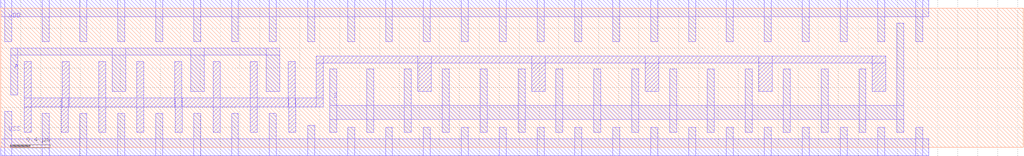
<source format=lef>
VERSION 5.6 ;
BUSBITCHARS "[]" ;
DIVIDERCHAR "/" ;

UNITS
  DATABASE MICRONS 2000 ;
END UNITS
MANUFACTURINGGRID 0.005 ;
LAYER poly
  TYPE MASTERSLICE ;
END poly

LAYER active
  TYPE MASTERSLICE ;
END active

LAYER metal1
  TYPE ROUTING ;
  DIRECTION HORIZONTAL ;
  PITCH 0.19 0.14 ;
  WIDTH 0.07 ;
  OFFSET 0.095 0.07 ;
  #SPACING 0.065 ;
  SPACINGTABLE
    PARALLELRUNLENGTH 0
    WIDTH 0 0.065 ;
  RESISTANCE RPERSQ 0.38 ;
  CAPACITANCE CPERSQDIST 7.7161e-05 ;
  HEIGHT 0.37 ;
  THICKNESS 0.13 ;
  EDGECAPACITANCE 2.7365e-05 ;
END metal1

LAYER via1
  TYPE CUT ;
  SPACING 0.08 ;
  WIDTH 0.07 ;
  RESISTANCE 5 ;
END via1

LAYER metal2
  TYPE ROUTING ;
  DIRECTION VERTICAL ;
  PITCH 0.19 0.14 ;
  WIDTH 0.07 ;
  OFFSET 0.095 0.07 ;
  SPACINGTABLE
    PARALLELRUNLENGTH 0 0.3 0.9 1.8 2.7 4
    WIDTH 0 0.07 0.07 0.07 0.07 0.07 0.07
    WIDTH 0.09 0.07 0.09 0.09 0.09 0.09 0.09
    WIDTH 0.27 0.07 0.09 0.27 0.27 0.27 0.27
    WIDTH 0.5 0.07 0.09 0.27 0.5 0.5 0.5
    WIDTH 0.9 0.07 0.09 0.27 0.5 0.9 0.9
    WIDTH 1.5 0.07 0.09 0.27 0.5 0.9 1.5 ;
  RESISTANCE RPERSQ 0.25 ;
  CAPACITANCE CPERSQDIST 4.0896e-05 ;
  HEIGHT 0.62 ;
  THICKNESS 0.14 ;
  EDGECAPACITANCE 2.5157e-05 ;
END metal2

LAYER via2
  TYPE CUT ;
  SPACING 0.09 ;
  WIDTH 0.07 ;
  RESISTANCE 5 ;
END via2

LAYER metal3
  TYPE ROUTING ;
  DIRECTION HORIZONTAL ;
  PITCH 0.19 0.14 ;
  WIDTH 0.07 ;
  OFFSET 0.095 0.07 ;
  SPACINGTABLE
    PARALLELRUNLENGTH 0 0.3 0.9 1.8 2.7 4
    WIDTH 0 0.07 0.07 0.07 0.07 0.07 0.07
    WIDTH 0.09 0.07 0.09 0.09 0.09 0.09 0.09
    WIDTH 0.27 0.07 0.09 0.27 0.27 0.27 0.27
    WIDTH 0.5 0.07 0.09 0.27 0.5 0.5 0.5
    WIDTH 0.9 0.07 0.09 0.27 0.5 0.9 0.9
    WIDTH 1.5 0.07 0.09 0.27 0.5 0.9 1.5 ;
  RESISTANCE RPERSQ 0.25 ;
  CAPACITANCE CPERSQDIST 2.7745e-05 ;
  HEIGHT 0.88 ;
  THICKNESS 0.14 ;
  EDGECAPACITANCE 2.5157e-05 ;
END metal3

LAYER via3
  TYPE CUT ;
  SPACING 0.09 ;
  WIDTH 0.07 ;
  RESISTANCE 5 ;
END via3

LAYER metal4
  TYPE ROUTING ;
  DIRECTION VERTICAL ;
  PITCH 0.28 0.28 ;
  WIDTH 0.14 ;
  OFFSET 0.095 0.07 ;
  SPACINGTABLE
    PARALLELRUNLENGTH 0 0.9 1.8 2.7 4
    WIDTH 0 0.14 0.14 0.14 0.14 0.14
    WIDTH 0.27 0.14 0.27 0.27 0.27 0.27
    WIDTH 0.5 0.14 0.27 0.5 0.5 0.5
    WIDTH 0.9 0.14 0.27 0.5 0.9 0.9
    WIDTH 1.5 0.14 0.27 0.5 0.9 1.5 ;
  RESISTANCE RPERSQ 0.21 ;
  CAPACITANCE CPERSQDIST 2.0743e-05 ;
  HEIGHT 1.14 ;
  THICKNESS 0.28 ;
  EDGECAPACITANCE 3.0908e-05 ;
END metal4

LAYER via4
  TYPE CUT ;
  SPACING 0.16 ;
  WIDTH 0.14 ;
  RESISTANCE 3 ;
END via4

LAYER metal5
  TYPE ROUTING ;
  DIRECTION HORIZONTAL ;
  PITCH 0.28 0.28 ;
  WIDTH 0.14 ;
  OFFSET 0.095 0.07 ;
  SPACINGTABLE
    PARALLELRUNLENGTH 0 0.9 1.8 2.7 4
    WIDTH 0 0.14 0.14 0.14 0.14 0.14
    WIDTH 0.27 0.14 0.27 0.27 0.27 0.27
    WIDTH 0.5 0.14 0.27 0.5 0.5 0.5
    WIDTH 0.9 0.14 0.27 0.5 0.9 0.9
    WIDTH 1.5 0.14 0.27 0.5 0.9 1.5 ;
  RESISTANCE RPERSQ 0.21 ;
  CAPACITANCE CPERSQDIST 1.3527e-05 ;
  HEIGHT 1.71 ;
  THICKNESS 0.28 ;
  EDGECAPACITANCE 2.3863e-06 ;
END metal5

LAYER via5
  TYPE CUT ;
  SPACING 0.16 ;
  WIDTH 0.14 ;
  RESISTANCE 3 ;
END via5

LAYER metal6
  TYPE ROUTING ;
  DIRECTION VERTICAL ;
  PITCH 0.28 0.28 ;
  WIDTH 0.14 ;
  OFFSET 0.095 0.07 ;
  SPACINGTABLE
    PARALLELRUNLENGTH 0 0.9 1.8 2.7 4
    WIDTH 0 0.14 0.14 0.14 0.14 0.14
    WIDTH 0.27 0.14 0.27 0.27 0.27 0.27
    WIDTH 0.5 0.14 0.27 0.5 0.5 0.5
    WIDTH 0.9 0.14 0.27 0.5 0.9 0.9
    WIDTH 1.5 0.14 0.27 0.5 0.9 1.5 ;
  RESISTANCE RPERSQ 0.21 ;
  CAPACITANCE CPERSQDIST 1.0036e-05 ;
  HEIGHT 2.28 ;
  THICKNESS 0.28 ;
  EDGECAPACITANCE 2.3863e-05 ;
END metal6

LAYER via6
  TYPE CUT ;
  SPACING 0.16 ;
  WIDTH 0.14 ;
  RESISTANCE 3 ;
END via6

LAYER metal7
  TYPE ROUTING ;
  DIRECTION HORIZONTAL ;
  PITCH 0.8 0.8 ;
  WIDTH 0.4 ;
  OFFSET 0.095 0.07 ;
  SPACINGTABLE
    PARALLELRUNLENGTH 0 1.8 2.7 4
    WIDTH 0 0.4 0.4 0.4 0.4
    WIDTH 0.5 0.4 0.5 0.5 0.5
    WIDTH 0.9 0.4 0.5 0.9 0.9
    WIDTH 1.5 0.4 0.5 0.9 1.5 ;
  RESISTANCE RPERSQ 0.075 ;
  CAPACITANCE CPERSQDIST 7.9771e-06 ;
  HEIGHT 2.85 ;
  THICKNESS 0.8 ;
  EDGECAPACITANCE 3.2577e-05 ;
END metal7

LAYER via7
  TYPE CUT ;
  SPACING 0.44 ;
  WIDTH 0.4 ;
  RESISTANCE 1 ;
END via7

LAYER metal8
  TYPE ROUTING ;
  DIRECTION VERTICAL ;
  PITCH 0.8 0.8 ;
  WIDTH 0.4 ;
  OFFSET 0.095 0.07 ;
  SPACINGTABLE
    PARALLELRUNLENGTH 0 1.8 2.7 4
    WIDTH 0 0.4 0.4 0.4 0.4
    WIDTH 0.5 0.4 0.5 0.5 0.5
    WIDTH 0.9 0.4 0.5 0.9 0.9
    WIDTH 1.5 0.4 0.5 0.9 1.5 ;
  RESISTANCE RPERSQ 0.075 ;
  CAPACITANCE CPERSQDIST 5.0391e-06 ;
  HEIGHT 4.47 ;
  THICKNESS 0.8 ;
  EDGECAPACITANCE 2.3932e-05 ;
END metal8

LAYER via8
  TYPE CUT ;
  SPACING 0.44 ;
  WIDTH 0.4 ;
  RESISTANCE 1 ;
END via8

LAYER metal9
  TYPE ROUTING ;
  DIRECTION HORIZONTAL ;
  PITCH 1.6 1.6 ;
  WIDTH 0.8 ;
  OFFSET 0.095 0.07 ;
  SPACINGTABLE
    PARALLELRUNLENGTH 0 2.7 4
    WIDTH 0 0.8 0.8 0.8
    WIDTH 0.9 0.8 0.9 0.9
    WIDTH 1.5 0.8 0.9 1.5 ;
  RESISTANCE RPERSQ 0.03 ;
  CAPACITANCE CPERSQDIST 3.6827e-06 ;
  HEIGHT 6.09 ;
  THICKNESS 2 ;
  EDGECAPACITANCE 3.0803e-05 ;
END metal9

LAYER via9
  TYPE CUT ;
  SPACING 0.88 ;
  WIDTH 0.8 ;
  RESISTANCE 0.5 ;
END via9

LAYER metal10
  TYPE ROUTING ;
  DIRECTION VERTICAL ;
  PITCH 1.6 1.6 ;
  WIDTH 0.8 ;
  OFFSET 0.095 0.07 ;
  SPACINGTABLE
    PARALLELRUNLENGTH 0 2.7 4
    WIDTH 0 0.8 0.8 0.8
    WIDTH 0.9 0.8 0.9 0.9
    WIDTH 1.5 0.8 0.9 1.5 ;
  RESISTANCE RPERSQ 0.03 ;
  CAPACITANCE CPERSQDIST 2.2124e-06 ;
  HEIGHT 10.09 ;
  THICKNESS 2 ;
  EDGECAPACITANCE 2.3667e-05 ;
END metal10

LAYER OVERLAP
  TYPE OVERLAP ;
END OVERLAP

VIARULE Via1Array-0 GENERATE
  LAYER metal1 ;
    ENCLOSURE 0.035 0.035 ;
  LAYER metal2 ;
    ENCLOSURE 0.035 0.035 ;
  LAYER via1 ;
    RECT -0.035 -0.035 0.035 0.035 ;
    SPACING 0.15 BY 0.15 ;
END Via1Array-0

VIARULE Via1Array-1 GENERATE
  LAYER metal1 ;
    ENCLOSURE 0 0.035 ;
  LAYER metal2 ;
    ENCLOSURE 0 0.035 ;
  LAYER via1 ;
    RECT -0.035 -0.035 0.035 0.035 ;
    SPACING 0.15 BY 0.15 ;
END Via1Array-1

VIARULE Via1Array-2 GENERATE
  LAYER metal1 ;
    ENCLOSURE 0.035 0 ;
  LAYER metal2 ;
    ENCLOSURE 0.035 0 ;
  LAYER via1 ;
    RECT -0.035 -0.035 0.035 0.035 ;
    SPACING 0.15 BY 0.15 ;
END Via1Array-2

VIARULE Via1Array-3 GENERATE
  LAYER metal1 ;
    ENCLOSURE 0 0.035 ;
  LAYER metal2 ;
    ENCLOSURE 0.035 0 ;
  LAYER via1 ;
    RECT -0.035 -0.035 0.035 0.035 ;
    SPACING 0.15 BY 0.15 ;
END Via1Array-3

VIARULE Via1Array-4 GENERATE
  LAYER metal1 ;
    ENCLOSURE 0.035 0 ;
  LAYER metal2 ;
    ENCLOSURE 0 0.035 ;
  LAYER via1 ;
    RECT -0.035 -0.035 0.035 0.035 ;
    SPACING 0.15 BY 0.15 ;
END Via1Array-4

VIARULE Via2Array-0 GENERATE
  LAYER metal2 ;
    ENCLOSURE 0.035 0.035 ;
  LAYER metal3 ;
    ENCLOSURE 0.035 0.035 ;
  LAYER via2 ;
    RECT -0.035 -0.035 0.035 0.035 ;
    SPACING 0.16 BY 0.16 ;
END Via2Array-0

VIARULE Via2Array-1 GENERATE
  LAYER metal2 ;
    ENCLOSURE 0 0.035 ;
  LAYER metal3 ;
    ENCLOSURE 0 0.035 ;
  LAYER via2 ;
    RECT -0.035 -0.035 0.035 0.035 ;
    SPACING 0.16 BY 0.16 ;
END Via2Array-1

VIARULE Via2Array-2 GENERATE
  LAYER metal2 ;
    ENCLOSURE 0.035 0 ;
  LAYER metal3 ;
    ENCLOSURE 0.035 0 ;
  LAYER via2 ;
    RECT -0.035 -0.035 0.035 0.035 ;
    SPACING 0.16 BY 0.16 ;
END Via2Array-2

VIARULE Via2Array-3 GENERATE
  LAYER metal2 ;
    ENCLOSURE 0 0.035 ;
  LAYER metal3 ;
    ENCLOSURE 0.035 0 ;
  LAYER via2 ;
    RECT -0.035 -0.035 0.035 0.035 ;
    SPACING 0.16 BY 0.16 ;
END Via2Array-3

VIARULE Via2Array-4 GENERATE
  LAYER metal2 ;
    ENCLOSURE 0.035 0 ;
  LAYER metal3 ;
    ENCLOSURE 0 0.035 ;
  LAYER via2 ;
    RECT -0.035 -0.035 0.035 0.035 ;
    SPACING 0.16 BY 0.16 ;
END Via2Array-4

VIARULE Via3Array-0 GENERATE
  LAYER metal3 ;
    ENCLOSURE 0.035 0.035 ;
  LAYER metal4 ;
    ENCLOSURE 0.035 0.035 ;
  LAYER via3 ;
    RECT -0.035 -0.035 0.035 0.035 ;
    SPACING 0.16 BY 0.16 ;
END Via3Array-0

VIARULE Via3Array-1 GENERATE
  LAYER metal3 ;
    ENCLOSURE 0 0.035 ;
  LAYER metal4 ;
    ENCLOSURE 0.035 0.035 ;
  LAYER via3 ;
    RECT -0.035 -0.035 0.035 0.035 ;
    SPACING 0.16 BY 0.16 ;
END Via3Array-1

VIARULE Via3Array-2 GENERATE
  LAYER metal3 ;
    ENCLOSURE 0.035 0 ;
  LAYER metal4 ;
    ENCLOSURE 0.035 0.035 ;
  LAYER via3 ;
    RECT -0.035 -0.035 0.035 0.035 ;
    SPACING 0.16 BY 0.16 ;
END Via3Array-2

VIARULE Via4Array-0 GENERATE
  LAYER metal4 ;
    ENCLOSURE 0 0 ;
  LAYER metal5 ;
    ENCLOSURE 0 0 ;
  LAYER via4 ;
    RECT -0.07 -0.07 0.07 0.07 ;
    SPACING 0.3 BY 0.3 ;
END Via4Array-0

VIARULE Via5Array-0 GENERATE
  LAYER metal5 ;
    ENCLOSURE 0 0 ;
  LAYER metal6 ;
    ENCLOSURE 0 0 ;
  LAYER via5 ;
    RECT -0.07 -0.07 0.07 0.07 ;
    SPACING 0.3 BY 0.3 ;
END Via5Array-0

VIARULE Via6Array-0 GENERATE
  LAYER metal6 ;
    ENCLOSURE 0 0 ;
  LAYER metal7 ;
    ENCLOSURE 0.13 0.13 ;
  LAYER via6 ;
    RECT -0.07 -0.07 0.07 0.07 ;
    SPACING 0.3 BY 0.3 ;
END Via6Array-0

VIARULE Via7Array-0 GENERATE
  LAYER metal7 ;
    ENCLOSURE 0 0 ;
  LAYER metal8 ;
    ENCLOSURE 0 0 ;
  LAYER via7 ;
    RECT -0.2 -0.2 0.2 0.2 ;
    SPACING 0.84 BY 0.84 ;
END Via7Array-0

VIARULE Via8Array-0 GENERATE
  LAYER metal8 ;
    ENCLOSURE 0 0 ;
  LAYER metal9 ;
    ENCLOSURE 0.2 0.2 ;
  LAYER via8 ;
    RECT -0.2 -0.2 0.2 0.2 ;
    SPACING 0.84 BY 0.84 ;
END Via8Array-0

VIARULE Via9Array-0 GENERATE
  LAYER metal9 ;
    ENCLOSURE 0 0 ;
  LAYER metal10 ;
    ENCLOSURE 0 0 ;
  LAYER via9 ;
    RECT -0.4 -0.4 0.4 0.4 ;
    SPACING 1.68 BY 1.68 ;
END Via9Array-0

VIA via1_0 DEFAULT
  LAYER via1 ;
    RECT -0.035 -0.035 0.035 0.035 ;
  LAYER metal1 ;
    RECT -0.07 -0.07 0.07 0.07 ;
  LAYER metal2 ;
    RECT -0.07 -0.07 0.07 0.07 ;
END via1_0

VIA via1_1 DEFAULT
  LAYER via1 ;
    RECT -0.035 -0.035 0.035 0.035 ;
  LAYER metal1 ;
    RECT -0.07 -0.07 0.07 0.07 ;
  LAYER metal2 ;
    RECT -0.035 -0.07 0.035 0.07 ;
END via1_1

VIA via1_2 DEFAULT
  LAYER via1 ;
    RECT -0.035 -0.035 0.035 0.035 ;
  LAYER metal1 ;
    RECT -0.07 -0.07 0.07 0.07 ;
  LAYER metal2 ;
    RECT -0.07 -0.035 0.07 0.035 ;
END via1_2

VIA via1_3 DEFAULT
  LAYER via1 ;
    RECT -0.035 -0.035 0.035 0.035 ;
  LAYER metal1 ;
    RECT -0.035 -0.07 0.035 0.07 ;
  LAYER metal2 ;
    RECT -0.07 -0.07 0.07 0.07 ;
END via1_3

VIA via1_4 DEFAULT
  LAYER via1 ;
    RECT -0.035 -0.035 0.035 0.035 ;
  LAYER metal1 ;
    RECT -0.035 -0.07 0.035 0.07 ;
  LAYER metal2 ;
    RECT -0.035 -0.07 0.035 0.07 ;
END via1_4

VIA via1_5 DEFAULT
  LAYER via1 ;
    RECT -0.035 -0.035 0.035 0.035 ;
  LAYER metal1 ;
    RECT -0.035 -0.07 0.035 0.07 ;
  LAYER metal2 ;
    RECT -0.07 -0.035 0.07 0.035 ;
END via1_5

VIA via1_6 DEFAULT
  LAYER via1 ;
    RECT -0.035 -0.035 0.035 0.035 ;
  LAYER metal1 ;
    RECT -0.07 -0.035 0.07 0.035 ;
  LAYER metal2 ;
    RECT -0.07 -0.07 0.07 0.07 ;
END via1_6

VIA via1_7 DEFAULT
  LAYER via1 ;
    RECT -0.035 -0.035 0.035 0.035 ;
  LAYER metal1 ;
    RECT -0.07 -0.035 0.07 0.035 ;
  LAYER metal2 ;
    RECT -0.035 -0.07 0.035 0.07 ;
END via1_7

VIA via1_8 DEFAULT
  LAYER via1 ;
    RECT -0.035 -0.035 0.035 0.035 ;
  LAYER metal1 ;
    RECT -0.07 -0.035 0.07 0.035 ;
  LAYER metal2 ;
    RECT -0.07 -0.035 0.07 0.035 ;
END via1_8

VIA via2_0 DEFAULT
  LAYER via2 ;
    RECT -0.035 -0.035 0.035 0.035 ;
  LAYER metal2 ;
    RECT -0.07 -0.07 0.07 0.07 ;
  LAYER metal3 ;
    RECT -0.07 -0.07 0.07 0.07 ;
END via2_0

VIA via2_1 DEFAULT
  LAYER via2 ;
    RECT -0.035 -0.035 0.035 0.035 ;
  LAYER metal2 ;
    RECT -0.07 -0.07 0.07 0.07 ;
  LAYER metal3 ;
    RECT -0.035 -0.07 0.035 0.07 ;
END via2_1

VIA via2_2 DEFAULT
  LAYER via2 ;
    RECT -0.035 -0.035 0.035 0.035 ;
  LAYER metal2 ;
    RECT -0.07 -0.07 0.07 0.07 ;
  LAYER metal3 ;
    RECT -0.07 -0.035 0.07 0.035 ;
END via2_2

VIA via2_3 DEFAULT
  LAYER via2 ;
    RECT -0.035 -0.035 0.035 0.035 ;
  LAYER metal2 ;
    RECT -0.035 -0.07 0.035 0.07 ;
  LAYER metal3 ;
    RECT -0.07 -0.07 0.07 0.07 ;
END via2_3

VIA via2_4 DEFAULT
  LAYER via2 ;
    RECT -0.035 -0.035 0.035 0.035 ;
  LAYER metal2 ;
    RECT -0.035 -0.07 0.035 0.07 ;
  LAYER metal3 ;
    RECT -0.035 -0.07 0.035 0.07 ;
END via2_4

VIA via2_5 DEFAULT
  LAYER via2 ;
    RECT -0.035 -0.035 0.035 0.035 ;
  LAYER metal2 ;
    RECT -0.035 -0.07 0.035 0.07 ;
  LAYER metal3 ;
    RECT -0.07 -0.035 0.07 0.035 ;
END via2_5

VIA via2_6 DEFAULT
  LAYER via2 ;
    RECT -0.035 -0.035 0.035 0.035 ;
  LAYER metal2 ;
    RECT -0.07 -0.035 0.07 0.035 ;
  LAYER metal3 ;
    RECT -0.07 -0.07 0.07 0.07 ;
END via2_6

VIA via2_7 DEFAULT
  LAYER via2 ;
    RECT -0.035 -0.035 0.035 0.035 ;
  LAYER metal2 ;
    RECT -0.07 -0.035 0.07 0.035 ;
  LAYER metal3 ;
    RECT -0.035 -0.07 0.035 0.07 ;
END via2_7

VIA via2_8 DEFAULT
  LAYER via2 ;
    RECT -0.035 -0.035 0.035 0.035 ;
  LAYER metal2 ;
    RECT -0.07 -0.035 0.07 0.035 ;
  LAYER metal3 ;
    RECT -0.07 -0.035 0.07 0.035 ;
END via2_8

VIA via3_0 DEFAULT
  LAYER via3 ;
    RECT -0.035 -0.035 0.035 0.035 ;
  LAYER metal3 ;
    RECT -0.07 -0.07 0.07 0.07 ;
  LAYER metal4 ;
    RECT -0.07 -0.07 0.07 0.07 ;
END via3_0

VIA via3_1 DEFAULT
  LAYER via3 ;
    RECT -0.035 -0.035 0.035 0.035 ;
  LAYER metal3 ;
    RECT -0.035 -0.07 0.035 0.07 ;
  LAYER metal4 ;
    RECT -0.07 -0.07 0.07 0.07 ;
END via3_1

VIA via3_2 DEFAULT
  LAYER via3 ;
    RECT -0.035 -0.035 0.035 0.035 ;
  LAYER metal3 ;
    RECT -0.07 -0.035 0.07 0.035 ;
  LAYER metal4 ;
    RECT -0.07 -0.07 0.07 0.07 ;
END via3_2

VIA via4_0 DEFAULT
  LAYER via4 ;
    RECT -0.07 -0.07 0.07 0.07 ;
  LAYER metal4 ;
    RECT -0.07 -0.07 0.07 0.07 ;
  LAYER metal5 ;
    RECT -0.07 -0.07 0.07 0.07 ;
END via4_0

VIA via5_0 DEFAULT
  LAYER via5 ;
    RECT -0.07 -0.07 0.07 0.07 ;
  LAYER metal5 ;
    RECT -0.07 -0.07 0.07 0.07 ;
  LAYER metal6 ;
    RECT -0.07 -0.07 0.07 0.07 ;
END via5_0

VIA via6_0 DEFAULT
  LAYER via6 ;
    RECT -0.07 -0.07 0.07 0.07 ;
  LAYER metal6 ;
    RECT -0.07 -0.07 0.07 0.07 ;
  LAYER metal7 ;
    RECT -0.2 -0.2 0.2 0.2 ;
END via6_0

VIA via7_0 DEFAULT
  LAYER via7 ;
    RECT -0.2 -0.2 0.2 0.2 ;
  LAYER metal7 ;
    RECT -0.2 -0.2 0.2 0.2 ;
  LAYER metal8 ;
    RECT -0.2 -0.2 0.2 0.2 ;
END via7_0

VIA via8_0 DEFAULT
  LAYER via8 ;
    RECT -0.2 -0.2 0.2 0.2 ;
  LAYER metal8 ;
    RECT -0.2 -0.2 0.2 0.2 ;
  LAYER metal9 ;
    RECT -0.4 -0.4 0.4 0.4 ;
END via8_0

VIA via9_0 DEFAULT
  LAYER via9 ;
    RECT -0.4 -0.4 0.4 0.4 ;
  LAYER metal9 ;
    RECT -0.4 -0.4 0.4 0.4 ;
  LAYER metal10 ;
    RECT -0.4 -0.4 0.4 0.4 ;
END via9_0

SPACING
  SAMENET metal1 metal1 0.065 ;
  SAMENET via1 via1 0.08 ;
  SAMENET metal2 metal2 0.07 ;
  SAMENET via2 via2 0.09 ;
  SAMENET metal3 metal3 0.07 ;
  SAMENET via3 via3 0.09 ;
  SAMENET metal4 metal4 0.14 ;
  SAMENET via4 via4 0.16 ;
  SAMENET metal5 metal5 0.14 ;
  SAMENET via5 via5 0.16 ;
  SAMENET metal6 metal6 0.14 ;
  SAMENET via6 via6 0.16 ;
  SAMENET metal7 metal7 0.4 ;
  SAMENET via7 via7 0.44 ;
  SAMENET metal8 metal8 0.4 ;
  SAMENET via8 via8 0.44 ;
  SAMENET metal9 metal9 0.8 ;
  SAMENET via9 via9 0.88 ;
  SAMENET metal10 metal10 0.8 ;
  SAMENET via1 via2 0 STACK ;
  SAMENET via2 via3 0 STACK ;
  SAMENET via3 via4 0 STACK ;
  SAMENET via4 via5 0 STACK ;
  SAMENET via5 via6 0 STACK ;
  SAMENET via6 via7 0 STACK ;
  SAMENET via7 via8 0 STACK ;
  SAMENET via8 via9 0 STACK ;
END SPACING

SITE FreePDK45_38x28_10R_NP_162NW_34O
  CLASS CORE ;
  SYMMETRY Y ;
  SIZE 0.19 BY 1.4 ;
END FreePDK45_38x28_10R_NP_162NW_34O

MACRO AND2_X1
  CLASS CORE ;
  ORIGIN 0 0 ;
  FOREIGN AND2_X1 0 0 ;
  SIZE 1.71 BY 1.4 ;
  SYMMETRY X Y ;
  SITE FreePDK45_38x28_10R_NP_162NW_34O ;
  PIN A1
    DIRECTION INPUT ;
    USE SIGNAL ;
    PORT
      LAYER metal1 ;
        RECT 0.06 0.525 0.185 0.7 ;
    END
  END A1
  PIN A2
    DIRECTION INPUT ;
    USE SIGNAL ;
    PORT
      LAYER metal1 ;
        RECT 0.25 0.525 0.38 0.7 ;
    END
  END A2
  PIN ZN
    DIRECTION OUTPUT ;
    USE SIGNAL ;
    PORT
      LAYER metal1 ;
        RECT 0.61 0.19 0.7 1.25 ;
    END
  END ZN
  PIN VDD
    DIRECTION INOUT ;
    USE POWER ;
    SHAPE ABUTMENT ;
    PORT
      LAYER metal1 ;
        RECT 0 1.315 0.76 1.485 ;
        RECT 0.415 0.975 0.485 1.485 ;
        RECT 0.04 0.975 0.11 1.485 ;
    END
  END VDD
  PIN VSS
    DIRECTION INOUT ;
    USE GROUND ;
    SHAPE ABUTMENT ;
    PORT
      LAYER metal1 ;
        RECT 0 -0.085 0.76 0.085 ;
        RECT 0.415 -0.085 0.485 0.325 ;
    END
  END VSS
  OBS
    LAYER metal1 ;
      RECT 0.235 0.84 0.305 1.25 ;
      RECT 0.235 0.84 0.54 0.91 ;
      RECT 0.47 0.39 0.54 0.91 ;
      RECT 0.045 0.39 0.54 0.46 ;
      RECT 0.045 0.19 0.115 0.46 ;
  END
END AND2_X1

MACRO AND2_X2
  CLASS CORE ;
  ORIGIN 0 0 ;
  FOREIGN AND2_X2 0 0 ;
  SIZE 1.9 BY 1.4 ;
  SYMMETRY X Y ;
  SITE FreePDK45_38x28_10R_NP_162NW_34O ;
  PIN A1
    DIRECTION INPUT ;
    USE SIGNAL ;
    PORT
      LAYER metal1 ;
        RECT 0.06 0.525 0.185 0.7 ;
    END
  END A1
  PIN A2
    DIRECTION INPUT ;
    USE SIGNAL ;
    PORT
      LAYER metal1 ;
        RECT 0.25 0.525 0.38 0.7 ;
    END
  END A2
  PIN ZN
    DIRECTION OUTPUT ;
    USE SIGNAL ;
    PORT
      LAYER metal1 ;
        RECT 0.615 0.15 0.7 1.25 ;
    END
  END ZN
  PIN VDD
    DIRECTION INOUT ;
    USE POWER ;
    SHAPE ABUTMENT ;
    PORT
      LAYER metal1 ;
        RECT 0 1.315 0.95 1.485 ;
        RECT 0.795 0.975 0.865 1.485 ;
        RECT 0.415 0.975 0.485 1.485 ;
        RECT 0.04 0.975 0.11 1.485 ;
    END
  END VDD
  PIN VSS
    DIRECTION INOUT ;
    USE GROUND ;
    SHAPE ABUTMENT ;
    PORT
      LAYER metal1 ;
        RECT 0 -0.085 0.95 0.085 ;
        RECT 0.795 -0.085 0.865 0.425 ;
        RECT 0.415 -0.085 0.485 0.285 ;
    END
  END VSS
  OBS
    LAYER metal1 ;
      RECT 0.235 0.84 0.305 1.25 ;
      RECT 0.235 0.84 0.545 0.91 ;
      RECT 0.475 0.39 0.545 0.91 ;
      RECT 0.045 0.39 0.545 0.46 ;
      RECT 0.045 0.15 0.115 0.46 ;
  END
END AND2_X2

MACRO AND2_X4
  CLASS CORE ;
  ORIGIN 0 0 ;
  FOREIGN AND2_X4 0 0 ;
  SIZE 2.66 BY 1.4 ;
  SYMMETRY X Y ;
  SITE FreePDK45_38x28_10R_NP_162NW_34O ;
  PIN A1
    DIRECTION INPUT ;
    USE SIGNAL ;
    PORT
      LAYER metal1 ;
        RECT 0.25 0.42 0.38 0.66 ;
    END
  END A1
  PIN A2
    DIRECTION INPUT ;
    USE SIGNAL ;
    PORT
      LAYER metal1 ;
        RECT 0.06 0.725 0.76 0.795 ;
        RECT 0.69 0.525 0.76 0.795 ;
        RECT 0.06 0.42 0.185 0.795 ;
    END
  END A2
  PIN ZN
    DIRECTION OUTPUT ;
    USE SIGNAL ;
    PORT
      LAYER metal1 ;
        RECT 1.365 0.15 1.435 1.25 ;
        RECT 0.995 0.68 1.435 0.75 ;
        RECT 0.995 0.15 1.08 1.25 ;
    END
  END ZN
  PIN VDD
    DIRECTION INOUT ;
    USE POWER ;
    SHAPE ABUTMENT ;
    PORT
      LAYER metal1 ;
        RECT 0 1.315 1.71 1.485 ;
        RECT 1.555 0.995 1.625 1.485 ;
        RECT 1.175 0.995 1.245 1.485 ;
        RECT 0.795 0.995 0.865 1.485 ;
        RECT 0.415 0.995 0.485 1.485 ;
        RECT 0.04 0.995 0.11 1.485 ;
    END
  END VDD
  PIN VSS
    DIRECTION INOUT ;
    USE GROUND ;
    SHAPE ABUTMENT ;
    PORT
      LAYER metal1 ;
        RECT 0 -0.085 1.71 0.085 ;
        RECT 1.555 -0.085 1.625 0.355 ;
        RECT 1.175 -0.085 1.245 0.355 ;
        RECT 0.795 -0.085 0.865 0.215 ;
        RECT 0.04 -0.085 0.11 0.355 ;
    END
  END VSS
  OBS
    LAYER metal1 ;
      RECT 0.605 0.86 0.675 1.25 ;
      RECT 0.235 0.86 0.305 1.25 ;
      RECT 0.235 0.86 0.92 0.93 ;
      RECT 0.85 0.285 0.92 0.93 ;
      RECT 0.425 0.285 0.92 0.355 ;
      RECT 0.425 0.22 0.495 0.355 ;
  END
END AND2_X4

MACRO AND3_X1
  CLASS CORE ;
  ORIGIN 0 0 ;
  FOREIGN AND3_X1 0 0 ;
  SIZE 1.9 BY 1.4 ;
  SYMMETRY X Y ;
  SITE FreePDK45_38x28_10R_NP_162NW_34O ;
  PIN A1
    DIRECTION INPUT ;
    USE SIGNAL ;
    PORT
      LAYER metal1 ;
        RECT 0.06 0.525 0.185 0.7 ;
    END
  END A1
  PIN A2
    DIRECTION INPUT ;
    USE SIGNAL ;
    PORT
      LAYER metal1 ;
        RECT 0.25 0.525 0.375 0.7 ;
    END
  END A2
  PIN A3
    DIRECTION INPUT ;
    USE SIGNAL ;
    PORT
      LAYER metal1 ;
        RECT 0.44 0.525 0.57 0.7 ;
    END
  END A3
  PIN ZN
    DIRECTION OUTPUT ;
    USE SIGNAL ;
    PORT
      LAYER metal1 ;
        RECT 0.8 0.975 0.89 1.25 ;
        RECT 0.82 0.15 0.89 1.25 ;
        RECT 0.8 0.15 0.89 0.425 ;
    END
  END ZN
  PIN VDD
    DIRECTION INOUT ;
    USE POWER ;
    SHAPE ABUTMENT ;
    PORT
      LAYER metal1 ;
        RECT 0 1.315 0.95 1.485 ;
        RECT 0.605 1 0.675 1.485 ;
        RECT 0.225 1.04 0.295 1.485 ;
    END
  END VDD
  PIN VSS
    DIRECTION INOUT ;
    USE GROUND ;
    SHAPE ABUTMENT ;
    PORT
      LAYER metal1 ;
        RECT 0 -0.085 0.95 0.085 ;
        RECT 0.605 -0.085 0.675 0.285 ;
    END
  END VSS
  OBS
    LAYER metal1 ;
      RECT 0.415 0.865 0.485 1.25 ;
      RECT 0.045 0.865 0.115 1.25 ;
      RECT 0.045 0.865 0.705 0.935 ;
      RECT 0.635 0.35 0.705 0.935 ;
      RECT 0.635 0.525 0.755 0.66 ;
      RECT 0.045 0.35 0.705 0.42 ;
      RECT 0.045 0.15 0.115 0.42 ;
  END
END AND3_X1

MACRO AND3_X2
  CLASS CORE ;
  ORIGIN 0 0 ;
  FOREIGN AND3_X2 0 0 ;
  SIZE 2.09 BY 1.4 ;
  SYMMETRY X Y ;
  SITE FreePDK45_38x28_10R_NP_162NW_34O ;
  PIN A1
    DIRECTION INPUT ;
    USE SIGNAL ;
    PORT
      LAYER metal1 ;
        RECT 0.06 0.525 0.185 0.7 ;
    END
  END A1
  PIN A2
    DIRECTION INPUT ;
    USE SIGNAL ;
    PORT
      LAYER metal1 ;
        RECT 0.25 0.525 0.375 0.7 ;
    END
  END A2
  PIN A3
    DIRECTION INPUT ;
    USE SIGNAL ;
    PORT
      LAYER metal1 ;
        RECT 0.44 0.525 0.57 0.7 ;
    END
  END A3
  PIN ZN
    DIRECTION OUTPUT ;
    USE SIGNAL ;
    PORT
      LAYER metal1 ;
        RECT 0.805 0.15 0.89 1.25 ;
    END
  END ZN
  PIN VDD
    DIRECTION INOUT ;
    USE POWER ;
    SHAPE ABUTMENT ;
    PORT
      LAYER metal1 ;
        RECT 0 1.315 1.14 1.485 ;
        RECT 0.99 0.975 1.06 1.485 ;
        RECT 0.605 0.975 0.675 1.485 ;
        RECT 0.225 0.975 0.295 1.485 ;
    END
  END VDD
  PIN VSS
    DIRECTION INOUT ;
    USE GROUND ;
    SHAPE ABUTMENT ;
    PORT
      LAYER metal1 ;
        RECT 0 -0.085 1.14 0.085 ;
        RECT 0.99 -0.085 1.06 0.425 ;
        RECT 0.605 -0.085 0.675 0.285 ;
    END
  END VSS
  OBS
    LAYER metal1 ;
      RECT 0.415 0.8 0.485 1.25 ;
      RECT 0.045 0.8 0.115 1.25 ;
      RECT 0.045 0.8 0.735 0.87 ;
      RECT 0.665 0.355 0.735 0.87 ;
      RECT 0.045 0.355 0.735 0.425 ;
      RECT 0.045 0.15 0.115 0.425 ;
  END
END AND3_X2

MACRO AND3_X4
  CLASS CORE ;
  ORIGIN 0 0 ;
  FOREIGN AND3_X4 0 0 ;
  SIZE 3.04 BY 1.4 ;
  SYMMETRY X Y ;
  SITE FreePDK45_38x28_10R_NP_162NW_34O ;
  PIN A1
    DIRECTION INPUT ;
    USE SIGNAL ;
    PORT
      LAYER metal1 ;
        RECT 0.595 0.555 0.73 0.7 ;
    END
  END A1
  PIN A2
    DIRECTION INPUT ;
    USE SIGNAL ;
    PORT
      LAYER metal1 ;
        RECT 0.82 0.42 0.95 0.7 ;
        RECT 0.34 0.42 0.95 0.49 ;
        RECT 0.34 0.42 0.41 0.66 ;
    END
  END A2
  PIN A3
    DIRECTION INPUT ;
    USE SIGNAL ;
    PORT
      LAYER metal1 ;
        RECT 0.12 0.765 1.14 0.835 ;
        RECT 1.07 0.525 1.14 0.835 ;
        RECT 0.12 0.525 0.19 0.835 ;
        RECT 0.06 0.525 0.19 0.7 ;
    END
  END A3
  PIN ZN
    DIRECTION OUTPUT ;
    USE SIGNAL ;
    PORT
      LAYER metal1 ;
        RECT 1.745 0.15 1.815 1.25 ;
        RECT 1.375 0.56 1.815 0.7 ;
        RECT 1.375 0.15 1.445 1.25 ;
    END
  END ZN
  PIN VDD
    DIRECTION INOUT ;
    USE POWER ;
    SHAPE ABUTMENT ;
    PORT
      LAYER metal1 ;
        RECT 0 1.315 2.09 1.485 ;
        RECT 1.935 1.035 2.005 1.485 ;
        RECT 1.555 1.035 1.625 1.485 ;
        RECT 1.175 1.035 1.245 1.485 ;
        RECT 0.795 1.035 0.865 1.485 ;
        RECT 0.415 1.035 0.485 1.485 ;
        RECT 0.04 1.035 0.11 1.485 ;
    END
  END VDD
  PIN VSS
    DIRECTION INOUT ;
    USE GROUND ;
    SHAPE ABUTMENT ;
    PORT
      LAYER metal1 ;
        RECT 0 -0.085 2.09 0.085 ;
        RECT 1.935 -0.085 2.005 0.425 ;
        RECT 1.555 -0.085 1.625 0.425 ;
        RECT 1.175 -0.085 1.245 0.195 ;
        RECT 0.04 -0.085 0.11 0.425 ;
    END
  END VSS
  OBS
    LAYER metal1 ;
      RECT 0.985 0.9 1.055 1.25 ;
      RECT 0.605 0.9 0.675 1.25 ;
      RECT 0.235 0.9 0.305 1.25 ;
      RECT 0.235 0.9 1.305 0.97 ;
      RECT 1.235 0.26 1.305 0.97 ;
      RECT 0.615 0.26 1.305 0.33 ;
      RECT 0.615 0.15 0.685 0.33 ;
  END
END AND3_X4

MACRO AND4_X1
  CLASS CORE ;
  ORIGIN 0 0 ;
  FOREIGN AND4_X1 0 0 ;
  SIZE 2.09 BY 1.4 ;
  SYMMETRY X Y ;
  SITE FreePDK45_38x28_10R_NP_162NW_34O ;
  PIN A1
    DIRECTION INPUT ;
    USE SIGNAL ;
    PORT
      LAYER metal1 ;
        RECT 0.06 0.525 0.185 0.7 ;
    END
  END A1
  PIN A2
    DIRECTION INPUT ;
    USE SIGNAL ;
    PORT
      LAYER metal1 ;
        RECT 0.25 0.525 0.375 0.7 ;
    END
  END A2
  PIN A3
    DIRECTION INPUT ;
    USE SIGNAL ;
    PORT
      LAYER metal1 ;
        RECT 0.44 0.525 0.565 0.7 ;
    END
  END A3
  PIN A4
    DIRECTION INPUT ;
    USE SIGNAL ;
    PORT
      LAYER metal1 ;
        RECT 0.63 0.525 0.76 0.7 ;
    END
  END A4
  PIN ZN
    DIRECTION OUTPUT ;
    USE SIGNAL ;
    PORT
      LAYER metal1 ;
        RECT 0.99 0.15 1.08 1.25 ;
    END
  END ZN
  PIN VDD
    DIRECTION INOUT ;
    USE POWER ;
    SHAPE ABUTMENT ;
    PORT
      LAYER metal1 ;
        RECT 0 1.315 1.14 1.485 ;
        RECT 0.795 0.975 0.865 1.485 ;
        RECT 0.415 0.975 0.485 1.485 ;
        RECT 0.04 0.975 0.11 1.485 ;
    END
  END VDD
  PIN VSS
    DIRECTION INOUT ;
    USE GROUND ;
    SHAPE ABUTMENT ;
    PORT
      LAYER metal1 ;
        RECT 0 -0.085 1.14 0.085 ;
        RECT 0.795 -0.085 0.865 0.285 ;
    END
  END VSS
  OBS
    LAYER metal1 ;
      RECT 0.605 0.84 0.675 1.25 ;
      RECT 0.235 0.84 0.305 1.25 ;
      RECT 0.235 0.84 0.925 0.91 ;
      RECT 0.855 0.35 0.925 0.91 ;
      RECT 0.045 0.35 0.925 0.42 ;
      RECT 0.045 0.15 0.115 0.42 ;
  END
END AND4_X1

MACRO AND4_X2
  CLASS CORE ;
  ORIGIN 0 0 ;
  FOREIGN AND4_X2 0 0 ;
  SIZE 2.28 BY 1.4 ;
  SYMMETRY X Y ;
  SITE FreePDK45_38x28_10R_NP_162NW_34O ;
  PIN A1
    DIRECTION INPUT ;
    USE SIGNAL ;
    PORT
      LAYER metal1 ;
        RECT 0.06 0.525 0.185 0.7 ;
    END
  END A1
  PIN A2
    DIRECTION INPUT ;
    USE SIGNAL ;
    PORT
      LAYER metal1 ;
        RECT 0.25 0.525 0.375 0.7 ;
    END
  END A2
  PIN A3
    DIRECTION INPUT ;
    USE SIGNAL ;
    PORT
      LAYER metal1 ;
        RECT 0.44 0.525 0.565 0.7 ;
    END
  END A3
  PIN A4
    DIRECTION INPUT ;
    USE SIGNAL ;
    PORT
      LAYER metal1 ;
        RECT 0.63 0.525 0.76 0.7 ;
    END
  END A4
  PIN ZN
    DIRECTION OUTPUT ;
    USE SIGNAL ;
    PORT
      LAYER metal1 ;
        RECT 0.995 0.15 1.08 1.25 ;
    END
  END ZN
  PIN VDD
    DIRECTION INOUT ;
    USE POWER ;
    SHAPE ABUTMENT ;
    PORT
      LAYER metal1 ;
        RECT 0 1.315 1.33 1.485 ;
        RECT 1.18 0.975 1.25 1.485 ;
        RECT 0.795 0.975 0.865 1.485 ;
        RECT 0.415 0.975 0.485 1.485 ;
        RECT 0.04 0.975 0.11 1.485 ;
    END
  END VDD
  PIN VSS
    DIRECTION INOUT ;
    USE GROUND ;
    SHAPE ABUTMENT ;
    PORT
      LAYER metal1 ;
        RECT 0 -0.085 1.33 0.085 ;
        RECT 1.18 -0.085 1.25 0.425 ;
        RECT 0.795 -0.085 0.865 0.27 ;
    END
  END VSS
  OBS
    LAYER metal1 ;
      RECT 0.605 0.8 0.675 1.25 ;
      RECT 0.235 0.8 0.305 1.25 ;
      RECT 0.235 0.8 0.925 0.87 ;
      RECT 0.855 0.355 0.925 0.87 ;
      RECT 0.045 0.355 0.925 0.425 ;
      RECT 0.045 0.15 0.115 0.425 ;
  END
END AND4_X2

MACRO AND4_X4
  CLASS CORE ;
  ORIGIN 0 0 ;
  FOREIGN AND4_X4 0 0 ;
  SIZE 3.42 BY 1.4 ;
  SYMMETRY X Y ;
  SITE FreePDK45_38x28_10R_NP_162NW_34O ;
  PIN A1
    DIRECTION INPUT ;
    USE SIGNAL ;
    PORT
      LAYER metal1 ;
        RECT 0.8 0.56 0.935 0.7 ;
    END
  END A1
  PIN A2
    DIRECTION INPUT ;
    USE SIGNAL ;
    PORT
      LAYER metal1 ;
        RECT 1.065 0.425 1.135 0.66 ;
        RECT 0.565 0.425 1.135 0.495 ;
        RECT 0.565 0.425 0.7 0.7 ;
    END
  END A2
  PIN A3
    DIRECTION INPUT ;
    USE SIGNAL ;
    PORT
      LAYER metal1 ;
        RECT 0.355 0.77 1.345 0.84 ;
        RECT 1.2 0.525 1.345 0.84 ;
        RECT 0.355 0.525 0.425 0.84 ;
    END
  END A3
  PIN A4
    DIRECTION INPUT ;
    USE SIGNAL ;
    PORT
      LAYER metal1 ;
        RECT 0.135 0.905 1.535 0.975 ;
        RECT 1.465 0.525 1.535 0.975 ;
        RECT 0.135 0.525 0.205 0.975 ;
        RECT 0.06 0.525 0.205 0.7 ;
    END
  END A4
  PIN ZN
    DIRECTION OUTPUT ;
    USE SIGNAL ;
    PORT
      LAYER metal1 ;
        RECT 2.14 0.15 2.21 0.925 ;
        RECT 1.77 0.56 2.21 0.7 ;
        RECT 1.77 0.15 1.84 0.925 ;
    END
  END ZN
  PIN VDD
    DIRECTION INOUT ;
    USE POWER ;
    SHAPE ABUTMENT ;
    PORT
      LAYER metal1 ;
        RECT 0 1.315 2.47 1.485 ;
        RECT 2.33 1.065 2.4 1.485 ;
        RECT 1.95 1.065 2.02 1.485 ;
        RECT 1.57 1.175 1.64 1.485 ;
        RECT 1.19 1.175 1.26 1.485 ;
        RECT 0.81 1.175 0.88 1.485 ;
        RECT 0.43 1.175 0.5 1.485 ;
        RECT 0.055 1.065 0.125 1.485 ;
    END
  END VDD
  PIN VSS
    DIRECTION INOUT ;
    USE GROUND ;
    SHAPE ABUTMENT ;
    PORT
      LAYER metal1 ;
        RECT 0 -0.085 2.47 0.085 ;
        RECT 2.33 -0.085 2.4 0.425 ;
        RECT 1.95 -0.085 2.02 0.425 ;
        RECT 1.57 -0.085 1.64 0.195 ;
        RECT 0.055 -0.085 0.125 0.425 ;
    END
  END VSS
  OBS
    LAYER metal1 ;
      RECT 0.215 1.04 1.705 1.11 ;
      RECT 1.635 0.29 1.705 1.11 ;
      RECT 0.785 0.29 1.705 0.36 ;
  END
END AND4_X4

MACRO ANTENNA_X1
  CLASS CORE ;
  ORIGIN 0 0 ;
  FOREIGN ANTENNA_X1 0 0 ;
  SIZE 1.14 BY 1.4 ;
  SYMMETRY X Y ;
  SITE FreePDK45_38x28_10R_NP_162NW_34O ;
  PIN A
    DIRECTION INPUT ;
    USE SIGNAL ;
    PORT
      LAYER metal1 ;
        RECT 0.06 0.42 0.13 0.75 ;
    END
  END A
  PIN VDD
    DIRECTION INOUT ;
    USE POWER ;
    SHAPE ABUTMENT ;
    PORT
      LAYER metal1 ;
        RECT 0 1.315 0.19 1.485 ;
    END
  END VDD
  PIN VSS
    DIRECTION INOUT ;
    USE GROUND ;
    SHAPE ABUTMENT ;
    PORT
      LAYER metal1 ;
        RECT 0 -0.085 0.19 0.085 ;
    END
  END VSS
END ANTENNA_X1

MACRO AOI211_X1
  CLASS CORE ;
  ORIGIN 0 0 ;
  FOREIGN AOI211_X1 0 0 ;
  SIZE 1.9 BY 1.4 ;
  SYMMETRY X Y ;
  SITE FreePDK45_38x28_10R_NP_162NW_34O ;
  PIN A
    DIRECTION INPUT ;
    USE SIGNAL ;
    PORT
      LAYER metal1 ;
        RECT 0.765 0.525 0.89 0.7 ;
    END
  END A
  PIN B
    DIRECTION INPUT ;
    USE SIGNAL ;
    PORT
      LAYER metal1 ;
        RECT 0.575 0.525 0.7 0.7 ;
    END
  END B
  PIN C1
    DIRECTION INPUT ;
    USE SIGNAL ;
    PORT
      LAYER metal1 ;
        RECT 0.41 0.525 0.51 0.7 ;
    END
  END C1
  PIN C2
    DIRECTION INPUT ;
    USE SIGNAL ;
    PORT
      LAYER metal1 ;
        RECT 0.06 0.525 0.21 0.7 ;
    END
  END C2
  PIN ZN
    DIRECTION OUTPUT ;
    USE SIGNAL ;
    PORT
      LAYER metal1 ;
        RECT 0.275 0.355 0.905 0.425 ;
        RECT 0.835 0.15 0.905 0.425 ;
        RECT 0.44 0.15 0.525 0.425 ;
        RECT 0.275 0.355 0.345 1.115 ;
    END
  END ZN
  PIN VDD
    DIRECTION INOUT ;
    USE POWER ;
    SHAPE ABUTMENT ;
    PORT
      LAYER metal1 ;
        RECT 0 1.315 0.95 1.485 ;
        RECT 0.835 0.905 0.905 1.485 ;
    END
  END VDD
  PIN VSS
    DIRECTION INOUT ;
    USE GROUND ;
    SHAPE ABUTMENT ;
    PORT
      LAYER metal1 ;
        RECT 0 -0.085 0.95 0.085 ;
        RECT 0.645 -0.085 0.715 0.285 ;
        RECT 0.08 -0.085 0.15 0.425 ;
    END
  END VSS
  OBS
    LAYER metal1 ;
      RECT 0.085 1.18 0.525 1.25 ;
      RECT 0.455 0.905 0.525 1.25 ;
      RECT 0.085 0.905 0.155 1.25 ;
  END
END AOI211_X1

MACRO AOI211_X2
  CLASS CORE ;
  ORIGIN 0 0 ;
  FOREIGN AOI211_X2 0 0 ;
  SIZE 2.66 BY 1.4 ;
  SYMMETRY X Y ;
  SITE FreePDK45_38x28_10R_NP_162NW_34O ;
  PIN A
    DIRECTION INPUT ;
    USE SIGNAL ;
    PORT
      LAYER metal1 ;
        RECT 0.39 0.56 0.525 0.7 ;
    END
  END A
  PIN B
    DIRECTION INPUT ;
    USE SIGNAL ;
    PORT
      LAYER metal1 ;
        RECT 0.06 0.765 0.75 0.835 ;
        RECT 0.68 0.525 0.75 0.835 ;
        RECT 0.06 0.525 0.185 0.835 ;
    END
  END B
  PIN C1
    DIRECTION INPUT ;
    USE SIGNAL ;
    PORT
      LAYER metal1 ;
        RECT 1.19 0.56 1.325 0.7 ;
    END
  END C1
  PIN C2
    DIRECTION INPUT ;
    USE SIGNAL ;
    PORT
      LAYER metal1 ;
        RECT 1.54 0.425 1.65 0.7 ;
        RECT 0.965 0.425 1.65 0.495 ;
        RECT 0.965 0.425 1.035 0.66 ;
    END
  END C2
  PIN ZN
    DIRECTION OUTPUT ;
    USE SIGNAL ;
    PORT
      LAYER metal1 ;
        RECT 1.405 0.765 1.475 1.055 ;
        RECT 0.82 0.765 1.475 0.835 ;
        RECT 0.2 0.285 1.32 0.355 ;
        RECT 1.185 0.15 1.32 0.355 ;
        RECT 1.025 0.765 1.095 1.055 ;
        RECT 0.82 0.285 0.89 0.835 ;
        RECT 0.2 0.15 0.335 0.355 ;
    END
  END ZN
  PIN VDD
    DIRECTION INOUT ;
    USE POWER ;
    SHAPE ABUTMENT ;
    PORT
      LAYER metal1 ;
        RECT 0 1.315 1.71 1.485 ;
        RECT 0.42 1.035 0.49 1.485 ;
    END
  END VDD
  PIN VSS
    DIRECTION INOUT ;
    USE GROUND ;
    SHAPE ABUTMENT ;
    PORT
      LAYER metal1 ;
        RECT 0 -0.085 1.71 0.085 ;
        RECT 1.595 -0.085 1.665 0.355 ;
        RECT 0.825 -0.085 0.895 0.215 ;
        RECT 0.43 -0.085 0.5 0.215 ;
        RECT 0.045 -0.085 0.115 0.355 ;
    END
  END VSS
  OBS
    LAYER metal1 ;
      RECT 0.815 1.18 1.665 1.25 ;
      RECT 1.595 0.975 1.665 1.25 ;
      RECT 0.05 0.9 0.12 1.25 ;
      RECT 1.22 0.975 1.29 1.25 ;
      RECT 0.815 0.9 0.885 1.25 ;
      RECT 0.05 0.9 0.885 0.97 ;
  END
END AOI211_X2

MACRO AOI211_X4
  CLASS CORE ;
  ORIGIN 0 0 ;
  FOREIGN AOI211_X4 0 0 ;
  SIZE 3.04 BY 1.4 ;
  SYMMETRY X Y ;
  SITE FreePDK45_38x28_10R_NP_162NW_34O ;
  PIN A
    DIRECTION INPUT ;
    USE SIGNAL ;
    PORT
      LAYER metal1 ;
        RECT 0.63 0.525 0.76 0.7 ;
    END
  END A
  PIN B
    DIRECTION INPUT ;
    USE SIGNAL ;
    PORT
      LAYER metal1 ;
        RECT 0.44 0.525 0.565 0.7 ;
    END
  END B
  PIN C1
    DIRECTION INPUT ;
    USE SIGNAL ;
    PORT
      LAYER metal1 ;
        RECT 0.06 0.525 0.185 0.7 ;
    END
  END C1
  PIN C2
    DIRECTION INPUT ;
    USE SIGNAL ;
    PORT
      LAYER metal1 ;
        RECT 0.25 0.525 0.375 0.7 ;
    END
  END C2
  PIN ZN
    DIRECTION OUTPUT ;
    USE SIGNAL ;
    PORT
      LAYER metal1 ;
        RECT 1.75 0.15 1.82 1.175 ;
        RECT 1.375 0.56 1.82 0.7 ;
        RECT 1.375 0.15 1.445 1.175 ;
    END
  END ZN
  PIN VDD
    DIRECTION INOUT ;
    USE POWER ;
    SHAPE ABUTMENT ;
    PORT
      LAYER metal1 ;
        RECT 0 1.315 2.09 1.485 ;
        RECT 1.935 0.9 2.005 1.485 ;
        RECT 1.555 0.9 1.625 1.485 ;
        RECT 1.175 0.9 1.245 1.485 ;
        RECT 0.795 0.9 0.865 1.485 ;
    END
  END VDD
  PIN VSS
    DIRECTION INOUT ;
    USE GROUND ;
    SHAPE ABUTMENT ;
    PORT
      LAYER metal1 ;
        RECT 0 -0.085 2.09 0.085 ;
        RECT 1.935 -0.085 2.005 0.425 ;
        RECT 1.555 -0.085 1.625 0.425 ;
        RECT 1.175 -0.085 1.245 0.425 ;
        RECT 0.795 -0.085 0.865 0.285 ;
        RECT 0.415 -0.085 0.485 0.285 ;
    END
  END VSS
  OBS
    LAYER metal1 ;
      RECT 0.995 0.15 1.065 1.175 ;
      RECT 0.995 0.525 1.31 0.66 ;
      RECT 0.235 0.765 0.305 1.115 ;
      RECT 0.235 0.765 0.93 0.835 ;
      RECT 0.86 0.39 0.93 0.835 ;
      RECT 0.045 0.39 0.93 0.46 ;
      RECT 0.605 0.15 0.675 0.46 ;
      RECT 0.045 0.15 0.115 0.46 ;
      RECT 0.045 1.18 0.485 1.25 ;
      RECT 0.415 0.9 0.485 1.25 ;
      RECT 0.045 0.9 0.115 1.25 ;
  END
END AOI211_X4

MACRO AOI21_X1
  CLASS CORE ;
  ORIGIN 0 0 ;
  FOREIGN AOI21_X1 0 0 ;
  SIZE 1.71 BY 1.4 ;
  SYMMETRY X Y ;
  SITE FreePDK45_38x28_10R_NP_162NW_34O ;
  PIN A
    DIRECTION INPUT ;
    USE SIGNAL ;
    PORT
      LAYER metal1 ;
        RECT 0.575 0.525 0.7 0.7 ;
    END
  END A
  PIN B1
    DIRECTION INPUT ;
    USE SIGNAL ;
    PORT
      LAYER metal1 ;
        RECT 0.4 0.525 0.51 0.7 ;
    END
  END B1
  PIN B2
    DIRECTION INPUT ;
    USE SIGNAL ;
    PORT
      LAYER metal1 ;
        RECT 0.06 0.525 0.2 0.7 ;
    END
  END B2
  PIN ZN
    DIRECTION OUTPUT ;
    USE SIGNAL ;
    PORT
      LAYER metal1 ;
        RECT 0.265 0.355 0.525 0.425 ;
        RECT 0.44 0.15 0.525 0.425 ;
        RECT 0.265 0.355 0.335 1.115 ;
    END
  END ZN
  PIN VDD
    DIRECTION INOUT ;
    USE POWER ;
    SHAPE ABUTMENT ;
    PORT
      LAYER metal1 ;
        RECT 0 1.315 0.76 1.485 ;
        RECT 0.645 0.905 0.715 1.485 ;
    END
  END VDD
  PIN VSS
    DIRECTION INOUT ;
    USE GROUND ;
    SHAPE ABUTMENT ;
    PORT
      LAYER metal1 ;
        RECT 0 -0.085 0.76 0.085 ;
        RECT 0.645 -0.085 0.715 0.355 ;
        RECT 0.08 -0.085 0.15 0.425 ;
    END
  END VSS
  OBS
    LAYER metal1 ;
      RECT 0.085 1.18 0.525 1.25 ;
      RECT 0.455 0.905 0.525 1.25 ;
      RECT 0.085 0.905 0.155 1.25 ;
  END
END AOI21_X1

MACRO AOI21_X2
  CLASS CORE ;
  ORIGIN 0 0 ;
  FOREIGN AOI21_X2 0 0 ;
  SIZE 2.28 BY 1.4 ;
  SYMMETRY X Y ;
  SITE FreePDK45_38x28_10R_NP_162NW_34O ;
  PIN A
    DIRECTION INPUT ;
    USE SIGNAL ;
    PORT
      LAYER metal1 ;
        RECT 0.215 0.56 0.35 0.7 ;
    END
  END A
  PIN B1
    DIRECTION INPUT ;
    USE SIGNAL ;
    PORT
      LAYER metal1 ;
        RECT 0.765 0.56 0.9 0.7 ;
    END
  END B1
  PIN B2
    DIRECTION INPUT ;
    USE SIGNAL ;
    PORT
      LAYER metal1 ;
        RECT 0.63 0.77 1.18 0.84 ;
        RECT 1.11 0.525 1.18 0.84 ;
        RECT 0.63 0.525 0.7 0.84 ;
        RECT 0.57 0.525 0.7 0.7 ;
    END
  END B2
  PIN ZN
    DIRECTION OUTPUT ;
    USE SIGNAL ;
    PORT
      LAYER metal1 ;
        RECT 0.435 0.905 1.13 0.975 ;
        RECT 0.25 0.355 0.905 0.425 ;
        RECT 0.835 0.15 0.905 0.425 ;
        RECT 0.435 0.355 0.505 0.975 ;
        RECT 0.25 0.15 0.335 0.425 ;
    END
  END ZN
  PIN VDD
    DIRECTION INOUT ;
    USE POWER ;
    SHAPE ABUTMENT ;
    PORT
      LAYER metal1 ;
        RECT 0 1.315 1.33 1.485 ;
        RECT 0.265 1.205 0.335 1.485 ;
    END
  END VDD
  PIN VSS
    DIRECTION INOUT ;
    USE GROUND ;
    SHAPE ABUTMENT ;
    PORT
      LAYER metal1 ;
        RECT 0 -0.085 1.33 0.085 ;
        RECT 1.215 -0.085 1.285 0.425 ;
        RECT 0.455 -0.085 0.525 0.285 ;
        RECT 0.08 -0.085 0.15 0.425 ;
    END
  END VSS
  OBS
    LAYER metal1 ;
      RECT 1.215 0.975 1.285 1.25 ;
      RECT 0.085 0.975 0.155 1.25 ;
      RECT 0.085 1.07 1.285 1.14 ;
  END
END AOI21_X2

MACRO AOI21_X4
  CLASS CORE ;
  ORIGIN 0 0 ;
  FOREIGN AOI21_X4 0 0 ;
  SIZE 3.42 BY 1.4 ;
  SYMMETRY X Y ;
  SITE FreePDK45_38x28_10R_NP_162NW_34O ;
  PIN A
    DIRECTION INPUT ;
    USE SIGNAL ;
    PORT
      LAYER metal1 ;
        RECT 0.4 0.525 0.535 0.7 ;
    END
  END A
  PIN B1
    DIRECTION INPUT ;
    USE SIGNAL ;
    PORT
      LAYER metal1 ;
        RECT 1.165 0.69 2.06 0.76 ;
        RECT 1.925 0.56 2.06 0.76 ;
        RECT 1.165 0.56 1.3 0.76 ;
    END
  END B1
  PIN B2
    DIRECTION INPUT ;
    USE SIGNAL ;
    PORT
      LAYER metal1 ;
        RECT 2.25 0.42 2.32 0.66 ;
        RECT 0.925 0.42 2.32 0.49 ;
        RECT 1.525 0.42 1.66 0.625 ;
        RECT 0.925 0.42 0.995 0.66 ;
    END
  END B2
  PIN ZN
    DIRECTION OUTPUT ;
    USE SIGNAL ;
    PORT
      LAYER metal1 ;
        RECT 2.14 0.825 2.21 1.115 ;
        RECT 0.63 0.825 2.21 0.895 ;
        RECT 0.63 0.26 2.055 0.33 ;
        RECT 1.76 0.825 1.83 1.115 ;
        RECT 1.38 0.825 1.45 1.115 ;
        RECT 1 0.825 1.07 1.115 ;
        RECT 0.63 0.15 0.7 0.895 ;
        RECT 0.25 0.355 0.7 0.425 ;
        RECT 0.25 0.15 0.32 0.425 ;
    END
  END ZN
  PIN VDD
    DIRECTION INOUT ;
    USE POWER ;
    SHAPE ABUTMENT ;
    PORT
      LAYER metal1 ;
        RECT 0 1.315 2.47 1.485 ;
        RECT 0.62 1.205 0.69 1.485 ;
        RECT 0.24 1.205 0.31 1.485 ;
    END
  END VDD
  PIN VSS
    DIRECTION INOUT ;
    USE GROUND ;
    SHAPE ABUTMENT ;
    PORT
      LAYER metal1 ;
        RECT 0 -0.085 2.47 0.085 ;
        RECT 2.33 -0.085 2.4 0.35 ;
        RECT 1.57 -0.085 1.64 0.195 ;
        RECT 0.81 -0.085 0.88 0.195 ;
        RECT 0.43 -0.085 0.5 0.195 ;
        RECT 0.055 -0.085 0.125 0.425 ;
    END
  END VSS
  OBS
    LAYER metal1 ;
      RECT 0.81 1.18 2.4 1.25 ;
      RECT 2.33 0.84 2.4 1.25 ;
      RECT 0.43 0.965 0.5 1.24 ;
      RECT 0.06 0.965 0.13 1.24 ;
      RECT 1.95 0.96 2.02 1.25 ;
      RECT 1.57 0.96 1.64 1.25 ;
      RECT 1.19 0.96 1.26 1.25 ;
      RECT 0.81 0.965 0.88 1.25 ;
      RECT 0.06 0.965 0.88 1.035 ;
  END
END AOI21_X4

MACRO AOI221_X1
  CLASS CORE ;
  ORIGIN 0 0 ;
  FOREIGN AOI221_X1 0 0 ;
  SIZE 2.09 BY 1.4 ;
  SYMMETRY X Y ;
  SITE FreePDK45_38x28_10R_NP_162NW_34O ;
  PIN A
    DIRECTION INPUT ;
    USE SIGNAL ;
    PORT
      LAYER metal1 ;
        RECT 0.44 0.525 0.565 0.7 ;
    END
  END A
  PIN B1
    DIRECTION INPUT ;
    USE SIGNAL ;
    PORT
      LAYER metal1 ;
        RECT 0.25 0.525 0.375 0.7 ;
    END
  END B1
  PIN B2
    DIRECTION INPUT ;
    USE SIGNAL ;
    PORT
      LAYER metal1 ;
        RECT 0.06 0.525 0.185 0.7 ;
    END
  END B2
  PIN C1
    DIRECTION INPUT ;
    USE SIGNAL ;
    PORT
      LAYER metal1 ;
        RECT 0.955 0.525 1.08 0.7 ;
    END
  END C1
  PIN C2
    DIRECTION INPUT ;
    USE SIGNAL ;
    PORT
      LAYER metal1 ;
        RECT 0.63 0.525 0.74 0.7 ;
    END
  END C2
  PIN ZN
    DIRECTION OUTPUT ;
    USE SIGNAL ;
    PORT
      LAYER metal1 ;
        RECT 0.425 0.355 1.055 0.425 ;
        RECT 0.985 0.15 1.055 0.425 ;
        RECT 0.805 0.355 0.89 1.115 ;
        RECT 0.425 0.15 0.495 0.425 ;
    END
  END ZN
  PIN VDD
    DIRECTION INOUT ;
    USE POWER ;
    SHAPE ABUTMENT ;
    PORT
      LAYER metal1 ;
        RECT 0 1.315 1.14 1.485 ;
        RECT 0.225 0.905 0.295 1.485 ;
    END
  END VDD
  PIN VSS
    DIRECTION INOUT ;
    USE GROUND ;
    SHAPE ABUTMENT ;
    PORT
      LAYER metal1 ;
        RECT 0 -0.085 1.14 0.085 ;
        RECT 0.605 -0.085 0.675 0.215 ;
        RECT 0.04 -0.085 0.11 0.355 ;
    END
  END VSS
  OBS
    LAYER metal1 ;
      RECT 0.615 1.18 1.055 1.25 ;
      RECT 0.985 0.905 1.055 1.25 ;
      RECT 0.615 0.905 0.685 1.25 ;
      RECT 0.415 0.77 0.485 1.18 ;
      RECT 0.045 0.77 0.115 1.18 ;
      RECT 0.045 0.77 0.485 0.84 ;
  END
END AOI221_X1

MACRO AOI221_X2
  CLASS CORE ;
  ORIGIN 0 0 ;
  FOREIGN AOI221_X2 0 0 ;
  SIZE 3.04 BY 1.4 ;
  SYMMETRY X Y ;
  SITE FreePDK45_38x28_10R_NP_162NW_34O ;
  PIN A
    DIRECTION INPUT ;
    USE SIGNAL ;
    PORT
      LAYER metal1 ;
        RECT 0.18 0.79 1.13 0.86 ;
        RECT 1.06 0.525 1.13 0.86 ;
        RECT 0.18 0.56 0.25 0.86 ;
        RECT 0.06 0.56 0.25 0.7 ;
    END
  END A
  PIN B1
    DIRECTION INPUT ;
    USE SIGNAL ;
    PORT
      LAYER metal1 ;
        RECT 0.82 0.42 0.945 0.7 ;
        RECT 0.34 0.42 0.945 0.49 ;
        RECT 0.34 0.42 0.41 0.66 ;
    END
  END B1
  PIN B2
    DIRECTION INPUT ;
    USE SIGNAL ;
    PORT
      LAYER metal1 ;
        RECT 0.585 0.56 0.725 0.7 ;
    END
  END B2
  PIN C1
    DIRECTION INPUT ;
    USE SIGNAL ;
    PORT
      LAYER metal1 ;
        RECT 1.57 0.525 1.66 0.7 ;
    END
  END C1
  PIN C2
    DIRECTION INPUT ;
    USE SIGNAL ;
    PORT
      LAYER metal1 ;
        RECT 1.77 0.525 1.91 0.7 ;
        RECT 1.34 0.765 1.84 0.835 ;
        RECT 1.77 0.525 1.84 0.835 ;
        RECT 1.34 0.525 1.41 0.835 ;
    END
  END C2
  PIN ZN
    DIRECTION OUTPUT ;
    USE SIGNAL ;
    PORT
      LAYER metal1 ;
        RECT 1.195 0.9 1.86 0.97 ;
        RECT 0.2 0.28 1.675 0.35 ;
        RECT 1.195 0.28 1.275 0.97 ;
    END
  END ZN
  PIN VDD
    DIRECTION INOUT ;
    USE POWER ;
    SHAPE ABUTMENT ;
    PORT
      LAYER metal1 ;
        RECT 0 1.315 2.09 1.485 ;
        RECT 0.795 1.205 0.865 1.485 ;
        RECT 0.415 1.205 0.485 1.485 ;
    END
  END VDD
  PIN VSS
    DIRECTION INOUT ;
    USE GROUND ;
    SHAPE ABUTMENT ;
    PORT
      LAYER metal1 ;
        RECT 0 -0.085 2.09 0.085 ;
        RECT 1.945 -0.085 2.015 0.425 ;
        RECT 1.175 -0.085 1.245 0.195 ;
        RECT 0.605 -0.085 0.675 0.195 ;
        RECT 0.04 -0.085 0.11 0.425 ;
    END
  END VSS
  OBS
    LAYER metal1 ;
      RECT 0.045 1.07 2.015 1.14 ;
      RECT 1.945 0.865 2.015 1.14 ;
      RECT 0.045 0.865 0.115 1.14 ;
      RECT 0.2 0.93 1.09 1 ;
  END
END AOI221_X2

MACRO AOI221_X4
  CLASS CORE ;
  ORIGIN 0 0 ;
  FOREIGN AOI221_X4 0 0 ;
  SIZE 3.42 BY 1.4 ;
  SYMMETRY X Y ;
  SITE FreePDK45_38x28_10R_NP_162NW_34O ;
  PIN A
    DIRECTION INPUT ;
    USE SIGNAL ;
    PORT
      LAYER metal1 ;
        RECT 0.61 0.525 0.7 0.7 ;
    END
  END A
  PIN B1
    DIRECTION INPUT ;
    USE SIGNAL ;
    PORT
      LAYER metal1 ;
        RECT 0.8 0.525 0.89 0.7 ;
    END
  END B1
  PIN B2
    DIRECTION INPUT ;
    USE SIGNAL ;
    PORT
      LAYER metal1 ;
        RECT 1.01 0.525 1.18 0.7 ;
    END
  END B2
  PIN C1
    DIRECTION INPUT ;
    USE SIGNAL ;
    PORT
      LAYER metal1 ;
        RECT 0.06 0.525 0.27 0.7 ;
    END
  END C1
  PIN C2
    DIRECTION INPUT ;
    USE SIGNAL ;
    PORT
      LAYER metal1 ;
        RECT 0.42 0.525 0.51 0.7 ;
    END
  END C2
  PIN ZN
    DIRECTION OUTPUT ;
    USE SIGNAL ;
    PORT
      LAYER metal1 ;
        RECT 2.17 0.15 2.24 1.25 ;
        RECT 1.795 0.56 2.24 0.7 ;
        RECT 1.795 0.15 1.885 0.7 ;
        RECT 1.795 0.15 1.865 1.25 ;
    END
  END ZN
  PIN VDD
    DIRECTION INOUT ;
    USE POWER ;
    SHAPE ABUTMENT ;
    PORT
      LAYER metal1 ;
        RECT 0 1.315 2.47 1.485 ;
        RECT 2.355 0.975 2.425 1.485 ;
        RECT 1.975 0.975 2.045 1.485 ;
        RECT 1.6 1.005 1.67 1.485 ;
        RECT 1.215 0.975 1.285 1.485 ;
        RECT 0.875 1.035 0.945 1.485 ;
    END
  END VDD
  PIN VSS
    DIRECTION INOUT ;
    USE GROUND ;
    SHAPE ABUTMENT ;
    PORT
      LAYER metal1 ;
        RECT 0 -0.085 2.47 0.085 ;
        RECT 2.355 -0.085 2.425 0.425 ;
        RECT 1.975 -0.085 2.045 0.425 ;
        RECT 1.605 -0.085 1.675 0.425 ;
        RECT 1.215 -0.085 1.285 0.285 ;
        RECT 0.495 -0.085 0.565 0.285 ;
    END
  END VSS
  OBS
    LAYER metal1 ;
      RECT 1.415 0.15 1.485 1.25 ;
      RECT 1.415 0.525 1.73 0.66 ;
      RECT 0.315 0.765 0.385 1.04 ;
      RECT 0.315 0.765 1.35 0.835 ;
      RECT 1.28 0.355 1.35 0.835 ;
      RECT 0.125 0.355 1.35 0.425 ;
      RECT 0.71 0.15 0.78 0.425 ;
      RECT 0.125 0.15 0.195 0.425 ;
      RECT 1.03 0.9 1.1 1.25 ;
      RECT 0.695 0.9 0.765 1.25 ;
      RECT 0.695 0.9 1.1 0.97 ;
      RECT 0.495 0.975 0.565 1.25 ;
      RECT 0.125 0.975 0.195 1.25 ;
      RECT 0.125 1.105 0.565 1.175 ;
  END
END AOI221_X4

MACRO AOI222_X1
  CLASS CORE ;
  ORIGIN 0 0 ;
  FOREIGN AOI222_X1 0 0 ;
  SIZE 2.47 BY 1.4 ;
  SYMMETRY X Y ;
  SITE FreePDK45_38x28_10R_NP_162NW_34O ;
  PIN A1
    DIRECTION INPUT ;
    USE SIGNAL ;
    PORT
      LAYER metal1 ;
        RECT 1.315 0.525 1.46 0.7 ;
    END
  END A1
  PIN A2
    DIRECTION INPUT ;
    USE SIGNAL ;
    PORT
      LAYER metal1 ;
        RECT 0.995 0.525 1.08 0.7 ;
    END
  END A2
  PIN B1
    DIRECTION INPUT ;
    USE SIGNAL ;
    PORT
      LAYER metal1 ;
        RECT 0.62 0.525 0.72 0.7 ;
    END
  END B1
  PIN B2
    DIRECTION INPUT ;
    USE SIGNAL ;
    PORT
      LAYER metal1 ;
        RECT 0.82 0.525 0.91 0.7 ;
    END
  END B2
  PIN C1
    DIRECTION INPUT ;
    USE SIGNAL ;
    PORT
      LAYER metal1 ;
        RECT 0.385 0.525 0.51 0.7 ;
    END
  END C1
  PIN C2
    DIRECTION INPUT ;
    USE SIGNAL ;
    PORT
      LAYER metal1 ;
        RECT 0.06 0.525 0.215 0.7 ;
    END
  END C2
  PIN ZN
    DIRECTION OUTPUT ;
    USE SIGNAL ;
    PORT
      LAYER metal1 ;
        RECT 0.5 0.375 1.46 0.45 ;
        RECT 1.325 0.175 1.46 0.45 ;
        RECT 1.145 0.375 1.215 1.115 ;
        RECT 0.5 0.175 0.57 0.45 ;
    END
  END ZN
  PIN VDD
    DIRECTION INOUT ;
    USE POWER ;
    SHAPE ABUTMENT ;
    PORT
      LAYER metal1 ;
        RECT 0 1.315 1.52 1.485 ;
        RECT 0.415 0.905 0.485 1.485 ;
        RECT 0.04 0.905 0.11 1.485 ;
    END
  END VDD
  PIN VSS
    DIRECTION INOUT ;
    USE GROUND ;
    SHAPE ABUTMENT ;
    PORT
      LAYER metal1 ;
        RECT 0 -0.085 1.52 0.085 ;
        RECT 0.945 -0.085 1.015 0.31 ;
        RECT 0.04 -0.085 0.11 0.45 ;
    END
  END VSS
  OBS
    LAYER metal1 ;
      RECT 0.575 1.18 1.395 1.25 ;
      RECT 1.325 0.905 1.395 1.25 ;
      RECT 0.945 0.905 1.015 1.25 ;
      RECT 0.575 0.905 0.645 1.25 ;
      RECT 0.235 0.77 0.305 1.18 ;
      RECT 0.755 0.77 0.825 1.115 ;
      RECT 0.235 0.77 0.825 0.84 ;
  END
END AOI222_X1

MACRO AOI222_X2
  CLASS CORE ;
  ORIGIN 0 0 ;
  FOREIGN AOI222_X2 0 0 ;
  SIZE 3.61 BY 1.4 ;
  SYMMETRY X Y ;
  SITE FreePDK45_38x28_10R_NP_162NW_34O ;
  PIN A1
    DIRECTION INPUT ;
    USE SIGNAL ;
    PORT
      LAYER metal1 ;
        RECT 1.91 0.56 2.045 0.7 ;
    END
  END A1
  PIN A2
    DIRECTION INPUT ;
    USE SIGNAL ;
    PORT
      LAYER metal1 ;
        RECT 2.285 0.56 2.42 0.7 ;
    END
  END A2
  PIN B1
    DIRECTION INPUT ;
    USE SIGNAL ;
    PORT
      LAYER metal1 ;
        RECT 1.145 0.56 1.28 0.7 ;
    END
  END B1
  PIN B2
    DIRECTION INPUT ;
    USE SIGNAL ;
    PORT
      LAYER metal1 ;
        RECT 1.475 0.42 1.545 0.66 ;
        RECT 0.91 0.42 1.545 0.49 ;
        RECT 0.91 0.42 1.08 0.66 ;
    END
  END B2
  PIN C1
    DIRECTION INPUT ;
    USE SIGNAL ;
    PORT
      LAYER metal1 ;
        RECT 0.385 0.56 0.52 0.7 ;
    END
  END C1
  PIN C2
    DIRECTION INPUT ;
    USE SIGNAL ;
    PORT
      LAYER metal1 ;
        RECT 0.69 0.425 0.76 0.66 ;
        RECT 0.06 0.425 0.76 0.495 ;
        RECT 0.06 0.425 0.19 0.7 ;
    END
  END C2
  PIN ZN
    DIRECTION OUTPUT ;
    USE SIGNAL ;
    PORT
      LAYER metal1 ;
        RECT 2.31 0.77 2.38 1.115 ;
        RECT 1.77 0.77 2.38 0.84 ;
        RECT 0.39 0.285 2.035 0.355 ;
        RECT 1.94 0.77 2.01 1.115 ;
        RECT 1.77 0.285 1.84 0.84 ;
        RECT 1.145 0.15 1.28 0.355 ;
        RECT 0.39 0.15 0.525 0.355 ;
    END
  END ZN
  PIN VDD
    DIRECTION INOUT ;
    USE POWER ;
    SHAPE ABUTMENT ;
    PORT
      LAYER metal1 ;
        RECT 0 1.315 2.66 1.485 ;
        RECT 0.605 0.905 0.675 1.485 ;
        RECT 0.225 0.905 0.295 1.485 ;
    END
  END VDD
  PIN VSS
    DIRECTION INOUT ;
    USE GROUND ;
    SHAPE ABUTMENT ;
    PORT
      LAYER metal1 ;
        RECT 0 -0.085 2.66 0.085 ;
        RECT 2.31 -0.085 2.38 0.25 ;
        RECT 1.555 -0.085 1.625 0.195 ;
        RECT 0.765 -0.085 0.9 0.215 ;
        RECT 0.04 -0.085 0.11 0.25 ;
    END
  END VSS
  OBS
    LAYER metal1 ;
      RECT 2.1 0.355 2.57 0.425 ;
      RECT 2.5 0.15 2.57 0.425 ;
      RECT 2.1 0.15 2.17 0.425 ;
      RECT 1.715 0.15 2.17 0.22 ;
      RECT 0.995 1.18 2.57 1.25 ;
      RECT 2.5 0.905 2.57 1.25 ;
      RECT 2.12 0.905 2.19 1.25 ;
      RECT 1.745 0.905 1.815 1.25 ;
      RECT 1.365 0.905 1.435 1.25 ;
      RECT 0.995 0.905 1.065 1.25 ;
      RECT 0.795 0.77 0.865 1.18 ;
      RECT 0.415 0.77 0.485 1.18 ;
      RECT 0.045 0.77 0.115 1.18 ;
      RECT 1.555 0.77 1.625 1.115 ;
      RECT 1.175 0.77 1.245 1.115 ;
      RECT 0.045 0.77 1.625 0.84 ;
  END
END AOI222_X2

MACRO AOI222_X4
  CLASS CORE ;
  ORIGIN 0 0 ;
  FOREIGN AOI222_X4 0 0 ;
  SIZE 3.61 BY 1.4 ;
  SYMMETRY X Y ;
  SITE FreePDK45_38x28_10R_NP_162NW_34O ;
  PIN A1
    DIRECTION INPUT ;
    USE SIGNAL ;
    PORT
      LAYER metal1 ;
        RECT 0.06 0.525 0.235 0.7 ;
    END
  END A1
  PIN A2
    DIRECTION INPUT ;
    USE SIGNAL ;
    PORT
      LAYER metal1 ;
        RECT 0.385 0.525 0.51 0.7 ;
    END
  END A2
  PIN B1
    DIRECTION INPUT ;
    USE SIGNAL ;
    PORT
      LAYER metal1 ;
        RECT 0.765 0.525 0.89 0.7 ;
    END
  END B1
  PIN B2
    DIRECTION INPUT ;
    USE SIGNAL ;
    PORT
      LAYER metal1 ;
        RECT 0.575 0.525 0.7 0.7 ;
    END
  END B2
  PIN C1
    DIRECTION INPUT ;
    USE SIGNAL ;
    PORT
      LAYER metal1 ;
        RECT 1.01 0.525 1.135 0.7 ;
    END
  END C1
  PIN C2
    DIRECTION INPUT ;
    USE SIGNAL ;
    PORT
      LAYER metal1 ;
        RECT 1.2 0.525 1.335 0.7 ;
    END
  END C2
  PIN ZN
    DIRECTION OUTPUT ;
    USE SIGNAL ;
    PORT
      LAYER metal1 ;
        RECT 2.33 0.15 2.41 1.205 ;
        RECT 1.95 0.56 2.41 0.7 ;
        RECT 2.325 0.15 2.41 0.7 ;
        RECT 1.95 0.15 2.02 1.205 ;
    END
  END ZN
  PIN VDD
    DIRECTION INOUT ;
    USE POWER ;
    SHAPE ABUTMENT ;
    PORT
      LAYER metal1 ;
        RECT 0 1.315 2.66 1.485 ;
        RECT 2.51 0.93 2.58 1.485 ;
        RECT 2.13 0.93 2.2 1.485 ;
        RECT 1.75 0.93 1.82 1.485 ;
        RECT 1.37 0.93 1.44 1.485 ;
        RECT 0.995 1.065 1.065 1.485 ;
    END
  END VDD
  PIN VSS
    DIRECTION INOUT ;
    USE GROUND ;
    SHAPE ABUTMENT ;
    PORT
      LAYER metal1 ;
        RECT 0 -0.085 2.66 0.085 ;
        RECT 2.51 -0.085 2.58 0.425 ;
        RECT 2.14 -0.085 2.21 0.425 ;
        RECT 1.75 -0.085 1.82 0.425 ;
        RECT 1.37 -0.085 1.44 0.285 ;
        RECT 0.46 -0.085 0.53 0.285 ;
    END
  END VSS
  OBS
    LAYER metal1 ;
      RECT 1.57 0.15 1.64 1.205 ;
      RECT 1.57 0.525 1.885 0.66 ;
      RECT 0.28 0.765 0.35 1.04 ;
      RECT 0.28 0.765 1.505 0.835 ;
      RECT 1.435 0.355 1.505 0.835 ;
      RECT 0.09 0.355 1.505 0.425 ;
      RECT 0.84 0.15 0.91 0.425 ;
      RECT 0.09 0.15 0.16 0.425 ;
      RECT 1.18 0.93 1.25 1.205 ;
      RECT 0.66 0.93 0.73 1.065 ;
      RECT 0.66 0.93 1.25 1 ;
      RECT 0.09 1.135 0.91 1.205 ;
      RECT 0.84 1.07 0.91 1.205 ;
      RECT 0.46 0.93 0.53 1.205 ;
      RECT 0.09 0.93 0.16 1.205 ;
  END
END AOI222_X4

MACRO AOI22_X1
  CLASS CORE ;
  ORIGIN 0 0 ;
  FOREIGN AOI22_X1 0 0 ;
  SIZE 1.9 BY 1.4 ;
  SYMMETRY X Y ;
  SITE FreePDK45_38x28_10R_NP_162NW_34O ;
  PIN A1
    DIRECTION INPUT ;
    USE SIGNAL ;
    PORT
      LAYER metal1 ;
        RECT 0.575 0.42 0.7 0.66 ;
    END
  END A1
  PIN A2
    DIRECTION INPUT ;
    USE SIGNAL ;
    PORT
      LAYER metal1 ;
        RECT 0.765 0.42 0.89 0.66 ;
    END
  END A2
  PIN B1
    DIRECTION INPUT ;
    USE SIGNAL ;
    PORT
      LAYER metal1 ;
        RECT 0.25 0.525 0.375 0.7 ;
    END
  END B1
  PIN B2
    DIRECTION INPUT ;
    USE SIGNAL ;
    PORT
      LAYER metal1 ;
        RECT 0.06 0.525 0.185 0.7 ;
    END
  END B2
  PIN ZN
    DIRECTION OUTPUT ;
    USE SIGNAL ;
    PORT
      LAYER metal1 ;
        RECT 0.62 0.725 0.69 1.005 ;
        RECT 0.44 0.725 0.69 0.795 ;
        RECT 0.44 0.15 0.51 0.795 ;
    END
  END ZN
  PIN VDD
    DIRECTION INOUT ;
    USE POWER ;
    SHAPE ABUTMENT ;
    PORT
      LAYER metal1 ;
        RECT 0 1.315 0.95 1.485 ;
        RECT 0.24 1.205 0.31 1.485 ;
    END
  END VDD
  PIN VSS
    DIRECTION INOUT ;
    USE GROUND ;
    SHAPE ABUTMENT ;
    PORT
      LAYER metal1 ;
        RECT 0 -0.085 0.95 0.085 ;
        RECT 0.81 -0.085 0.88 0.355 ;
        RECT 0.055 -0.085 0.125 0.355 ;
    END
  END VSS
  OBS
    LAYER metal1 ;
      RECT 0.06 1.07 0.88 1.14 ;
      RECT 0.81 0.865 0.88 1.14 ;
      RECT 0.435 0.865 0.505 1.14 ;
      RECT 0.06 0.865 0.13 1.14 ;
  END
END AOI22_X1

MACRO AOI22_X2
  CLASS CORE ;
  ORIGIN 0 0 ;
  FOREIGN AOI22_X2 0 0 ;
  SIZE 2.66 BY 1.4 ;
  SYMMETRY X Y ;
  SITE FreePDK45_38x28_10R_NP_162NW_34O ;
  PIN A1
    DIRECTION INPUT ;
    USE SIGNAL ;
    PORT
      LAYER metal1 ;
        RECT 1.155 0.56 1.29 0.7 ;
    END
  END A1
  PIN A2
    DIRECTION INPUT ;
    USE SIGNAL ;
    PORT
      LAYER metal1 ;
        RECT 1.48 0.425 1.55 0.66 ;
        RECT 0.955 0.425 1.55 0.495 ;
        RECT 0.955 0.425 1.08 0.7 ;
    END
  END A2
  PIN B1
    DIRECTION INPUT ;
    USE SIGNAL ;
    PORT
      LAYER metal1 ;
        RECT 0.395 0.56 0.53 0.7 ;
    END
  END B1
  PIN B2
    DIRECTION INPUT ;
    USE SIGNAL ;
    PORT
      LAYER metal1 ;
        RECT 0.06 0.765 0.755 0.835 ;
        RECT 0.685 0.525 0.755 0.835 ;
        RECT 0.06 0.525 0.195 0.835 ;
    END
  END B2
  PIN ZN
    DIRECTION OUTPUT ;
    USE SIGNAL ;
    PORT
      LAYER metal1 ;
        RECT 1.375 0.765 1.445 1.065 ;
        RECT 0.82 0.765 1.445 0.835 ;
        RECT 0.395 0.28 1.285 0.355 ;
        RECT 1.15 0.15 1.285 0.355 ;
        RECT 0.99 0.765 1.06 1.065 ;
        RECT 0.82 0.28 0.89 0.835 ;
        RECT 0.395 0.15 0.53 0.355 ;
    END
  END ZN
  PIN VDD
    DIRECTION INOUT ;
    USE POWER ;
    SHAPE ABUTMENT ;
    PORT
      LAYER metal1 ;
        RECT 0 1.315 1.71 1.485 ;
        RECT 0.61 1.035 0.68 1.485 ;
        RECT 0.23 1.035 0.3 1.485 ;
    END
  END VDD
  PIN VSS
    DIRECTION INOUT ;
    USE GROUND ;
    SHAPE ABUTMENT ;
    PORT
      LAYER metal1 ;
        RECT 0 -0.085 1.71 0.085 ;
        RECT 1.56 -0.085 1.63 0.36 ;
        RECT 0.77 -0.085 0.905 0.205 ;
        RECT 0.045 -0.085 0.115 0.39 ;
    END
  END VSS
  OBS
    LAYER metal1 ;
      RECT 0.8 1.18 1.63 1.25 ;
      RECT 1.56 0.975 1.63 1.25 ;
      RECT 0.42 0.9 0.49 1.25 ;
      RECT 0.05 0.9 0.12 1.25 ;
      RECT 1.18 0.975 1.25 1.25 ;
      RECT 0.8 0.9 0.87 1.25 ;
      RECT 0.05 0.9 0.87 0.97 ;
  END
END AOI22_X2

MACRO AOI22_X4
  CLASS CORE ;
  ORIGIN 0 0 ;
  FOREIGN AOI22_X4 0 0 ;
  SIZE 4.18 BY 1.4 ;
  SYMMETRY X Y ;
  SITE FreePDK45_38x28_10R_NP_162NW_34O ;
  PIN A1
    DIRECTION INPUT ;
    USE SIGNAL ;
    PORT
      LAYER metal1 ;
        RECT 1.915 0.69 2.79 0.76 ;
        RECT 2.655 0.56 2.79 0.76 ;
        RECT 1.915 0.56 2.05 0.76 ;
    END
  END A1
  PIN A2
    DIRECTION INPUT ;
    USE SIGNAL ;
    PORT
      LAYER metal1 ;
        RECT 2.91 0.42 3.045 0.66 ;
        RECT 1.715 0.42 3.045 0.49 ;
        RECT 2.295 0.42 2.43 0.625 ;
        RECT 1.715 0.42 1.785 0.66 ;
    END
  END A2
  PIN B1
    DIRECTION INPUT ;
    USE SIGNAL ;
    PORT
      LAYER metal1 ;
        RECT 0.395 0.69 1.29 0.76 ;
        RECT 1.155 0.56 1.29 0.76 ;
        RECT 0.395 0.56 0.53 0.76 ;
    END
  END B1
  PIN B2
    DIRECTION INPUT ;
    USE SIGNAL ;
    PORT
      LAYER metal1 ;
        RECT 1.445 0.42 1.515 0.66 ;
        RECT 0.125 0.42 1.515 0.49 ;
        RECT 0.755 0.42 0.89 0.625 ;
        RECT 0.125 0.42 0.195 0.66 ;
    END
  END B2
  PIN ZN
    DIRECTION OUTPUT ;
    USE SIGNAL ;
    PORT
      LAYER metal1 ;
        RECT 2.89 0.825 2.96 1.115 ;
        RECT 1.75 0.825 2.96 0.895 ;
        RECT 0.395 0.26 2.805 0.33 ;
        RECT 2.51 0.825 2.58 1.115 ;
        RECT 2.13 0.825 2.2 1.115 ;
        RECT 1.75 0.725 1.82 1.115 ;
        RECT 1.58 0.725 1.82 0.795 ;
        RECT 1.58 0.26 1.65 0.795 ;
    END
  END ZN
  PIN VDD
    DIRECTION INOUT ;
    USE POWER ;
    SHAPE ABUTMENT ;
    PORT
      LAYER metal1 ;
        RECT 0 1.315 3.23 1.485 ;
        RECT 1.37 1.065 1.44 1.485 ;
        RECT 0.99 1.065 1.06 1.485 ;
        RECT 0.61 1.065 0.68 1.485 ;
        RECT 0.23 1.065 0.3 1.485 ;
    END
  END VDD
  PIN VSS
    DIRECTION INOUT ;
    USE GROUND ;
    SHAPE ABUTMENT ;
    PORT
      LAYER metal1 ;
        RECT 0 -0.085 3.23 0.085 ;
        RECT 3.08 -0.085 3.15 0.335 ;
        RECT 2.29 -0.085 2.425 0.16 ;
        RECT 1.53 -0.085 1.665 0.16 ;
        RECT 0.77 -0.085 0.905 0.16 ;
        RECT 0.045 -0.085 0.115 0.335 ;
    END
  END VSS
  OBS
    LAYER metal1 ;
      RECT 1.56 1.18 3.15 1.25 ;
      RECT 3.08 0.84 3.15 1.25 ;
      RECT 2.7 0.96 2.77 1.25 ;
      RECT 2.32 0.96 2.39 1.25 ;
      RECT 1.94 0.96 2.01 1.25 ;
      RECT 1.56 0.87 1.63 1.25 ;
      RECT 1.18 0.87 1.25 1.16 ;
      RECT 0.8 0.87 0.87 1.16 ;
      RECT 0.42 0.87 0.49 1.16 ;
      RECT 0.05 0.87 0.12 1.16 ;
      RECT 0.05 0.87 1.63 0.94 ;
  END
END AOI22_X4

MACRO BUF_X1
  CLASS CORE ;
  ORIGIN 0 0 ;
  FOREIGN BUF_X1 0 0 ;
  SIZE 1.52 BY 1.4 ;
  SYMMETRY X Y ;
  SITE FreePDK45_38x28_10R_NP_162NW_34O ;
  PIN A
    DIRECTION INPUT ;
    USE SIGNAL ;
    PORT
      LAYER metal1 ;
        RECT 0.06 0.525 0.19 0.7 ;
    END
  END A
  PIN Z
    DIRECTION OUTPUT ;
    USE SIGNAL ;
    PORT
      LAYER metal1 ;
        RECT 0.42 0.19 0.51 1.24 ;
    END
  END Z
  PIN VDD
    DIRECTION INOUT ;
    USE POWER ;
    SHAPE ABUTMENT ;
    PORT
      LAYER metal1 ;
        RECT 0 1.315 0.57 1.485 ;
        RECT 0.225 0.965 0.295 1.485 ;
    END
  END VDD
  PIN VSS
    DIRECTION INOUT ;
    USE GROUND ;
    SHAPE ABUTMENT ;
    PORT
      LAYER metal1 ;
        RECT 0 -0.085 0.57 0.085 ;
        RECT 0.225 -0.085 0.295 0.325 ;
    END
  END VSS
  OBS
    LAYER metal1 ;
      RECT 0.045 0.83 0.115 1.24 ;
      RECT 0.045 0.83 0.355 0.9 ;
      RECT 0.285 0.39 0.355 0.9 ;
      RECT 0.045 0.39 0.355 0.46 ;
      RECT 0.045 0.19 0.115 0.46 ;
  END
END BUF_X1

MACRO BUF_X16
  CLASS CORE ;
  ORIGIN 0 0 ;
  FOREIGN BUF_X16 0 0 ;
  SIZE 5.7 BY 1.4 ;
  SYMMETRY X Y ;
  SITE FreePDK45_38x28_10R_NP_162NW_34O ;
  PIN A
    DIRECTION INPUT ;
    USE SIGNAL ;
    PORT
      LAYER metal1 ;
        RECT 0.06 0.525 0.185 0.715 ;
    END
  END A
  PIN Z
    DIRECTION OUTPUT ;
    USE SIGNAL ;
    PORT
      LAYER metal1 ;
        RECT 4.42 0.15 4.49 0.925 ;
        RECT 1.77 0.28 4.49 0.42 ;
        RECT 4.05 0.28 4.12 0.925 ;
        RECT 4.04 0.15 4.11 0.42 ;
        RECT 3.66 0.15 3.73 0.925 ;
        RECT 3.28 0.15 3.35 0.925 ;
        RECT 2.9 0.15 2.97 0.925 ;
        RECT 2.52 0.15 2.59 0.925 ;
        RECT 2.14 0.15 2.21 0.925 ;
        RECT 1.77 0.15 1.84 0.925 ;
    END
  END Z
  PIN VDD
    DIRECTION INOUT ;
    USE POWER ;
    SHAPE ABUTMENT ;
    PORT
      LAYER metal1 ;
        RECT 0 1.315 4.75 1.485 ;
        RECT 4.61 1.205 4.68 1.485 ;
        RECT 4.23 1.205 4.3 1.485 ;
        RECT 3.85 1.205 3.92 1.485 ;
        RECT 3.47 1.205 3.54 1.485 ;
        RECT 3.09 1.205 3.16 1.485 ;
        RECT 2.71 1.205 2.78 1.485 ;
        RECT 2.33 1.205 2.4 1.485 ;
        RECT 1.95 1.205 2.02 1.485 ;
        RECT 1.57 1.205 1.64 1.485 ;
        RECT 1.19 0.975 1.26 1.485 ;
        RECT 0.81 0.975 0.88 1.485 ;
        RECT 0.43 0.975 0.5 1.485 ;
        RECT 0.055 0.975 0.125 1.485 ;
    END
  END VDD
  PIN VSS
    DIRECTION INOUT ;
    USE GROUND ;
    SHAPE ABUTMENT ;
    PORT
      LAYER metal1 ;
        RECT 0 -0.085 4.75 0.085 ;
        RECT 4.61 -0.085 4.68 0.2 ;
        RECT 4.23 -0.085 4.3 0.2 ;
        RECT 3.85 -0.085 3.92 0.2 ;
        RECT 3.47 -0.085 3.54 0.2 ;
        RECT 3.09 -0.085 3.16 0.2 ;
        RECT 2.71 -0.085 2.78 0.2 ;
        RECT 2.33 -0.085 2.4 0.2 ;
        RECT 1.95 -0.085 2.02 0.2 ;
        RECT 1.57 -0.085 1.64 0.34 ;
        RECT 1.19 -0.085 1.26 0.34 ;
        RECT 0.81 -0.085 0.88 0.34 ;
        RECT 0.43 -0.085 0.5 0.34 ;
        RECT 0.055 -0.085 0.125 0.34 ;
    END
  END VSS
  OBS
    LAYER metal1 ;
      RECT 1.38 0.15 1.45 1.25 ;
      RECT 1 0.15 1.07 1.25 ;
      RECT 0.62 0.15 0.69 1.25 ;
      RECT 0.25 0.15 0.32 1.25 ;
      RECT 1.635 1.05 4.63 1.12 ;
      RECT 4.56 0.525 4.63 1.12 ;
      RECT 3.45 0.525 3.52 1.12 ;
      RECT 2.69 0.525 2.76 1.12 ;
      RECT 1.635 0.525 1.705 1.12 ;
      RECT 0.25 0.525 1.705 0.66 ;
  END
END BUF_X16

MACRO BUF_X2
  CLASS CORE ;
  ORIGIN 0 0 ;
  FOREIGN BUF_X2 0 0 ;
  SIZE 1.71 BY 1.4 ;
  SYMMETRY X Y ;
  SITE FreePDK45_38x28_10R_NP_162NW_34O ;
  PIN A
    DIRECTION INPUT ;
    USE SIGNAL ;
    PORT
      LAYER metal1 ;
        RECT 0.06 0.525 0.23 0.7 ;
    END
  END A
  PIN Z
    DIRECTION OUTPUT ;
    USE SIGNAL ;
    PORT
      LAYER metal1 ;
        RECT 0.465 0.56 0.7 0.7 ;
        RECT 0.465 0.15 0.535 1.25 ;
    END
  END Z
  PIN VDD
    DIRECTION INOUT ;
    USE POWER ;
    SHAPE ABUTMENT ;
    PORT
      LAYER metal1 ;
        RECT 0 1.315 0.76 1.485 ;
        RECT 0.645 0.975 0.715 1.485 ;
        RECT 0.265 1.04 0.335 1.485 ;
    END
  END VDD
  PIN VSS
    DIRECTION INOUT ;
    USE GROUND ;
    SHAPE ABUTMENT ;
    PORT
      LAYER metal1 ;
        RECT 0 -0.085 0.76 0.085 ;
        RECT 0.645 -0.085 0.715 0.425 ;
        RECT 0.265 -0.085 0.335 0.285 ;
    END
  END VSS
  OBS
    LAYER metal1 ;
      RECT 0.085 0.82 0.155 1.25 ;
      RECT 0.085 0.82 0.395 0.89 ;
      RECT 0.325 0.39 0.395 0.89 ;
      RECT 0.085 0.39 0.395 0.46 ;
      RECT 0.085 0.15 0.155 0.46 ;
  END
END BUF_X2

MACRO BUF_X32
  CLASS CORE ;
  ORIGIN 0 0 ;
  FOREIGN BUF_X32 0 0 ;
  SIZE 10.26 BY 1.4 ;
  SYMMETRY X Y ;
  SITE FreePDK45_38x28_10R_NP_162NW_34O ;
  PIN A
    DIRECTION INPUT ;
    USE SIGNAL ;
    PORT
      LAYER metal1 ;
        RECT 0.1 0.93 2.8 1 ;
        RECT 2.665 0.56 2.8 1 ;
        RECT 1.905 0.56 2.04 1 ;
        RECT 1.12 0.56 1.255 1 ;
        RECT 0.1 0.525 0.17 1 ;
    END
  END A
  PIN Z
    DIRECTION OUTPUT ;
    USE SIGNAL ;
    PORT
      LAYER metal1 ;
        RECT 8.99 0.15 9.06 1.25 ;
        RECT 3.3 0.28 9.06 0.42 ;
        RECT 8.61 0.15 8.68 0.785 ;
        RECT 8.23 0.15 8.3 0.785 ;
        RECT 7.85 0.15 7.92 0.785 ;
        RECT 7.47 0.15 7.54 0.785 ;
        RECT 7.09 0.15 7.16 0.785 ;
        RECT 6.71 0.15 6.78 0.785 ;
        RECT 6.33 0.15 6.4 0.785 ;
        RECT 5.95 0.15 6.02 0.785 ;
        RECT 5.57 0.15 5.64 0.785 ;
        RECT 5.19 0.15 5.26 0.785 ;
        RECT 4.81 0.15 4.88 0.785 ;
        RECT 4.43 0.15 4.5 0.785 ;
        RECT 4.05 0.15 4.12 0.785 ;
        RECT 3.67 0.15 3.74 0.785 ;
        RECT 3.3 0.15 3.37 0.785 ;
    END
  END Z
  PIN VDD
    DIRECTION INOUT ;
    USE POWER ;
    SHAPE ABUTMENT ;
    PORT
      LAYER metal1 ;
        RECT 0 1.315 9.31 1.485 ;
        RECT 9.18 1.065 9.25 1.485 ;
        RECT 8.8 1.065 8.87 1.485 ;
        RECT 8.42 1.065 8.49 1.485 ;
        RECT 8.04 1.065 8.11 1.485 ;
        RECT 7.66 1.065 7.73 1.485 ;
        RECT 7.28 1.065 7.35 1.485 ;
        RECT 6.9 1.065 6.97 1.485 ;
        RECT 6.52 1.065 6.59 1.485 ;
        RECT 6.14 1.065 6.21 1.485 ;
        RECT 5.76 1.065 5.83 1.485 ;
        RECT 5.38 1.065 5.45 1.485 ;
        RECT 5 1.065 5.07 1.485 ;
        RECT 4.62 1.065 4.69 1.485 ;
        RECT 4.24 1.065 4.31 1.485 ;
        RECT 3.86 1.065 3.93 1.485 ;
        RECT 3.48 1.065 3.55 1.485 ;
        RECT 3.08 1.065 3.15 1.485 ;
        RECT 2.695 1.065 2.765 1.485 ;
        RECT 2.315 1.065 2.385 1.485 ;
        RECT 1.935 1.065 2.005 1.485 ;
        RECT 1.555 1.065 1.625 1.485 ;
        RECT 1.175 1.065 1.245 1.485 ;
        RECT 0.795 1.065 0.865 1.485 ;
        RECT 0.415 1.065 0.485 1.485 ;
        RECT 0.04 1.065 0.11 1.485 ;
    END
  END VDD
  PIN VSS
    DIRECTION INOUT ;
    USE GROUND ;
    SHAPE ABUTMENT ;
    PORT
      LAYER metal1 ;
        RECT 0 -0.085 9.31 0.085 ;
        RECT 9.18 -0.085 9.25 0.2 ;
        RECT 8.8 -0.085 8.87 0.2 ;
        RECT 8.42 -0.085 8.49 0.2 ;
        RECT 8.04 -0.085 8.11 0.2 ;
        RECT 7.66 -0.085 7.73 0.2 ;
        RECT 7.28 -0.085 7.35 0.2 ;
        RECT 6.9 -0.085 6.97 0.2 ;
        RECT 6.52 -0.085 6.59 0.2 ;
        RECT 6.14 -0.085 6.21 0.2 ;
        RECT 5.76 -0.085 5.83 0.2 ;
        RECT 5.38 -0.085 5.45 0.2 ;
        RECT 5 -0.085 5.07 0.2 ;
        RECT 4.62 -0.085 4.69 0.2 ;
        RECT 4.24 -0.085 4.31 0.2 ;
        RECT 3.86 -0.085 3.93 0.2 ;
        RECT 3.48 -0.085 3.55 0.2 ;
        RECT 3.08 -0.085 3.15 0.22 ;
        RECT 2.695 -0.085 2.765 0.34 ;
        RECT 2.315 -0.085 2.385 0.34 ;
        RECT 1.935 -0.085 2.005 0.34 ;
        RECT 1.555 -0.085 1.625 0.34 ;
        RECT 1.175 -0.085 1.245 0.34 ;
        RECT 0.795 -0.085 0.865 0.34 ;
        RECT 0.415 -0.085 0.485 0.34 ;
        RECT 0.04 -0.085 0.11 0.36 ;
    END
  END VSS
  OBS
    LAYER metal1 ;
      RECT 3.165 0.85 8.88 0.92 ;
      RECT 8.745 0.56 8.88 0.92 ;
      RECT 2.885 0.405 2.955 0.865 ;
      RECT 2.505 0.15 2.575 0.865 ;
      RECT 2.13 0.15 2.2 0.865 ;
      RECT 1.745 0.405 1.815 0.865 ;
      RECT 1.365 0.15 1.435 0.865 ;
      RECT 0.985 0.15 1.055 0.865 ;
      RECT 0.615 0.405 0.685 0.865 ;
      RECT 0.235 0.15 0.305 0.865 ;
      RECT 7.605 0.56 7.74 0.92 ;
      RECT 6.465 0.56 6.6 0.92 ;
      RECT 5.325 0.56 5.46 0.92 ;
      RECT 4.185 0.56 4.32 0.92 ;
      RECT 3.165 0.405 3.235 0.92 ;
      RECT 0.235 0.405 3.235 0.495 ;
      RECT 2.89 0.15 2.96 0.495 ;
      RECT 1.75 0.15 1.82 0.495 ;
      RECT 0.605 0.15 0.675 0.495 ;
  END
END BUF_X32

MACRO BUF_X4
  CLASS CORE ;
  ORIGIN 0 0 ;
  FOREIGN BUF_X4 0 0 ;
  SIZE 2.28 BY 1.4 ;
  SYMMETRY X Y ;
  SITE FreePDK45_38x28_10R_NP_162NW_34O ;
  PIN A
    DIRECTION INPUT ;
    USE SIGNAL ;
    PORT
      LAYER metal1 ;
        RECT 0.06 0.525 0.17 0.7 ;
    END
  END A
  PIN Z
    DIRECTION OUTPUT ;
    USE SIGNAL ;
    PORT
      LAYER metal1 ;
        RECT 0.995 0.15 1.065 1.25 ;
        RECT 0.615 0.56 1.065 0.7 ;
        RECT 0.615 0.15 0.685 1.25 ;
    END
  END Z
  PIN VDD
    DIRECTION INOUT ;
    USE POWER ;
    SHAPE ABUTMENT ;
    PORT
      LAYER metal1 ;
        RECT 0 1.315 1.33 1.485 ;
        RECT 1.175 0.975 1.245 1.485 ;
        RECT 0.795 0.975 0.865 1.485 ;
        RECT 0.415 0.975 0.485 1.485 ;
        RECT 0.04 0.975 0.11 1.485 ;
    END
  END VDD
  PIN VSS
    DIRECTION INOUT ;
    USE GROUND ;
    SHAPE ABUTMENT ;
    PORT
      LAYER metal1 ;
        RECT 0 -0.085 1.33 0.085 ;
        RECT 1.175 -0.085 1.245 0.37 ;
        RECT 0.795 -0.085 0.865 0.37 ;
        RECT 0.415 -0.085 0.485 0.37 ;
        RECT 0.04 -0.085 0.11 0.37 ;
    END
  END VSS
  OBS
    LAYER metal1 ;
      RECT 0.235 0.15 0.305 1.25 ;
      RECT 0.235 0.525 0.55 0.66 ;
  END
END BUF_X4

MACRO BUF_X8
  CLASS CORE ;
  ORIGIN 0 0 ;
  FOREIGN BUF_X8 0 0 ;
  SIZE 3.42 BY 1.4 ;
  SYMMETRY X Y ;
  SITE FreePDK45_38x28_10R_NP_162NW_34O ;
  PIN A
    DIRECTION INPUT ;
    USE SIGNAL ;
    PORT
      LAYER metal1 ;
        RECT 0.06 0.525 0.17 0.7 ;
    END
  END A
  PIN Z
    DIRECTION OUTPUT ;
    USE SIGNAL ;
    PORT
      LAYER metal1 ;
        RECT 2.125 0.15 2.195 1.25 ;
        RECT 0.995 0.56 2.195 0.7 ;
        RECT 1.755 0.56 1.825 1.25 ;
        RECT 1.745 0.15 1.815 0.7 ;
        RECT 1.365 0.15 1.435 1.25 ;
        RECT 0.995 0.15 1.065 1.25 ;
    END
  END Z
  PIN VDD
    DIRECTION INOUT ;
    USE POWER ;
    SHAPE ABUTMENT ;
    PORT
      LAYER metal1 ;
        RECT 0 1.315 2.47 1.485 ;
        RECT 2.315 0.975 2.385 1.485 ;
        RECT 1.935 0.975 2.005 1.485 ;
        RECT 1.555 0.975 1.625 1.485 ;
        RECT 1.175 0.975 1.245 1.485 ;
        RECT 0.795 0.975 0.865 1.485 ;
        RECT 0.415 0.975 0.485 1.485 ;
        RECT 0.04 0.975 0.11 1.485 ;
    END
  END VDD
  PIN VSS
    DIRECTION INOUT ;
    USE GROUND ;
    SHAPE ABUTMENT ;
    PORT
      LAYER metal1 ;
        RECT 0 -0.085 2.47 0.085 ;
        RECT 2.315 -0.085 2.385 0.425 ;
        RECT 1.935 -0.085 2.005 0.425 ;
        RECT 1.555 -0.085 1.625 0.425 ;
        RECT 1.185 -0.085 1.255 0.425 ;
        RECT 0.795 -0.085 0.865 0.425 ;
        RECT 0.415 -0.085 0.485 0.425 ;
        RECT 0.04 -0.085 0.11 0.425 ;
    END
  END VSS
  OBS
    LAYER metal1 ;
      RECT 0.605 0.15 0.675 1.25 ;
      RECT 0.235 0.15 0.305 1.25 ;
      RECT 0.235 0.525 0.925 0.66 ;
  END
END BUF_X8

MACRO CLKBUF_X1
  CLASS CORE ;
  ORIGIN 0 0 ;
  FOREIGN CLKBUF_X1 0 0 ;
  SIZE 1.52 BY 1.4 ;
  SYMMETRY X Y ;
  SITE FreePDK45_38x28_10R_NP_162NW_34O ;
  PIN A
    DIRECTION INPUT ;
    USE SIGNAL ;
    PORT
      LAYER metal1 ;
        RECT 0.06 0.525 0.21 0.7 ;
    END
  END A
  PIN Z
    DIRECTION OUTPUT ;
    USE SIGNAL ;
    PORT
      LAYER metal1 ;
        RECT 0.44 0.15 0.51 1.24 ;
    END
  END Z
  PIN VDD
    DIRECTION INOUT ;
    USE POWER ;
    SHAPE ABUTMENT ;
    PORT
      LAYER metal1 ;
        RECT 0 1.315 0.57 1.485 ;
        RECT 0.245 0.965 0.315 1.485 ;
    END
  END VDD
  PIN VSS
    DIRECTION INOUT ;
    USE GROUND ;
    SHAPE ABUTMENT ;
    PORT
      LAYER metal1 ;
        RECT 0 -0.085 0.57 0.085 ;
        RECT 0.245 -0.085 0.315 0.285 ;
    END
  END VSS
  OBS
    LAYER metal1 ;
      RECT 0.065 0.83 0.135 1.24 ;
      RECT 0.065 0.83 0.37 0.9 ;
      RECT 0.3 0.35 0.37 0.9 ;
      RECT 0.065 0.35 0.37 0.42 ;
      RECT 0.065 0.15 0.135 0.42 ;
  END
END CLKBUF_X1

MACRO CLKBUF_X2
  CLASS CORE ;
  ORIGIN 0 0 ;
  FOREIGN CLKBUF_X2 0 0 ;
  SIZE 1.71 BY 1.4 ;
  SYMMETRY X Y ;
  SITE FreePDK45_38x28_10R_NP_162NW_34O ;
  PIN A
    DIRECTION INPUT ;
    USE SIGNAL ;
    PORT
      LAYER metal1 ;
        RECT 0.06 0.525 0.19 0.7 ;
    END
  END A
  PIN Z
    DIRECTION OUTPUT ;
    USE SIGNAL ;
    PORT
      LAYER metal1 ;
        RECT 0.425 0.15 0.51 1.25 ;
    END
  END Z
  PIN VDD
    DIRECTION INOUT ;
    USE POWER ;
    SHAPE ABUTMENT ;
    PORT
      LAYER metal1 ;
        RECT 0 1.315 0.76 1.485 ;
        RECT 0.605 0.975 0.675 1.485 ;
        RECT 0.225 1.04 0.295 1.485 ;
    END
  END VDD
  PIN VSS
    DIRECTION INOUT ;
    USE GROUND ;
    SHAPE ABUTMENT ;
    PORT
      LAYER metal1 ;
        RECT 0 -0.085 0.76 0.085 ;
        RECT 0.605 -0.085 0.675 0.285 ;
        RECT 0.225 -0.085 0.295 0.285 ;
    END
  END VSS
  OBS
    LAYER metal1 ;
      RECT 0.045 0.905 0.115 1.25 ;
      RECT 0.045 0.905 0.36 0.975 ;
      RECT 0.29 0.35 0.36 0.975 ;
      RECT 0.045 0.35 0.36 0.42 ;
      RECT 0.045 0.15 0.115 0.42 ;
  END
END CLKBUF_X2

MACRO CLKBUF_X3
  CLASS CORE ;
  ORIGIN 0 0 ;
  FOREIGN CLKBUF_X3 0 0 ;
  SIZE 1.9 BY 1.4 ;
  SYMMETRY X Y ;
  SITE FreePDK45_38x28_10R_NP_162NW_34O ;
  PIN A
    DIRECTION INPUT ;
    USE SIGNAL ;
    PORT
      LAYER metal1 ;
        RECT 0.06 0.525 0.19 0.7 ;
    END
  END A
  PIN Z
    DIRECTION OUTPUT ;
    USE SIGNAL ;
    PORT
      LAYER metal1 ;
        RECT 0.795 0.18 0.865 1.175 ;
        RECT 0.425 0.42 0.865 0.56 ;
        RECT 0.425 0.18 0.495 1.175 ;
    END
  END Z
  PIN VDD
    DIRECTION INOUT ;
    USE POWER ;
    SHAPE ABUTMENT ;
    PORT
      LAYER metal1 ;
        RECT 0 1.315 0.95 1.485 ;
        RECT 0.605 0.9 0.675 1.485 ;
        RECT 0.225 0.9 0.295 1.485 ;
    END
  END VDD
  PIN VSS
    DIRECTION INOUT ;
    USE GROUND ;
    SHAPE ABUTMENT ;
    PORT
      LAYER metal1 ;
        RECT 0 -0.085 0.95 0.085 ;
        RECT 0.605 -0.085 0.675 0.235 ;
        RECT 0.225 -0.085 0.295 0.235 ;
    END
  END VSS
  OBS
    LAYER metal1 ;
      RECT 0.045 0.765 0.115 1.175 ;
      RECT 0.045 0.765 0.355 0.835 ;
      RECT 0.285 0.38 0.355 0.835 ;
      RECT 0.045 0.38 0.355 0.45 ;
      RECT 0.045 0.18 0.115 0.45 ;
  END
END CLKBUF_X3

MACRO CLKGATETST_X1
  CLASS CORE ;
  ORIGIN 0 0 ;
  FOREIGN CLKGATETST_X1 0 0 ;
  SIZE 3.8 BY 1.4 ;
  SYMMETRY X Y ;
  SITE FreePDK45_38x28_10R_NP_162NW_34O ;
  PIN CK
    DIRECTION INPUT ;
    USE SIGNAL ;
    PORT
      LAYER metal1 ;
        RECT 2.075 0.7 2.22 0.84 ;
    END
  END CK
  PIN E
    DIRECTION INPUT ;
    USE SIGNAL ;
    PORT
      LAYER metal1 ;
        RECT 0.25 0.7 0.38 0.84 ;
    END
  END E
  PIN SE
    DIRECTION INPUT ;
    USE SIGNAL ;
    PORT
      LAYER metal1 ;
        RECT 0.06 0.7 0.185 0.84 ;
    END
  END SE
  PIN GCK
    DIRECTION OUTPUT ;
    USE SIGNAL ;
    PORT
      LAYER metal1 ;
        RECT 2.705 0.35 2.79 1.235 ;
    END
  END GCK
  PIN VDD
    DIRECTION INOUT ;
    USE POWER ;
    SHAPE ABUTMENT ;
    PORT
      LAYER metal1 ;
        RECT 0 1.315 2.85 1.485 ;
        RECT 2.48 1.045 2.615 1.485 ;
        RECT 2.135 0.94 2.205 1.485 ;
        RECT 1.755 0.94 1.825 1.485 ;
        RECT 1.185 1.01 1.32 1.485 ;
        RECT 0.385 1.04 0.52 1.485 ;
    END
  END VDD
  PIN VSS
    DIRECTION INOUT ;
    USE GROUND ;
    SHAPE ABUTMENT ;
    PORT
      LAYER metal1 ;
        RECT 0 -0.085 2.85 0.085 ;
        RECT 2.485 -0.085 2.62 0.385 ;
        RECT 1.75 -0.085 1.82 0.42 ;
        RECT 1.185 -0.085 1.32 0.38 ;
        RECT 0.385 -0.085 0.52 0.385 ;
        RECT 0.04 -0.085 0.11 0.42 ;
    END
  END VSS
  OBS
    LAYER metal1 ;
      RECT 2.33 0.525 2.4 1.005 ;
      RECT 2.33 0.525 2.64 0.66 ;
      RECT 2.14 0.525 2.64 0.595 ;
      RECT 2.14 0.285 2.21 0.595 ;
      RECT 1.935 0.15 2.005 1.21 ;
      RECT 1.935 0.15 2.07 0.22 ;
      RECT 1.565 0.93 1.69 1.205 ;
      RECT 1.62 0.585 1.69 1.205 ;
      RECT 1.105 0.585 1.69 0.655 ;
      RECT 1.565 0.285 1.635 0.655 ;
      RECT 0.805 0.285 0.875 1.095 ;
      RECT 0.805 0.735 1.555 0.805 ;
      RECT 1.405 0.875 1.475 1.235 ;
      RECT 0.67 1.16 1.12 1.23 ;
      RECT 1.05 0.875 1.12 1.23 ;
      RECT 0.67 0.15 0.74 1.23 ;
      RECT 1.05 0.875 1.475 0.945 ;
      RECT 0.945 0.445 1.475 0.515 ;
      RECT 1.405 0.285 1.475 0.515 ;
      RECT 0.945 0.15 1.015 0.515 ;
      RECT 0.67 0.15 1.015 0.22 ;
      RECT 0.045 0.905 0.115 1.235 ;
      RECT 0.045 0.905 0.57 0.975 ;
      RECT 0.5 0.45 0.57 0.975 ;
      RECT 0.235 0.45 0.57 0.52 ;
      RECT 0.235 0.285 0.305 0.52 ;
  END
END CLKGATETST_X1

MACRO CLKGATETST_X2
  CLASS CORE ;
  ORIGIN 0 0 ;
  FOREIGN CLKGATETST_X2 0 0 ;
  SIZE 3.99 BY 1.4 ;
  SYMMETRY X Y ;
  SITE FreePDK45_38x28_10R_NP_162NW_34O ;
  PIN CK
    DIRECTION INPUT ;
    USE SIGNAL ;
    PORT
      LAYER metal1 ;
        RECT 2.18 0.85 2.825 0.92 ;
        RECT 2.72 0.525 2.825 0.92 ;
        RECT 2.18 0.525 2.25 0.92 ;
    END
  END CK
  PIN E
    DIRECTION INPUT ;
    USE SIGNAL ;
    PORT
      LAYER metal1 ;
        RECT 0.25 0.56 0.375 0.725 ;
    END
  END E
  PIN SE
    DIRECTION INPUT ;
    USE SIGNAL ;
    PORT
      LAYER metal1 ;
        RECT 0.44 0.56 0.545 0.725 ;
    END
  END SE
  PIN GCK
    DIRECTION OUTPUT ;
    USE SIGNAL ;
    PORT
      LAYER metal1 ;
        RECT 2.52 0.15 2.6 0.785 ;
    END
  END GCK
  PIN VDD
    DIRECTION INOUT ;
    USE POWER ;
    SHAPE ABUTMENT ;
    PORT
      LAYER metal1 ;
        RECT 0 1.315 3.04 1.485 ;
        RECT 2.675 1.24 2.81 1.485 ;
        RECT 2.275 1.24 2.41 1.485 ;
        RECT 1.83 1.24 1.965 1.485 ;
        RECT 1.515 0.91 1.585 1.485 ;
        RECT 0.73 1.115 0.865 1.485 ;
        RECT 0.225 0.94 0.295 1.485 ;
    END
  END VDD
  PIN VSS
    DIRECTION INOUT ;
    USE GROUND ;
    SHAPE ABUTMENT ;
    PORT
      LAYER metal1 ;
        RECT 0 -0.085 3.04 0.085 ;
        RECT 2.7 -0.085 2.77 0.195 ;
        RECT 2.325 -0.085 2.395 0.195 ;
        RECT 1.765 -0.085 1.9 0.185 ;
        RECT 1.45 -0.085 1.52 0.405 ;
        RECT 0.605 -0.085 0.675 0.285 ;
        RECT 0.225 -0.085 0.295 0.285 ;
    END
  END VSS
  OBS
    LAYER metal1 ;
      RECT 1.68 1.08 1.75 1.245 ;
      RECT 2.895 0.15 2.965 1.24 ;
      RECT 1.68 1.08 2.965 1.15 ;
      RECT 2.045 0.39 2.115 0.925 ;
      RECT 2.045 0.39 2.45 0.46 ;
      RECT 2.17 0.325 2.45 0.46 ;
      RECT 2.17 0.15 2.24 0.46 ;
      RECT 1.38 0.76 1.775 0.83 ;
      RECT 1.705 0.28 1.775 0.83 ;
      RECT 1.61 0.28 1.775 0.35 ;
      RECT 1.145 0.285 1.215 1.03 ;
      RECT 1.145 0.525 1.63 0.66 ;
      RECT 1.08 0.285 1.215 0.42 ;
      RECT 0.045 0.15 0.115 1.125 ;
      RECT 0.41 0.95 1.015 1.02 ;
      RECT 0.945 0.15 1.015 1.02 ;
      RECT 0.41 0.805 0.48 1.02 ;
      RECT 0.045 0.805 0.48 0.875 ;
      RECT 0.945 0.61 1.08 0.745 ;
      RECT 0.945 0.15 1.285 0.22 ;
      RECT 0.61 0.41 0.68 0.885 ;
      RECT 0.61 0.41 0.87 0.545 ;
      RECT 0.425 0.41 0.87 0.48 ;
      RECT 0.425 0.15 0.495 0.48 ;
  END
END CLKGATETST_X2

MACRO CLKGATETST_X4
  CLASS CORE ;
  ORIGIN 0 0 ;
  FOREIGN CLKGATETST_X4 0 0 ;
  SIZE 4.75 BY 1.4 ;
  SYMMETRY X Y ;
  SITE FreePDK45_38x28_10R_NP_162NW_34O ;
  PIN CK
    DIRECTION INPUT ;
    USE SIGNAL ;
    PORT
      LAYER metal1 ;
        RECT 2.21 0.77 2.85 0.85 ;
        RECT 2.72 0.525 2.85 0.85 ;
        RECT 2.21 0.525 2.28 0.85 ;
    END
  END CK
  PIN E
    DIRECTION INPUT ;
    USE SIGNAL ;
    PORT
      LAYER metal1 ;
        RECT 0.25 0.56 0.38 0.775 ;
    END
  END E
  PIN SE
    DIRECTION INPUT ;
    USE SIGNAL ;
    PORT
      LAYER metal1 ;
        RECT 0.06 0.56 0.185 0.775 ;
    END
  END SE
  PIN GCK
    DIRECTION OUTPUT ;
    USE SIGNAL ;
    PORT
      LAYER metal1 ;
        RECT 3.455 0.18 3.525 0.925 ;
        RECT 3.085 0.42 3.525 0.56 ;
        RECT 3.085 0.18 3.155 0.925 ;
    END
  END GCK
  PIN VDD
    DIRECTION INOUT ;
    USE POWER ;
    SHAPE ABUTMENT ;
    PORT
      LAYER metal1 ;
        RECT 0 1.315 3.8 1.485 ;
        RECT 3.645 0.975 3.715 1.485 ;
        RECT 3.265 0.975 3.335 1.485 ;
        RECT 2.885 1.2 2.955 1.485 ;
        RECT 2.505 1.2 2.575 1.485 ;
        RECT 2.13 1.205 2.2 1.485 ;
        RECT 1.49 1.165 1.625 1.485 ;
        RECT 0.755 1.13 0.825 1.485 ;
        RECT 0.415 0.975 0.485 1.485 ;
    END
  END VDD
  PIN VSS
    DIRECTION INOUT ;
    USE GROUND ;
    SHAPE ABUTMENT ;
    PORT
      LAYER metal1 ;
        RECT 0 -0.085 3.8 0.085 ;
        RECT 3.645 -0.085 3.715 0.2 ;
        RECT 3.265 -0.085 3.335 0.2 ;
        RECT 2.885 -0.085 2.955 0.2 ;
        RECT 2.125 -0.085 2.195 0.285 ;
        RECT 1.53 -0.085 1.6 0.285 ;
        RECT 0.755 -0.085 0.825 0.195 ;
        RECT 0.415 -0.085 0.485 0.285 ;
        RECT 0.04 -0.085 0.11 0.285 ;
    END
  END VSS
  OBS
    LAYER metal1 ;
      RECT 2.29 0.93 3.015 1 ;
      RECT 2.945 0.35 3.015 1 ;
      RECT 2.655 0.35 3.015 0.42 ;
      RECT 2.655 0.185 2.725 0.42 ;
      RECT 2.48 0.185 2.725 0.255 ;
      RECT 1.13 1.03 1.205 1.25 ;
      RECT 1.13 1.03 2.125 1.1 ;
      RECT 2.055 0.39 2.125 1.1 ;
      RECT 1.13 0.525 1.2 1.25 ;
      RECT 2.425 0.39 2.495 0.66 ;
      RECT 1.13 0.525 1.645 0.66 ;
      RECT 1.39 0.185 1.46 0.66 ;
      RECT 2.055 0.39 2.495 0.46 ;
      RECT 1.11 0.185 1.46 0.255 ;
      RECT 1.265 0.865 1.99 0.935 ;
      RECT 1.92 0.15 1.99 0.935 ;
      RECT 1.265 0.795 1.335 0.935 ;
      RECT 1.405 0.725 1.78 0.795 ;
      RECT 1.71 0.15 1.78 0.795 ;
      RECT 0.575 0.975 0.645 1.25 ;
      RECT 0.575 0.975 1.065 1.045 ;
      RECT 0.975 0.39 1.065 1.045 ;
      RECT 0.975 0.39 1.325 0.46 ;
      RECT 0.975 0.26 1.045 1.045 ;
      RECT 0.575 0.26 1.045 0.33 ;
      RECT 0.575 0.15 0.645 0.33 ;
      RECT 0.045 0.84 0.115 1.25 ;
      RECT 0.045 0.84 0.91 0.91 ;
      RECT 0.84 0.415 0.91 0.91 ;
      RECT 0.235 0.415 0.91 0.485 ;
      RECT 0.235 0.15 0.335 0.485 ;
  END
END CLKGATETST_X4

MACRO CLKGATETST_X8
  CLASS CORE ;
  ORIGIN 0 0 ;
  FOREIGN CLKGATETST_X8 0 0 ;
  SIZE 6.46 BY 1.4 ;
  SYMMETRY X Y ;
  SITE FreePDK45_38x28_10R_NP_162NW_34O ;
  PIN CK
    DIRECTION INPUT ;
    USE SIGNAL ;
    PORT
      LAYER metal1 ;
        RECT 2.385 0.845 3.925 0.915 ;
        RECT 3.855 0.56 3.925 0.915 ;
        RECT 3.765 0.56 3.925 0.63 ;
        RECT 3.1 0.56 3.17 0.915 ;
        RECT 3.035 0.56 3.17 0.63 ;
        RECT 2.385 0.525 2.455 0.915 ;
    END
  END CK
  PIN E
    DIRECTION INPUT ;
    USE SIGNAL ;
    PORT
      LAYER metal1 ;
        RECT 0.33 0.7 0.51 0.84 ;
    END
  END E
  PIN SE
    DIRECTION INPUT ;
    USE SIGNAL ;
    PORT
      LAYER metal1 ;
        RECT 0.06 0.7 0.25 0.84 ;
    END
  END SE
  PIN GCK
    DIRECTION OUTPUT ;
    USE SIGNAL ;
    PORT
      LAYER metal1 ;
        RECT 5.205 0.15 5.275 1.25 ;
        RECT 4.12 0.56 5.275 0.7 ;
        RECT 4.825 0.15 4.895 1.25 ;
        RECT 4.445 0.15 4.515 1.25 ;
        RECT 4.075 0.975 4.19 1.25 ;
        RECT 4.12 0.15 4.19 1.25 ;
        RECT 4.075 0.15 4.19 0.285 ;
    END
  END GCK
  PIN VDD
    DIRECTION INOUT ;
    USE POWER ;
    SHAPE ABUTMENT ;
    PORT
      LAYER metal1 ;
        RECT 0 1.315 5.51 1.485 ;
        RECT 5.395 0.975 5.465 1.485 ;
        RECT 5.015 0.975 5.085 1.485 ;
        RECT 4.635 0.975 4.705 1.485 ;
        RECT 4.26 0.975 4.33 1.485 ;
        RECT 3.845 1.01 3.98 1.485 ;
        RECT 3.465 1.01 3.6 1.485 ;
        RECT 3.085 1.01 3.22 1.485 ;
        RECT 2.705 1.01 2.84 1.485 ;
        RECT 2.365 1.06 2.435 1.485 ;
        RECT 1.915 1.1 2.05 1.485 ;
        RECT 1.535 1.1 1.67 1.485 ;
        RECT 0.75 1.24 0.885 1.485 ;
        RECT 0.41 1.215 0.545 1.485 ;
    END
  END VDD
  PIN VSS
    DIRECTION INOUT ;
    USE GROUND ;
    SHAPE ABUTMENT ;
    PORT
      LAYER metal1 ;
        RECT 0 -0.085 5.51 0.085 ;
        RECT 5.395 -0.085 5.465 0.285 ;
        RECT 5.015 -0.085 5.085 0.285 ;
        RECT 4.635 -0.085 4.705 0.285 ;
        RECT 4.255 -0.085 4.325 0.285 ;
        RECT 3.845 -0.085 3.98 0.25 ;
        RECT 3.085 -0.085 3.22 0.16 ;
        RECT 2.33 -0.085 2.465 0.16 ;
        RECT 1.95 -0.085 2.02 0.425 ;
        RECT 1.575 -0.085 1.645 0.265 ;
        RECT 0.75 -0.085 0.885 0.175 ;
        RECT 0.44 -0.085 0.51 0.285 ;
        RECT 0.065 -0.085 0.135 0.285 ;
    END
  END VSS
  OBS
    LAYER metal1 ;
      RECT 3.235 0.71 3.79 0.78 ;
      RECT 2.52 0.71 3.03 0.78 ;
      RECT 3.235 0.705 3.7 0.78 ;
      RECT 3.63 0.16 3.7 0.78 ;
      RECT 2.9 0.425 2.97 0.78 ;
      RECT 3.235 0.425 3.305 0.78 ;
      RECT 2.71 0.425 3.305 0.495 ;
      RECT 3.63 0.35 4.055 0.485 ;
      RECT 3.47 0.16 3.7 0.23 ;
      RECT 1.16 0.56 1.23 1.185 ;
      RECT 1.16 0.965 2.305 1.035 ;
      RECT 2.235 0.29 2.305 1.035 ;
      RECT 2.575 0.56 2.735 0.63 ;
      RECT 1.16 0.56 1.75 0.63 ;
      RECT 3.37 0.555 3.52 0.625 ;
      RECT 2.575 0.29 2.645 0.63 ;
      RECT 1.435 0.18 1.505 0.63 ;
      RECT 3.37 0.29 3.44 0.625 ;
      RECT 2.235 0.29 3.44 0.36 ;
      RECT 1.155 0.18 1.505 0.25 ;
      RECT 1.315 0.83 2.17 0.9 ;
      RECT 2.1 0.195 2.17 0.9 ;
      RECT 1.315 0.715 1.385 0.9 ;
      RECT 1.45 0.695 1.885 0.765 ;
      RECT 1.815 0.185 1.885 0.765 ;
      RECT 1.73 0.185 1.885 0.39 ;
      RECT 0.565 1.065 1.085 1.135 ;
      RECT 1.015 0.25 1.085 1.135 ;
      RECT 1.015 0.425 1.37 0.495 ;
      RECT 0.6 0.25 1.085 0.32 ;
      RECT 0.6 0.15 0.67 0.32 ;
      RECT 0.07 0.905 0.14 1.25 ;
      RECT 0.07 0.905 0.95 0.975 ;
      RECT 0.87 0.42 0.95 0.975 ;
      RECT 0.26 0.42 0.95 0.49 ;
      RECT 0.26 0.15 0.33 0.49 ;
  END
END CLKGATETST_X8

MACRO CLKGATE_X1
  CLASS CORE ;
  ORIGIN 0 0 ;
  FOREIGN CLKGATE_X1 0 0 ;
  SIZE 3.42 BY 1.4 ;
  SYMMETRY X Y ;
  SITE FreePDK45_38x28_10R_NP_162NW_34O ;
  PIN CK
    DIRECTION INPUT ;
    USE SIGNAL ;
    PORT
      LAYER metal1 ;
        RECT 1.54 0.42 1.895 0.56 ;
    END
  END CK
  PIN E
    DIRECTION INPUT ;
    USE SIGNAL ;
    PORT
      LAYER metal1 ;
        RECT 0.91 0.525 1.08 0.7 ;
    END
  END E
  PIN GCK
    DIRECTION OUTPUT ;
    USE SIGNAL ;
    PORT
      LAYER metal1 ;
        RECT 2.31 0.175 2.41 1.09 ;
    END
  END GCK
  PIN VDD
    DIRECTION INOUT ;
    USE POWER ;
    SHAPE ABUTMENT ;
    PORT
      LAYER metal1 ;
        RECT 0 1.315 2.47 1.485 ;
        RECT 2.03 0.915 2.1 1.485 ;
        RECT 1.585 0.89 1.655 1.485 ;
        RECT 0.955 0.9 1.09 1.485 ;
        RECT 0.225 0.955 0.295 1.485 ;
    END
  END VDD
  PIN VSS
    DIRECTION INOUT ;
    USE GROUND ;
    SHAPE ABUTMENT ;
    PORT
      LAYER metal1 ;
        RECT 0 -0.085 2.47 0.085 ;
        RECT 2.12 -0.085 2.19 0.225 ;
        RECT 1.585 -0.085 1.655 0.195 ;
        RECT 0.985 -0.085 1.055 0.32 ;
        RECT 0.225 -0.085 0.295 0.32 ;
    END
  END VSS
  OBS
    LAYER metal1 ;
      RECT 1.785 0.765 1.855 1.09 ;
      RECT 1.785 0.765 2.245 0.835 ;
      RECT 2.175 0.35 2.245 0.835 ;
      RECT 1.97 0.35 2.245 0.42 ;
      RECT 1.97 0.185 2.04 0.42 ;
      RECT 1.405 0.195 1.475 1.09 ;
      RECT 1.145 0.525 1.475 0.66 ;
      RECT 1.175 0.765 1.245 1.05 ;
      RECT 0.695 0.765 1.245 0.835 ;
      RECT 0.695 0.39 0.765 0.835 ;
      RECT 0.695 0.39 1.245 0.46 ;
      RECT 1.175 0.27 1.245 0.46 ;
      RECT 0.51 0.98 0.715 1.05 ;
      RECT 0.51 0.22 0.58 1.05 ;
      RECT 0.175 0.59 0.58 0.725 ;
      RECT 0.51 0.22 0.71 0.29 ;
      RECT 0.04 0.265 0.11 1.04 ;
      RECT 0.04 0.45 0.44 0.52 ;
  END
END CLKGATE_X1

MACRO CLKGATE_X2
  CLASS CORE ;
  ORIGIN 0 0 ;
  FOREIGN CLKGATE_X2 0 0 ;
  SIZE 3.61 BY 1.4 ;
  SYMMETRY X Y ;
  SITE FreePDK45_38x28_10R_NP_162NW_34O ;
  PIN CK
    DIRECTION INPUT ;
    USE SIGNAL ;
    PORT
      LAYER metal1 ;
        RECT 1.58 0.42 1.65 0.66 ;
    END
  END CK
  PIN E
    DIRECTION INPUT ;
    USE SIGNAL ;
    PORT
      LAYER metal1 ;
        RECT 0.34 0.42 0.51 0.59 ;
    END
  END E
  PIN GCK
    DIRECTION OUTPUT ;
    USE SIGNAL ;
    PORT
      LAYER metal1 ;
        RECT 2.32 0.185 2.41 1.215 ;
    END
  END GCK
  PIN VDD
    DIRECTION INOUT ;
    USE POWER ;
    SHAPE ABUTMENT ;
    PORT
      LAYER metal1 ;
        RECT 0 1.315 2.66 1.485 ;
        RECT 2.505 0.94 2.575 1.485 ;
        RECT 2.095 0.94 2.165 1.485 ;
        RECT 1.725 0.89 1.795 1.485 ;
        RECT 0.985 0.98 1.055 1.485 ;
        RECT 0.225 0.94 0.295 1.485 ;
    END
  END VDD
  PIN VSS
    DIRECTION INOUT ;
    USE GROUND ;
    SHAPE ABUTMENT ;
    PORT
      LAYER metal1 ;
        RECT 0 -0.085 2.66 0.085 ;
        RECT 2.505 -0.085 2.575 0.22 ;
        RECT 2.095 -0.085 2.165 0.22 ;
        RECT 1.565 -0.085 1.635 0.235 ;
        RECT 0.955 -0.085 1.09 0.285 ;
        RECT 0.225 -0.085 0.295 0.32 ;
    END
  END VSS
  OBS
    LAYER metal1 ;
      RECT 1.915 0.805 1.985 1.215 ;
      RECT 1.915 0.805 2.255 0.875 ;
      RECT 2.185 0.39 2.255 0.875 ;
      RECT 1.725 0.39 2.255 0.46 ;
      RECT 1.725 0.185 1.795 0.46 ;
      RECT 1.12 1.18 1.64 1.25 ;
      RECT 1.57 0.755 1.64 1.25 ;
      RECT 0.36 1.18 0.92 1.25 ;
      RECT 0.85 0.79 0.92 1.25 ;
      RECT 1.12 0.79 1.19 1.25 ;
      RECT 0.36 0.805 0.43 1.25 ;
      RECT 0.04 0.295 0.11 1.17 ;
      RECT 0.04 0.805 0.43 0.875 ;
      RECT 0.85 0.79 1.19 0.86 ;
      RECT 1.57 0.755 1.785 0.825 ;
      RECT 1.715 0.56 1.785 0.825 ;
      RECT 1.715 0.56 2.095 0.63 ;
      RECT 1.42 0.49 1.49 0.975 ;
      RECT 1.065 0.49 1.49 0.56 ;
      RECT 1.385 0.185 1.455 0.56 ;
      RECT 1.255 0.65 1.325 1.115 ;
      RECT 0.74 0.65 1.325 0.72 ;
      RECT 0.74 0.585 0.99 0.72 ;
      RECT 0.92 0.35 0.99 0.72 ;
      RECT 0.92 0.35 1.28 0.42 ;
      RECT 0.605 0.2 0.675 1.115 ;
      RECT 0.175 0.655 0.675 0.725 ;
      RECT 0.175 0.525 0.245 0.725 ;
  END
END CLKGATE_X2

MACRO CLKGATE_X4
  CLASS CORE ;
  ORIGIN 0 0 ;
  FOREIGN CLKGATE_X4 0 0 ;
  SIZE 4.18 BY 1.4 ;
  SYMMETRY X Y ;
  SITE FreePDK45_38x28_10R_NP_162NW_34O ;
  PIN CK
    DIRECTION INPUT ;
    USE SIGNAL ;
    PORT
      LAYER metal1 ;
        RECT 1.895 0.39 1.965 0.66 ;
        RECT 1.535 0.39 1.965 0.46 ;
        RECT 1.535 0.39 1.65 0.7 ;
    END
  END CK
  PIN E
    DIRECTION INPUT ;
    USE SIGNAL ;
    PORT
      LAYER metal1 ;
        RECT 0.35 0.42 0.51 0.63 ;
    END
  END E
  PIN GCK
    DIRECTION OUTPUT ;
    USE SIGNAL ;
    PORT
      LAYER metal1 ;
        RECT 2.925 0.15 2.995 1.24 ;
        RECT 2.555 0.42 2.995 0.56 ;
        RECT 2.555 0.15 2.625 1.24 ;
    END
  END GCK
  PIN VDD
    DIRECTION INOUT ;
    USE POWER ;
    SHAPE ABUTMENT ;
    PORT
      LAYER metal1 ;
        RECT 0 1.315 3.23 1.485 ;
        RECT 3.115 0.965 3.185 1.485 ;
        RECT 2.735 0.965 2.805 1.485 ;
        RECT 2.355 1.065 2.425 1.485 ;
        RECT 1.975 1.065 2.045 1.485 ;
        RECT 1.57 1.24 1.705 1.485 ;
        RECT 0.995 0.965 1.065 1.485 ;
        RECT 0.235 0.965 0.305 1.485 ;
    END
  END VDD
  PIN VSS
    DIRECTION INOUT ;
    USE GROUND ;
    SHAPE ABUTMENT ;
    PORT
      LAYER metal1 ;
        RECT 0 -0.085 3.23 0.085 ;
        RECT 3.115 -0.085 3.185 0.215 ;
        RECT 2.735 -0.085 2.805 0.215 ;
        RECT 2.325 -0.085 2.46 0.185 ;
        RECT 1.58 -0.085 1.65 0.285 ;
        RECT 0.995 -0.085 1.065 0.32 ;
        RECT 0.235 -0.085 0.305 0.32 ;
    END
  END VSS
  OBS
    LAYER metal1 ;
      RECT 2.165 0.905 2.235 1.24 ;
      RECT 1.79 0.905 1.86 1.24 ;
      RECT 1.79 0.905 2.49 0.975 ;
      RECT 2.42 0.255 2.49 0.975 ;
      RECT 1.95 0.255 2.49 0.325 ;
      RECT 0.05 0.15 0.12 1.24 ;
      RECT 0.37 1.165 0.885 1.235 ;
      RECT 0.815 0.83 0.885 1.235 ;
      RECT 1.13 1.105 1.64 1.175 ;
      RECT 1.57 0.765 1.64 1.175 ;
      RECT 0.37 0.83 0.44 1.235 ;
      RECT 1.13 0.83 1.2 1.175 ;
      RECT 0.815 0.83 1.2 0.9 ;
      RECT 0.05 0.83 0.44 0.9 ;
      RECT 1.57 0.765 2.32 0.835 ;
      RECT 2.25 0.525 2.32 0.835 ;
      RECT 0.92 0.56 0.99 0.9 ;
      RECT 1.715 0.525 1.785 0.835 ;
      RECT 1.4 0.15 1.47 1.04 ;
      RECT 1.19 0.56 1.47 0.63 ;
      RECT 1.265 0.695 1.335 0.87 ;
      RECT 1.055 0.695 1.335 0.765 ;
      RECT 1.055 0.39 1.125 0.765 ;
      RECT 0.75 0.39 0.82 0.66 ;
      RECT 0.75 0.39 1.255 0.46 ;
      RECT 1.185 0.3 1.255 0.46 ;
      RECT 0.615 0.2 0.685 1.095 ;
      RECT 0.185 0.695 0.685 0.765 ;
      RECT 0.185 0.525 0.255 0.765 ;
  END
END CLKGATE_X4

MACRO CLKGATE_X8
  CLASS CORE ;
  ORIGIN 0 0 ;
  FOREIGN CLKGATE_X8 0 0 ;
  SIZE 5.89 BY 1.4 ;
  SYMMETRY X Y ;
  SITE FreePDK45_38x28_10R_NP_162NW_34O ;
  PIN CK
    DIRECTION INPUT ;
    USE SIGNAL ;
    PORT
      LAYER metal1 ;
        RECT 1.625 0.86 2.935 0.93 ;
        RECT 2.865 0.525 2.935 0.93 ;
        RECT 2.13 0.525 2.22 0.93 ;
    END
  END CK
  PIN E
    DIRECTION INPUT ;
    USE SIGNAL ;
    PORT
      LAYER metal1 ;
        RECT 0.345 0.56 0.51 0.7 ;
    END
  END E
  PIN GCK
    DIRECTION OUTPUT ;
    USE SIGNAL ;
    PORT
      LAYER metal1 ;
        RECT 4.615 0.15 4.685 1.235 ;
        RECT 3.485 0.42 4.685 0.56 ;
        RECT 4.235 0.15 4.305 1.235 ;
        RECT 3.855 0.15 3.925 1.235 ;
        RECT 3.485 0.15 3.555 1.235 ;
    END
  END GCK
  PIN VDD
    DIRECTION INOUT ;
    USE POWER ;
    SHAPE ABUTMENT ;
    PORT
      LAYER metal1 ;
        RECT 0 1.315 4.94 1.485 ;
        RECT 4.805 0.96 4.875 1.485 ;
        RECT 4.425 0.96 4.495 1.485 ;
        RECT 4.045 0.96 4.115 1.485 ;
        RECT 3.665 0.96 3.735 1.485 ;
        RECT 3.275 0.96 3.345 1.485 ;
        RECT 2.88 1.205 2.95 1.485 ;
        RECT 2.5 1.205 2.57 1.485 ;
        RECT 2.12 1.205 2.19 1.485 ;
        RECT 1.725 1.065 1.795 1.485 ;
        RECT 1.355 1.175 1.49 1.485 ;
        RECT 1.005 0.995 1.075 1.485 ;
        RECT 0.23 0.96 0.3 1.485 ;
    END
  END VDD
  PIN VSS
    DIRECTION INOUT ;
    USE GROUND ;
    SHAPE ABUTMENT ;
    PORT
      LAYER metal1 ;
        RECT 0 -0.085 4.94 0.085 ;
        RECT 4.805 -0.085 4.875 0.285 ;
        RECT 4.425 -0.085 4.495 0.285 ;
        RECT 4.045 -0.085 4.115 0.285 ;
        RECT 3.67 -0.085 3.74 0.285 ;
        RECT 3.245 -0.085 3.38 0.16 ;
        RECT 2.47 -0.085 2.605 0.16 ;
        RECT 1.715 -0.085 1.85 0.16 ;
        RECT 1.355 -0.085 1.49 0.16 ;
        RECT 1.005 -0.085 1.075 0.285 ;
        RECT 0.2 -0.085 0.335 0.25 ;
    END
  END VSS
  OBS
    LAYER metal1 ;
      RECT 3.07 0.725 3.14 1.235 ;
      RECT 2.66 0.995 2.795 1.2 ;
      RECT 2.28 0.995 2.415 1.2 ;
      RECT 1.905 0.995 2.04 1.2 ;
      RECT 1.905 0.995 3.14 1.065 ;
      RECT 3.005 0.725 3.42 0.795 ;
      RECT 3.35 0.525 3.42 0.795 ;
      RECT 2.31 0.725 2.74 0.795 ;
      RECT 2.67 0.39 2.74 0.795 ;
      RECT 3.005 0.39 3.075 0.795 ;
      RECT 2.31 0.39 2.38 0.795 ;
      RECT 2.67 0.39 3.075 0.46 ;
      RECT 2.095 0.39 2.38 0.46 ;
      RECT 0.87 0.725 1.275 0.795 ;
      RECT 1.205 0.15 1.275 0.795 ;
      RECT 3.155 0.255 3.225 0.66 ;
      RECT 2.5 0.255 2.57 0.66 ;
      RECT 1.825 0.255 1.895 0.66 ;
      RECT 1.205 0.255 3.225 0.325 ;
      RECT 0.44 1.15 0.94 1.22 ;
      RECT 0.87 0.86 0.94 1.22 ;
      RECT 0.44 0.765 0.51 1.22 ;
      RECT 1.49 1.005 1.645 1.075 ;
      RECT 1.49 0.43 1.56 1.075 ;
      RECT 0.87 0.86 1.56 0.93 ;
      RECT 0.18 0.765 0.51 0.835 ;
      RECT 0.18 0.605 0.25 0.835 ;
      RECT 1.49 0.43 1.645 0.5 ;
      RECT 0.585 1.01 0.805 1.08 ;
      RECT 0.735 0.525 0.805 1.08 ;
      RECT 0.735 0.525 1.14 0.66 ;
      RECT 0.865 0.18 0.935 0.66 ;
      RECT 0.585 0.18 0.935 0.25 ;
      RECT 0.045 0.15 0.115 1.235 ;
      RECT 0.575 0.39 0.645 0.87 ;
      RECT 0.045 0.39 0.8 0.46 ;
  END
END CLKGATE_X8

MACRO DFFRS_X1
  CLASS CORE ;
  ORIGIN 0 0 ;
  FOREIGN DFFRS_X1 0 0 ;
  SIZE 5.51 BY 1.4 ;
  SYMMETRY X Y ;
  SITE FreePDK45_38x28_10R_NP_162NW_34O ;
  PIN D
    DIRECTION INPUT ;
    USE SIGNAL ;
    PORT
      LAYER metal1 ;
        RECT 4.12 0.585 4.31 0.84 ;
    END
  END D
  PIN RN
    DIRECTION INPUT ;
    USE SIGNAL ;
    PORT
      LAYER metal1 ;
        RECT 1.2 0.7 1.345 0.84 ;
    END
  END RN
  PIN SN
    DIRECTION INPUT ;
    USE SIGNAL ;
    PORT
      LAYER metal1 ;
        RECT 0.8 0.7 0.89 0.84 ;
    END
  END SN
  PIN CK
    DIRECTION INPUT ;
    USE SIGNAL ;
    PORT
      LAYER metal1 ;
        RECT 4.24 0.28 4.385 0.495 ;
    END
  END CK
  PIN Q
    DIRECTION OUTPUT ;
    USE SIGNAL ;
    PORT
      LAYER metal1 ;
        RECT 0.44 0.4 0.51 0.875 ;
    END
  END Q
  PIN QN
    DIRECTION OUTPUT ;
    USE SIGNAL ;
    PORT
      LAYER metal1 ;
        RECT 0.06 0.185 0.13 1.075 ;
    END
  END QN
  PIN VDD
    DIRECTION INOUT ;
    USE POWER ;
    SHAPE ABUTMENT ;
    PORT
      LAYER metal1 ;
        RECT 0 1.315 4.56 1.485 ;
        RECT 4.255 0.915 4.325 1.485 ;
        RECT 3.325 1.03 3.46 1.485 ;
        RECT 2.795 0.835 2.93 1.485 ;
        RECT 2.415 0.89 2.55 1.485 ;
        RECT 1.655 0.99 1.79 1.485 ;
        RECT 1.345 0.925 1.415 1.485 ;
        RECT 0.965 1.065 1.035 1.485 ;
        RECT 0.56 1.095 0.695 1.485 ;
        RECT 0.215 1.1 0.35 1.485 ;
    END
  END VDD
  PIN VSS
    DIRECTION INOUT ;
    USE GROUND ;
    SHAPE ABUTMENT ;
    PORT
      LAYER metal1 ;
        RECT 0 -0.085 4.56 0.085 ;
        RECT 4.225 -0.085 4.36 0.16 ;
        RECT 3.135 -0.085 3.27 0.285 ;
        RECT 2.415 -0.085 2.55 0.285 ;
        RECT 1.47 -0.085 1.605 0.285 ;
        RECT 0.935 -0.085 1.07 0.285 ;
        RECT 0.215 -0.085 0.35 0.2 ;
    END
  END VSS
  OBS
    LAYER metal1 ;
      RECT 3.68 1.18 4.055 1.25 ;
      RECT 3.985 0.15 4.055 1.25 ;
      RECT 1.955 1.165 2.275 1.235 ;
      RECT 2.205 0.35 2.275 1.235 ;
      RECT 3.68 0.76 3.75 1.25 ;
      RECT 3.02 0.76 3.09 1.07 ;
      RECT 3.02 0.76 3.75 0.83 ;
      RECT 3.62 0.15 3.69 0.46 ;
      RECT 2.98 0.35 3.69 0.42 ;
      RECT 2.205 0.35 2.76 0.42 ;
      RECT 2.69 0.165 2.76 0.42 ;
      RECT 2.98 0.165 3.05 0.42 ;
      RECT 2.69 0.165 3.05 0.235 ;
      RECT 3.62 0.15 4.055 0.22 ;
      RECT 3.85 0.62 3.92 1.115 ;
      RECT 2.5 0.62 3.92 0.69 ;
      RECT 3.76 0.285 3.83 0.69 ;
      RECT 3.545 0.895 3.615 1.115 ;
      RECT 3.175 0.895 3.245 1.115 ;
      RECT 3.175 0.895 3.615 0.965 ;
      RECT 2.635 0.755 2.705 1.07 ;
      RECT 2.345 0.755 2.705 0.825 ;
      RECT 2.345 0.485 2.415 0.825 ;
      RECT 2.345 0.485 3.545 0.555 ;
      RECT 2.825 0.3 2.895 0.555 ;
      RECT 2.065 0.185 2.135 1.085 ;
      RECT 1.09 0.495 2.135 0.63 ;
      RECT 1.875 0.855 1.945 1.075 ;
      RECT 1.505 0.855 1.575 1.075 ;
      RECT 1.505 0.855 1.945 0.925 ;
      RECT 0.955 0.925 1.26 0.995 ;
      RECT 0.955 0.35 1.025 0.995 ;
      RECT 0.595 0.555 1.025 0.625 ;
      RECT 0.95 0.35 1.025 0.625 ;
      RECT 0.95 0.35 1.9 0.425 ;
      RECT 0.2 0.96 0.88 1.03 ;
      RECT 0.2 0.265 0.27 1.03 ;
      RECT 0.2 0.265 0.695 0.335 ;
      RECT 4.45 0.185 4.52 1.25 ;
  END
END DFFRS_X1

MACRO DFFRS_X2
  CLASS CORE ;
  ORIGIN 0 0 ;
  FOREIGN DFFRS_X2 0 0 ;
  SIZE 5.89 BY 1.4 ;
  SYMMETRY X Y ;
  SITE FreePDK45_38x28_10R_NP_162NW_34O ;
  PIN D
    DIRECTION INPUT ;
    USE SIGNAL ;
    PORT
      LAYER metal1 ;
        RECT 4.485 0.28 4.69 0.46 ;
        RECT 4.485 0.28 4.555 0.575 ;
    END
  END D
  PIN RN
    DIRECTION INPUT ;
    USE SIGNAL ;
    PORT
      LAYER metal1 ;
        RECT 1.39 0.545 1.46 0.7 ;
    END
  END RN
  PIN SN
    DIRECTION INPUT ;
    USE SIGNAL ;
    PORT
      LAYER metal1 ;
        RECT 1.2 0.545 1.27 0.7 ;
    END
  END SN
  PIN CK
    DIRECTION INPUT ;
    USE SIGNAL ;
    PORT
      LAYER metal1 ;
        RECT 4.62 0.54 4.72 0.7 ;
    END
  END CK
  PIN Q
    DIRECTION OUTPUT ;
    USE SIGNAL ;
    PORT
      LAYER metal1 ;
        RECT 0.625 0.4 0.7 0.965 ;
    END
  END Q
  PIN QN
    DIRECTION OUTPUT ;
    USE SIGNAL ;
    PORT
      LAYER metal1 ;
        RECT 0.24 0.2 0.32 0.965 ;
    END
  END QN
  PIN VDD
    DIRECTION INOUT ;
    USE POWER ;
    SHAPE ABUTMENT ;
    PORT
      LAYER metal1 ;
        RECT 0 1.315 4.94 1.485 ;
        RECT 4.59 0.765 4.66 1.485 ;
        RECT 3.695 1.03 3.83 1.485 ;
        RECT 3.195 0.765 3.265 1.485 ;
        RECT 2.815 0.955 2.885 1.485 ;
        RECT 2.055 0.955 2.125 1.485 ;
        RECT 1.715 0.895 1.785 1.485 ;
        RECT 1.335 1.08 1.405 1.485 ;
        RECT 0.875 1.205 0.945 1.485 ;
        RECT 0.425 1.205 0.495 1.485 ;
        RECT 0.05 0.925 0.12 1.485 ;
    END
  END VDD
  PIN VSS
    DIRECTION INOUT ;
    USE GROUND ;
    SHAPE ABUTMENT ;
    PORT
      LAYER metal1 ;
        RECT 0 -0.085 4.94 0.085 ;
        RECT 4.56 -0.085 4.695 0.215 ;
        RECT 3.505 -0.085 3.64 0.285 ;
        RECT 2.785 -0.085 2.92 0.285 ;
        RECT 1.87 -0.085 1.94 0.32 ;
        RECT 1.335 -0.085 1.405 0.32 ;
        RECT 0.805 -0.085 0.875 0.2 ;
        RECT 0.425 -0.085 0.495 0.2 ;
        RECT 0.05 -0.085 0.12 0.415 ;
    END
  END VSS
  OBS
    LAYER metal1 ;
      RECT 4.05 1.18 4.39 1.25 ;
      RECT 4.32 0.15 4.39 1.25 ;
      RECT 2.325 1.14 2.64 1.21 ;
      RECT 2.57 0.35 2.64 1.21 ;
      RECT 4.05 0.76 4.12 1.25 ;
      RECT 3.39 0.76 3.46 1.04 ;
      RECT 3.39 0.76 4.12 0.83 ;
      RECT 3.985 0.15 4.055 0.46 ;
      RECT 3.35 0.35 4.055 0.42 ;
      RECT 2.57 0.35 3.13 0.42 ;
      RECT 3.06 0.185 3.13 0.42 ;
      RECT 3.35 0.185 3.42 0.42 ;
      RECT 3.06 0.185 3.42 0.255 ;
      RECT 3.985 0.15 4.39 0.22 ;
      RECT 4.185 0.62 4.255 1.115 ;
      RECT 2.895 0.62 4.255 0.69 ;
      RECT 4.13 0.285 4.2 0.69 ;
      RECT 3.915 0.895 3.985 1.115 ;
      RECT 3.545 0.895 3.615 1.115 ;
      RECT 3.545 0.895 3.985 0.965 ;
      RECT 3.005 0.755 3.075 1.04 ;
      RECT 2.76 0.755 3.075 0.825 ;
      RECT 2.76 0.485 2.83 0.825 ;
      RECT 2.76 0.485 3.915 0.555 ;
      RECT 3.195 0.32 3.265 0.555 ;
      RECT 2.425 0.2 2.505 1.075 ;
      RECT 1.58 0.58 2.505 0.65 ;
      RECT 2.245 0.82 2.315 1.075 ;
      RECT 1.875 0.82 1.945 1.075 ;
      RECT 1.875 0.82 2.315 0.89 ;
      RECT 1.065 0.845 1.63 0.915 ;
      RECT 1.065 0.41 1.135 0.915 ;
      RECT 0.84 0.525 1.135 0.66 ;
      RECT 1.065 0.41 2.27 0.48 ;
      RECT 1.715 0.205 1.785 0.48 ;
      RECT 0.49 1.035 1.225 1.105 ;
      RECT 0.49 0.265 0.56 1.105 ;
      RECT 0.385 0.525 0.56 0.66 ;
      RECT 0.49 0.265 1.065 0.335 ;
      RECT 4.785 0.25 4.855 1.24 ;
  END
END DFFRS_X2

MACRO DFFR_X1
  CLASS CORE ;
  ORIGIN 0 0 ;
  FOREIGN DFFR_X1 0 0 ;
  SIZE 4.75 BY 1.4 ;
  SYMMETRY X Y ;
  SITE FreePDK45_38x28_10R_NP_162NW_34O ;
  PIN D
    DIRECTION INPUT ;
    USE SIGNAL ;
    PORT
      LAYER metal1 ;
        RECT 0.6 0.56 0.72 0.745 ;
    END
  END D
  PIN RN
    DIRECTION INPUT ;
    USE SIGNAL ;
    PORT
      LAYER metal1 ;
        RECT 2.455 0.64 2.89 0.71 ;
        RECT 2.455 0.56 2.6 0.71 ;
        RECT 2.105 1.18 2.525 1.25 ;
        RECT 2.455 0.56 2.525 1.25 ;
        RECT 2.105 0.93 2.175 1.25 ;
        RECT 1.815 0.93 2.175 1 ;
        RECT 1.495 1.165 1.885 1.235 ;
        RECT 1.815 0.93 1.885 1.235 ;
    END
  END RN
  PIN CK
    DIRECTION INPUT ;
    USE SIGNAL ;
    PORT
      LAYER metal1 ;
        RECT 0.175 0.42 0.32 0.56 ;
    END
  END CK
  PIN Q
    DIRECTION OUTPUT ;
    USE SIGNAL ;
    PORT
      LAYER metal1 ;
        RECT 3.66 0.185 3.74 1.25 ;
    END
  END Q
  PIN QN
    DIRECTION OUTPUT ;
    USE SIGNAL ;
    PORT
      LAYER metal1 ;
        RECT 3.285 0.4 3.36 1.25 ;
    END
  END QN
  PIN VDD
    DIRECTION INOUT ;
    USE POWER ;
    SHAPE ABUTMENT ;
    PORT
      LAYER metal1 ;
        RECT 0 1.315 3.8 1.485 ;
        RECT 3.465 0.975 3.535 1.485 ;
        RECT 3.08 1.065 3.15 1.485 ;
        RECT 2.7 0.98 2.77 1.485 ;
        RECT 1.95 1.065 2.02 1.485 ;
        RECT 1.295 1.03 1.43 1.485 ;
        RECT 0.575 1.015 0.645 1.485 ;
        RECT 0.23 1.065 0.3 1.485 ;
    END
  END VDD
  PIN VSS
    DIRECTION INOUT ;
    USE GROUND ;
    SHAPE ABUTMENT ;
    PORT
      LAYER metal1 ;
        RECT 0 -0.085 3.8 0.085 ;
        RECT 3.465 -0.085 3.535 0.195 ;
        RECT 2.7 -0.085 2.77 0.32 ;
        RECT 1.895 -0.085 2.03 0.285 ;
        RECT 1.515 -0.085 1.585 0.41 ;
        RECT 0.575 -0.085 0.645 0.32 ;
        RECT 0.23 -0.085 0.3 0.32 ;
    END
  END VSS
  OBS
    LAYER metal1 ;
      RECT 2.89 0.81 2.96 1.25 ;
      RECT 2.59 0.81 3.185 0.88 ;
      RECT 3.115 0.265 3.185 0.88 ;
      RECT 3.525 0.265 3.595 0.66 ;
      RECT 3.05 0.265 3.595 0.335 ;
      RECT 2.32 0.185 2.39 1.115 ;
      RECT 2.98 0.425 3.05 0.66 ;
      RECT 2.32 0.425 3.05 0.495 ;
      RECT 1.68 0.76 1.75 0.96 ;
      RECT 1.19 0.76 2.255 0.83 ;
      RECT 2.185 0.35 2.255 0.83 ;
      RECT 1.69 0.35 2.255 0.42 ;
      RECT 1.69 0.185 1.76 0.42 ;
      RECT 0.42 0.185 0.49 1.25 ;
      RECT 0.82 0.15 0.89 0.785 ;
      RECT 1.985 0.485 2.12 0.67 ;
      RECT 1.09 0.485 2.12 0.555 ;
      RECT 0.42 0.425 0.89 0.495 ;
      RECT 1.09 0.15 1.16 0.555 ;
      RECT 0.82 0.15 1.16 0.22 ;
      RECT 0.955 0.29 1.025 1.125 ;
      RECT 0.955 0.625 1.895 0.695 ;
      RECT 1.135 0.895 1.205 1.125 ;
      RECT 1.495 1.025 1.63 1.095 ;
      RECT 1.495 0.895 1.565 1.095 ;
      RECT 1.135 0.895 1.565 0.965 ;
      RECT 0.04 0.185 0.11 1.25 ;
      RECT 0.04 0.7 0.355 0.835 ;
  END
END DFFR_X1

MACRO DFFR_X2
  CLASS CORE ;
  ORIGIN 0 0 ;
  FOREIGN DFFR_X2 0 0 ;
  SIZE 5.13 BY 1.4 ;
  SYMMETRY X Y ;
  SITE FreePDK45_38x28_10R_NP_162NW_34O ;
  PIN D
    DIRECTION INPUT ;
    USE SIGNAL ;
    PORT
      LAYER metal1 ;
        RECT 0.63 0.52 0.74 0.7 ;
    END
  END D
  PIN RN
    DIRECTION INPUT ;
    USE SIGNAL ;
    PORT
      LAYER metal1 ;
        RECT 2.52 0.56 2.905 0.7 ;
        RECT 2.17 1.15 2.59 1.22 ;
        RECT 2.52 0.56 2.59 1.22 ;
        RECT 2.17 0.965 2.24 1.22 ;
        RECT 1.835 0.965 2.24 1.035 ;
        RECT 1.515 1.165 1.905 1.235 ;
        RECT 1.835 0.965 1.905 1.235 ;
    END
  END RN
  PIN CK
    DIRECTION INPUT ;
    USE SIGNAL ;
    PORT
      LAYER metal1 ;
        RECT 0.195 0.42 0.32 0.56 ;
    END
  END CK
  PIN Q
    DIRECTION OUTPUT ;
    USE SIGNAL ;
    PORT
      LAYER metal1 ;
        RECT 3.86 0.185 3.935 1.08 ;
    END
  END Q
  PIN QN
    DIRECTION OUTPUT ;
    USE SIGNAL ;
    PORT
      LAYER metal1 ;
        RECT 3.41 0.645 3.55 0.785 ;
        RECT 3.48 0.185 3.55 0.785 ;
    END
  END QN
  PIN VDD
    DIRECTION INOUT ;
    USE POWER ;
    SHAPE ABUTMENT ;
    PORT
      LAYER metal1 ;
        RECT 0 1.315 4.18 1.485 ;
        RECT 4.05 1.065 4.12 1.485 ;
        RECT 3.67 1.065 3.74 1.485 ;
        RECT 3.19 1.065 3.26 1.485 ;
        RECT 2.725 1 2.86 1.485 ;
        RECT 1.97 1.1 2.105 1.485 ;
        RECT 1.315 1.03 1.45 1.485 ;
        RECT 0.59 1.015 0.66 1.485 ;
        RECT 0.245 0.945 0.315 1.485 ;
    END
  END VDD
  PIN VSS
    DIRECTION INOUT ;
    USE GROUND ;
    SHAPE ABUTMENT ;
    PORT
      LAYER metal1 ;
        RECT 0 -0.085 4.18 0.085 ;
        RECT 4.05 -0.085 4.12 0.335 ;
        RECT 3.67 -0.085 3.74 0.335 ;
        RECT 3.295 -0.085 3.365 0.195 ;
        RECT 2.69 -0.085 2.76 0.32 ;
        RECT 1.9 -0.085 2.035 0.285 ;
        RECT 1.535 -0.085 1.605 0.41 ;
        RECT 0.59 -0.085 0.66 0.32 ;
        RECT 0.245 -0.085 0.315 0.32 ;
    END
  END VSS
  OBS
    LAYER metal1 ;
      RECT 2.97 0.85 3.04 1.22 ;
      RECT 2.655 0.85 3.79 0.92 ;
      RECT 3.72 0.525 3.79 0.92 ;
      RECT 3.07 0.4 3.14 0.92 ;
      RECT 2.655 0.765 2.725 0.92 ;
      RECT 2.375 0.215 2.445 1.085 ;
      RECT 3.24 0.265 3.31 0.66 ;
      RECT 2.375 0.385 2.95 0.455 ;
      RECT 2.88 0.265 2.95 0.455 ;
      RECT 2.88 0.265 3.31 0.335 ;
      RECT 2.285 0.215 2.445 0.285 ;
      RECT 1.7 0.76 1.77 0.96 ;
      RECT 1.7 0.83 2.26 0.9 ;
      RECT 2.19 0.35 2.26 0.9 ;
      RECT 1.235 0.76 1.77 0.83 ;
      RECT 1.75 0.35 2.26 0.42 ;
      RECT 1.75 0.185 1.82 0.42 ;
      RECT 0.44 0.185 0.51 0.98 ;
      RECT 0.83 0.15 0.9 0.82 ;
      RECT 2.055 0.485 2.125 0.705 ;
      RECT 1.105 0.485 2.125 0.555 ;
      RECT 1.105 0.15 1.175 0.555 ;
      RECT 0.44 0.385 0.9 0.455 ;
      RECT 0.83 0.15 1.175 0.22 ;
      RECT 0.97 0.29 1.04 1.125 ;
      RECT 1.85 0.625 1.925 0.765 ;
      RECT 0.97 0.625 1.925 0.695 ;
      RECT 1.155 0.895 1.225 1.125 ;
      RECT 1.515 1.025 1.65 1.095 ;
      RECT 1.515 0.895 1.585 1.095 ;
      RECT 1.155 0.895 1.585 0.965 ;
      RECT 0.06 0.185 0.13 1.22 ;
      RECT 0.06 0.655 0.375 0.79 ;
  END
END DFFR_X2

MACRO DFFS_X1
  CLASS CORE ;
  ORIGIN 0 0 ;
  FOREIGN DFFS_X1 0 0 ;
  SIZE 4.75 BY 1.4 ;
  SYMMETRY X Y ;
  SITE FreePDK45_38x28_10R_NP_162NW_34O ;
  PIN D
    DIRECTION INPUT ;
    USE SIGNAL ;
    PORT
      LAYER metal1 ;
        RECT 0.34 0.56 0.51 0.7 ;
    END
  END D
  PIN SN
    DIRECTION INPUT ;
    USE SIGNAL ;
    PORT
      LAYER metal1 ;
        RECT 2.625 0.7 2.79 0.84 ;
    END
  END SN
  PIN CK
    DIRECTION INPUT ;
    USE SIGNAL ;
    PORT
      LAYER metal1 ;
        RECT 1.77 0.59 1.84 0.84 ;
        RECT 1.705 0.59 1.84 0.725 ;
    END
  END CK
  PIN Q
    DIRECTION OUTPUT ;
    USE SIGNAL ;
    PORT
      LAYER metal1 ;
        RECT 3.575 0.56 3.74 0.7 ;
        RECT 3.575 0.185 3.645 1.16 ;
    END
  END Q
  PIN QN
    DIRECTION OUTPUT ;
    USE SIGNAL ;
    PORT
      LAYER metal1 ;
        RECT 3.195 0.56 3.36 0.7 ;
        RECT 3.195 0.185 3.265 0.925 ;
    END
  END QN
  PIN VDD
    DIRECTION INOUT ;
    USE POWER ;
    SHAPE ABUTMENT ;
    PORT
      LAYER metal1 ;
        RECT 0 1.315 3.8 1.485 ;
        RECT 3.38 1.205 3.45 1.485 ;
        RECT 2.855 1.005 2.925 1.485 ;
        RECT 2.48 1.065 2.615 1.485 ;
        RECT 1.755 0.905 1.825 1.485 ;
        RECT 1.41 0.885 1.48 1.485 ;
        RECT 1.015 0.94 1.085 1.485 ;
        RECT 0.225 0.9 0.295 1.485 ;
    END
  END VDD
  PIN VSS
    DIRECTION INOUT ;
    USE GROUND ;
    SHAPE ABUTMENT ;
    PORT
      LAYER metal1 ;
        RECT 0 -0.085 3.8 0.085 ;
        RECT 3.385 -0.085 3.455 0.46 ;
        RECT 2.67 -0.085 2.805 0.34 ;
        RECT 1.75 -0.085 1.82 0.375 ;
        RECT 1.04 -0.085 1.11 0.32 ;
        RECT 0.225 -0.085 0.295 0.32 ;
    END
  END VSS
  OBS
    LAYER metal1 ;
      RECT 3.01 0.995 3.505 1.065 ;
      RECT 3.435 0.525 3.505 1.065 ;
      RECT 3.01 0.42 3.08 1.065 ;
      RECT 2.375 0.42 3.08 0.49 ;
      RECT 2.905 0.185 2.975 0.49 ;
      RECT 2.105 1.045 2.24 1.115 ;
      RECT 2.17 0.29 2.24 1.115 ;
      RECT 2.17 0.56 2.925 0.63 ;
      RECT 2.105 0.29 2.24 0.36 ;
      RECT 2.7 0.93 2.77 1.15 ;
      RECT 2.33 0.93 2.4 1.15 ;
      RECT 2.33 0.93 2.77 1 ;
      RECT 1.57 0.815 1.67 1.09 ;
      RECT 0.635 0.72 0.73 0.855 ;
      RECT 1.57 0.15 1.64 1.09 ;
      RECT 1.97 0.665 2.095 0.8 ;
      RECT 0.635 0.42 0.705 0.855 ;
      RECT 0.175 0.42 0.245 0.685 ;
      RECT 1.97 0.15 2.04 0.8 ;
      RECT 1.57 0.44 2.04 0.51 ;
      RECT 0.175 0.42 0.705 0.49 ;
      RECT 0.905 0.385 1.35 0.455 ;
      RECT 1.28 0.15 1.35 0.455 ;
      RECT 0.445 0.15 0.515 0.49 ;
      RECT 0.905 0.15 0.975 0.455 ;
      RECT 1.97 0.15 2.32 0.22 ;
      RECT 1.28 0.15 1.64 0.22 ;
      RECT 0.445 0.15 0.975 0.22 ;
      RECT 1.22 0.75 1.29 1.09 ;
      RECT 0.94 0.75 1.485 0.82 ;
      RECT 1.415 0.285 1.485 0.82 ;
      RECT 0.94 0.685 1.01 0.82 ;
      RECT 0.59 0.975 0.865 1.045 ;
      RECT 0.795 0.545 0.865 1.045 ;
      RECT 1.28 0.545 1.35 0.685 ;
      RECT 0.77 0.545 1.35 0.615 ;
      RECT 0.77 0.285 0.84 0.615 ;
      RECT 0.59 0.285 0.84 0.355 ;
      RECT 0.04 0.185 0.11 1.16 ;
      RECT 0.04 0.765 0.57 0.835 ;
  END
END DFFS_X1

MACRO DFFS_X2
  CLASS CORE ;
  ORIGIN 0 0 ;
  FOREIGN DFFS_X2 0 0 ;
  SIZE 4.94 BY 1.4 ;
  SYMMETRY X Y ;
  SITE FreePDK45_38x28_10R_NP_162NW_34O ;
  PIN D
    DIRECTION INPUT ;
    USE SIGNAL ;
    PORT
      LAYER metal1 ;
        RECT 0.35 0.56 0.51 0.7 ;
    END
  END D
  PIN SN
    DIRECTION INPUT ;
    USE SIGNAL ;
    PORT
      LAYER metal1 ;
        RECT 2.675 0.56 2.79 0.7 ;
    END
  END SN
  PIN CK
    DIRECTION INPUT ;
    USE SIGNAL ;
    PORT
      LAYER metal1 ;
        RECT 1.75 0.59 1.84 0.84 ;
    END
  END CK
  PIN Q
    DIRECTION OUTPUT ;
    USE SIGNAL ;
    PORT
      LAYER metal1 ;
        RECT 3.1 0.4 3.17 0.925 ;
    END
  END Q
  PIN QN
    DIRECTION OUTPUT ;
    USE SIGNAL ;
    PORT
      LAYER metal1 ;
        RECT 3.48 0.4 3.55 0.925 ;
    END
  END QN
  PIN VDD
    DIRECTION INOUT ;
    USE POWER ;
    SHAPE ABUTMENT ;
    PORT
      LAYER metal1 ;
        RECT 0 1.315 3.99 1.485 ;
        RECT 3.66 1.205 3.73 1.485 ;
        RECT 3.285 1.205 3.355 1.485 ;
        RECT 2.91 1.205 2.98 1.485 ;
        RECT 2.53 1.065 2.665 1.485 ;
        RECT 1.805 0.94 1.875 1.485 ;
        RECT 1.46 0.94 1.53 1.485 ;
        RECT 1.08 0.94 1.15 1.485 ;
        RECT 0.235 0.94 0.305 1.485 ;
    END
  END VDD
  PIN VSS
    DIRECTION INOUT ;
    USE GROUND ;
    SHAPE ABUTMENT ;
    PORT
      LAYER metal1 ;
        RECT 0 -0.085 3.99 0.085 ;
        RECT 3.66 -0.085 3.73 0.195 ;
        RECT 3.28 -0.085 3.35 0.195 ;
        RECT 2.72 -0.085 2.855 0.34 ;
        RECT 1.8 -0.085 1.87 0.32 ;
        RECT 1.09 -0.085 1.16 0.37 ;
        RECT 0.235 -0.085 0.305 0.32 ;
    END
  END VSS
  OBS
    LAYER metal1 ;
      RECT 3.85 0.26 3.92 1.215 ;
      RECT 2.92 0.99 3.92 1.06 ;
      RECT 3.235 0.525 3.305 1.06 ;
      RECT 2.92 0.795 2.99 1.06 ;
      RECT 2.45 0.795 2.99 0.865 ;
      RECT 2.155 1.045 2.29 1.115 ;
      RECT 2.22 0.29 2.29 1.115 ;
      RECT 3.615 0.265 3.685 0.66 ;
      RECT 2.22 0.405 3.035 0.475 ;
      RECT 2.965 0.265 3.035 0.475 ;
      RECT 2.155 0.29 2.29 0.36 ;
      RECT 2.965 0.265 3.685 0.335 ;
      RECT 2.75 0.93 2.82 1.15 ;
      RECT 2.38 0.93 2.45 1.15 ;
      RECT 2.38 0.93 2.82 1 ;
      RECT 1.615 0.94 1.72 1.075 ;
      RECT 1.615 0.15 1.685 1.075 ;
      RECT 0.65 0.735 0.755 0.87 ;
      RECT 2.02 0.665 2.145 0.8 ;
      RECT 0.65 0.425 0.72 0.87 ;
      RECT 0.19 0.425 0.26 0.695 ;
      RECT 2.02 0.15 2.09 0.8 ;
      RECT 1.615 0.455 2.09 0.525 ;
      RECT 0.955 0.435 1.295 0.505 ;
      RECT 1.225 0.15 1.295 0.505 ;
      RECT 0.19 0.425 0.72 0.495 ;
      RECT 0.955 0.15 1.025 0.505 ;
      RECT 0.455 0.15 0.525 0.495 ;
      RECT 2.02 0.15 2.395 0.22 ;
      RECT 1.225 0.15 1.685 0.22 ;
      RECT 0.455 0.15 1.025 0.22 ;
      RECT 0.965 0.77 1.535 0.84 ;
      RECT 1.465 0.285 1.535 0.84 ;
      RECT 0.585 0.975 0.89 1.045 ;
      RECT 0.82 0.285 0.89 1.045 ;
      RECT 0.82 0.57 1.4 0.705 ;
      RECT 0.59 0.285 0.89 0.355 ;
      RECT 0.05 0.185 0.12 1.215 ;
      RECT 0.05 0.765 0.585 0.835 ;
  END
END DFFS_X2

MACRO DFF_X1
  CLASS CORE ;
  ORIGIN 0 0 ;
  FOREIGN DFF_X1 0 0 ;
  SIZE 4.18 BY 1.4 ;
  SYMMETRY X Y ;
  SITE FreePDK45_38x28_10R_NP_162NW_34O ;
  PIN D
    DIRECTION INPUT ;
    USE SIGNAL ;
    PORT
      LAYER metal1 ;
        RECT 0.81 0.53 0.97 0.7 ;
    END
  END D
  PIN CK
    DIRECTION INPUT ;
    USE SIGNAL ;
    PORT
      LAYER metal1 ;
        RECT 1.56 0.53 1.67 0.7 ;
    END
  END CK
  PIN Q
    DIRECTION OUTPUT ;
    USE SIGNAL ;
    PORT
      LAYER metal1 ;
        RECT 3.1 0.26 3.17 1.13 ;
    END
  END Q
  PIN QN
    DIRECTION OUTPUT ;
    USE SIGNAL ;
    PORT
      LAYER metal1 ;
        RECT 2.72 0.26 2.79 0.785 ;
    END
  END QN
  PIN VDD
    DIRECTION INOUT ;
    USE POWER ;
    SHAPE ABUTMENT ;
    PORT
      LAYER metal1 ;
        RECT 0 1.315 3.23 1.485 ;
        RECT 2.905 0.985 2.975 1.485 ;
        RECT 2.345 1.1 2.48 1.485 ;
        RECT 1.61 0.9 1.68 1.485 ;
        RECT 1.005 1.08 1.075 1.485 ;
        RECT 0.24 0.98 0.31 1.485 ;
    END
  END VDD
  PIN VSS
    DIRECTION INOUT ;
    USE GROUND ;
    SHAPE ABUTMENT ;
    PORT
      LAYER metal1 ;
        RECT 0 -0.085 3.23 0.085 ;
        RECT 2.905 -0.085 2.975 0.46 ;
        RECT 2.345 -0.085 2.48 0.37 ;
        RECT 1.61 -0.085 1.68 0.36 ;
        RECT 0.975 -0.085 1.11 0.3 ;
        RECT 0.24 -0.085 0.31 0.405 ;
    END
  END VSS
  OBS
    LAYER metal1 ;
      RECT 2.57 0.225 2.64 1.115 ;
      RECT 2.57 0.85 3.035 0.92 ;
      RECT 2.965 0.525 3.035 0.92 ;
      RECT 2.265 0.73 2.64 0.8 ;
      RECT 2 0.285 2.07 1.2 ;
      RECT 2 0.525 2.505 0.66 ;
      RECT 1.14 1.18 1.495 1.25 ;
      RECT 1.425 0.225 1.495 1.25 ;
      RECT 0.485 1.18 0.94 1.25 ;
      RECT 0.87 0.945 0.94 1.25 ;
      RECT 1.14 0.945 1.21 1.25 ;
      RECT 0.87 0.945 1.21 1.015 ;
      RECT 1.425 0.765 1.925 0.835 ;
      RECT 1.855 0.15 1.925 0.835 ;
      RECT 1.855 0.15 2.205 0.22 ;
      RECT 1.275 0.37 1.345 0.995 ;
      RECT 0.38 0.15 0.45 0.545 ;
      RECT 0.785 0.37 1.345 0.44 ;
      RECT 1.2 0.27 1.27 0.44 ;
      RECT 0.785 0.15 0.855 0.44 ;
      RECT 0.38 0.15 0.855 0.22 ;
      RECT 0.635 0.285 0.705 1.115 ;
      RECT 0.635 0.765 1.19 0.835 ;
      RECT 1.12 0.53 1.19 0.835 ;
      RECT 0.06 0.27 0.13 1.13 ;
      RECT 0.06 0.61 0.57 0.745 ;
  END
END DFF_X1

MACRO DFF_X2
  CLASS CORE ;
  ORIGIN 0 0 ;
  FOREIGN DFF_X2 0 0 ;
  SIZE 4.56 BY 1.4 ;
  SYMMETRY X Y ;
  SITE FreePDK45_38x28_10R_NP_162NW_34O ;
  PIN D
    DIRECTION INPUT ;
    USE SIGNAL ;
    PORT
      LAYER metal1 ;
        RECT 0.94 0.56 1.08 0.7 ;
    END
  END D
  PIN CK
    DIRECTION INPUT ;
    USE SIGNAL ;
    PORT
      LAYER metal1 ;
        RECT 1.57 0.56 1.65 0.7 ;
    END
  END CK
  PIN Q
    DIRECTION OUTPUT ;
    USE SIGNAL ;
    PORT
      LAYER metal1 ;
        RECT 3.29 0.25 3.36 1.115 ;
    END
  END Q
  PIN QN
    DIRECTION OUTPUT ;
    USE SIGNAL ;
    PORT
      LAYER metal1 ;
        RECT 2.91 0.25 2.98 0.925 ;
    END
  END QN
  PIN VDD
    DIRECTION INOUT ;
    USE POWER ;
    SHAPE ABUTMENT ;
    PORT
      LAYER metal1 ;
        RECT 0 1.315 3.61 1.485 ;
        RECT 3.485 0.84 3.555 1.485 ;
        RECT 3.105 1.205 3.175 1.485 ;
        RECT 2.73 1.205 2.8 1.485 ;
        RECT 2.35 0.875 2.485 1.485 ;
        RECT 1.62 0.9 1.69 1.485 ;
        RECT 1.015 1.08 1.085 1.485 ;
        RECT 0.255 0.965 0.325 1.485 ;
    END
  END VDD
  PIN VSS
    DIRECTION INOUT ;
    USE GROUND ;
    SHAPE ABUTMENT ;
    PORT
      LAYER metal1 ;
        RECT 0 -0.085 3.61 0.085 ;
        RECT 3.485 -0.085 3.555 0.46 ;
        RECT 3.105 -0.085 3.175 0.46 ;
        RECT 2.73 -0.085 2.8 0.46 ;
        RECT 2.35 -0.085 2.485 0.45 ;
        RECT 1.62 -0.085 1.69 0.385 ;
        RECT 0.985 -0.085 1.12 0.215 ;
        RECT 0.255 -0.085 0.325 0.385 ;
    END
  END VSS
  OBS
    LAYER metal1 ;
      RECT 2.575 1.045 3.215 1.115 ;
      RECT 3.145 0.525 3.215 1.115 ;
      RECT 2.575 0.2 2.645 1.115 ;
      RECT 2.245 0.735 2.645 0.805 ;
      RECT 2.01 0.35 2.08 0.975 ;
      RECT 2.01 0.525 2.51 0.66 ;
      RECT 1.15 1.18 1.505 1.25 ;
      RECT 1.435 0.25 1.505 1.25 ;
      RECT 0.5 1.18 0.935 1.25 ;
      RECT 0.865 0.945 0.935 1.25 ;
      RECT 1.15 0.945 1.22 1.25 ;
      RECT 0.865 0.945 1.22 1.015 ;
      RECT 1.435 0.765 1.945 0.835 ;
      RECT 1.875 0.215 1.945 0.835 ;
      RECT 1.875 0.215 2.215 0.285 ;
      RECT 1.285 0.285 1.355 1.115 ;
      RECT 0.39 0.15 0.46 0.7 ;
      RECT 0.825 0.285 1.355 0.355 ;
      RECT 0.825 0.15 0.895 0.355 ;
      RECT 0.39 0.15 0.895 0.22 ;
      RECT 0.61 1 0.76 1.07 ;
      RECT 0.69 0.285 0.76 1.07 ;
      RECT 0.69 0.765 1.215 0.835 ;
      RECT 1.145 0.565 1.215 0.835 ;
      RECT 0.61 0.285 0.76 0.355 ;
      RECT 0.075 0.325 0.145 1.055 ;
      RECT 0.075 0.765 0.625 0.835 ;
      RECT 0.555 0.565 0.625 0.835 ;
  END
END DFF_X2

MACRO DLH_X1
  CLASS CORE ;
  ORIGIN 0 0 ;
  FOREIGN DLH_X1 0 0 ;
  SIZE 2.85 BY 1.4 ;
  SYMMETRY X Y ;
  SITE FreePDK45_38x28_10R_NP_162NW_34O ;
  PIN D
    DIRECTION INPUT ;
    USE SIGNAL ;
    PORT
      LAYER metal1 ;
        RECT 0.95 0.525 1.08 0.7 ;
    END
  END D
  PIN G
    DIRECTION INPUT ;
    USE SIGNAL ;
    PORT
      LAYER metal1 ;
        RECT 0.2 0.525 0.32 0.7 ;
    END
  END G
  PIN Q
    DIRECTION OUTPUT ;
    USE SIGNAL ;
    PORT
      LAYER metal1 ;
        RECT 0.44 0.185 0.51 0.785 ;
    END
  END Q
  PIN VDD
    DIRECTION INOUT ;
    USE POWER ;
    SHAPE ABUTMENT ;
    PORT
      LAYER metal1 ;
        RECT 0 1.315 1.9 1.485 ;
        RECT 1.595 1.025 1.665 1.485 ;
        RECT 0.845 0.965 0.915 1.485 ;
        RECT 0.25 0.985 0.32 1.485 ;
    END
  END VDD
  PIN VSS
    DIRECTION INOUT ;
    USE GROUND ;
    SHAPE ABUTMENT ;
    PORT
      LAYER metal1 ;
        RECT 0 -0.085 1.9 0.085 ;
        RECT 1.595 -0.085 1.665 0.445 ;
        RECT 0.805 -0.085 0.94 0.285 ;
        RECT 0.25 -0.085 0.32 0.32 ;
    END
  END VSS
  OBS
    LAYER metal1 ;
      RECT 1.79 0.32 1.86 1.16 ;
      RECT 1.485 0.525 1.86 0.595 ;
      RECT 1.19 1.045 1.415 1.115 ;
      RECT 1.345 0.35 1.415 1.115 ;
      RECT 1.345 0.66 1.725 0.795 ;
      RECT 0.785 0.35 0.855 0.66 ;
      RECT 0.785 0.35 1.415 0.42 ;
      RECT 1.025 1.18 1.43 1.25 ;
      RECT 1.025 0.765 1.095 1.25 ;
      RECT 0.65 0.185 0.72 1.115 ;
      RECT 0.65 0.765 1.215 0.835 ;
      RECT 1.145 0.49 1.215 0.835 ;
      RECT 1.145 0.49 1.28 0.56 ;
      RECT 0.505 1.18 0.78 1.25 ;
      RECT 0.065 0.185 0.135 1.24 ;
      RECT 0.505 0.85 0.575 1.25 ;
      RECT 0.065 0.85 0.575 0.92 ;
  END
END DLH_X1

MACRO DLH_X2
  CLASS CORE ;
  ORIGIN 0 0 ;
  FOREIGN DLH_X2 0 0 ;
  SIZE 3.04 BY 1.4 ;
  SYMMETRY X Y ;
  SITE FreePDK45_38x28_10R_NP_162NW_34O ;
  PIN D
    DIRECTION INPUT ;
    USE SIGNAL ;
    PORT
      LAYER metal1 ;
        RECT 1.135 0.525 1.27 0.7 ;
    END
  END D
  PIN G
    DIRECTION INPUT ;
    USE SIGNAL ;
    PORT
      LAYER metal1 ;
        RECT 0.18 0.525 0.32 0.7 ;
    END
  END G
  PIN Q
    DIRECTION OUTPUT ;
    USE SIGNAL ;
    PORT
      LAYER metal1 ;
        RECT 0.44 0.185 0.51 0.785 ;
    END
  END Q
  PIN VDD
    DIRECTION INOUT ;
    USE POWER ;
    SHAPE ABUTMENT ;
    PORT
      LAYER metal1 ;
        RECT 0 1.315 2.09 1.485 ;
        RECT 1.78 1.08 1.85 1.485 ;
        RECT 1.03 1.04 1.1 1.485 ;
        RECT 0.62 1 0.69 1.485 ;
        RECT 0.24 1.055 0.31 1.485 ;
    END
  END VDD
  PIN VSS
    DIRECTION INOUT ;
    USE GROUND ;
    SHAPE ABUTMENT ;
    PORT
      LAYER metal1 ;
        RECT 0 -0.085 2.09 0.085 ;
        RECT 1.78 -0.085 1.85 0.32 ;
        RECT 1.03 -0.085 1.1 0.32 ;
        RECT 0.62 -0.085 0.69 0.255 ;
        RECT 0.24 -0.085 0.31 0.255 ;
    END
  END VSS
  OBS
    LAYER metal1 ;
      RECT 1.975 0.185 2.045 1.215 ;
      RECT 1.705 0.495 2.045 0.63 ;
      RECT 1.4 0.78 1.47 1.2 ;
      RECT 1.4 0.78 1.91 0.875 ;
      RECT 1.545 0.74 1.91 0.875 ;
      RECT 0.985 0.78 1.91 0.85 ;
      RECT 0.985 0.525 1.055 0.85 ;
      RECT 1.545 0.185 1.615 0.875 ;
      RECT 1.41 0.185 1.615 0.32 ;
      RECT 0.82 0.975 0.92 1.25 ;
      RECT 0.85 0.175 0.92 1.25 ;
      RECT 1.405 0.39 1.475 0.67 ;
      RECT 0.85 0.39 1.475 0.46 ;
      RECT 0.82 0.175 0.92 0.31 ;
      RECT 0.045 0.185 0.115 1.24 ;
      RECT 0.045 0.85 0.78 0.92 ;
      RECT 0.71 0.375 0.78 0.92 ;
  END
END DLH_X2

MACRO DLL_X1
  CLASS CORE ;
  ORIGIN 0 0 ;
  FOREIGN DLL_X1 0 0 ;
  SIZE 2.85 BY 1.4 ;
  SYMMETRY X Y ;
  SITE FreePDK45_38x28_10R_NP_162NW_34O ;
  PIN D
    DIRECTION INPUT ;
    USE SIGNAL ;
    PORT
      LAYER metal1 ;
        RECT 0.25 0.56 0.43 0.7 ;
    END
  END D
  PIN GN
    DIRECTION INPUT ;
    USE SIGNAL ;
    PORT
      LAYER metal1 ;
        RECT 1.58 0.525 1.705 0.7 ;
    END
  END GN
  PIN Q
    DIRECTION OUTPUT ;
    USE SIGNAL ;
    PORT
      LAYER metal1 ;
        RECT 1.39 0.26 1.46 0.84 ;
    END
  END Q
  PIN VDD
    DIRECTION INOUT ;
    USE POWER ;
    SHAPE ABUTMENT ;
    PORT
      LAYER metal1 ;
        RECT 0 1.315 1.9 1.485 ;
        RECT 1.575 1.04 1.645 1.485 ;
        RECT 1.035 0.95 1.105 1.485 ;
        RECT 0.275 0.915 0.345 1.485 ;
    END
  END VDD
  PIN VSS
    DIRECTION INOUT ;
    USE GROUND ;
    SHAPE ABUTMENT ;
    PORT
      LAYER metal1 ;
        RECT 0 -0.085 1.9 0.085 ;
        RECT 1.575 -0.085 1.645 0.235 ;
        RECT 1.035 -0.085 1.105 0.42 ;
        RECT 0.275 -0.085 0.345 0.415 ;
    END
  END VSS
  OBS
    LAYER metal1 ;
      RECT 1.235 1.18 1.51 1.25 ;
      RECT 1.44 0.905 1.51 1.25 ;
      RECT 1.77 0.195 1.84 1.24 ;
      RECT 1.44 0.905 1.84 0.975 ;
      RECT 1.23 0.285 1.3 1.085 ;
      RECT 0.9 0.775 1.3 0.845 ;
      RECT 0.665 0.285 0.735 1.085 ;
      RECT 0.665 0.525 1.165 0.66 ;
      RECT 0.53 0.15 0.6 1.25 ;
      RECT 0.095 0.28 0.165 1.085 ;
      RECT 0.095 0.78 0.6 0.85 ;
      RECT 0.53 0.15 0.845 0.22 ;
  END
END DLL_X1

MACRO DLL_X2
  CLASS CORE ;
  ORIGIN 0 0 ;
  FOREIGN DLL_X2 0 0 ;
  SIZE 3.04 BY 1.4 ;
  SYMMETRY X Y ;
  SITE FreePDK45_38x28_10R_NP_162NW_34O ;
  PIN D
    DIRECTION INPUT ;
    USE SIGNAL ;
    PORT
      LAYER metal1 ;
        RECT 0.25 0.51 0.38 0.7 ;
    END
  END D
  PIN GN
    DIRECTION INPUT ;
    USE SIGNAL ;
    PORT
      LAYER metal1 ;
        RECT 1.77 0.525 1.89 0.7 ;
    END
  END GN
  PIN Q
    DIRECTION OUTPUT ;
    USE SIGNAL ;
    PORT
      LAYER metal1 ;
        RECT 1.58 0.26 1.65 1.005 ;
    END
  END Q
  PIN VDD
    DIRECTION INOUT ;
    USE POWER ;
    SHAPE ABUTMENT ;
    PORT
      LAYER metal1 ;
        RECT 0 1.315 2.09 1.485 ;
        RECT 1.76 1.205 1.83 1.485 ;
        RECT 1.385 1.205 1.455 1.485 ;
        RECT 0.985 0.875 1.055 1.485 ;
        RECT 0.225 0.9 0.295 1.485 ;
    END
  END VDD
  PIN VSS
    DIRECTION INOUT ;
    USE GROUND ;
    SHAPE ABUTMENT ;
    PORT
      LAYER metal1 ;
        RECT 0 -0.085 2.09 0.085 ;
        RECT 1.76 -0.085 1.83 0.195 ;
        RECT 1.385 -0.085 1.455 0.395 ;
        RECT 0.985 -0.085 1.055 0.46 ;
        RECT 0.225 -0.085 0.295 0.37 ;
    END
  END VSS
  OBS
    LAYER metal1 ;
      RECT 1.185 1.07 1.32 1.25 ;
      RECT 1.955 0.195 2.025 1.24 ;
      RECT 1.185 1.07 2.025 1.14 ;
      RECT 1.19 0.325 1.26 1.005 ;
      RECT 0.85 0.73 1.26 0.8 ;
      RECT 0.615 0.335 0.685 1.015 ;
      RECT 0.615 0.525 1.125 0.66 ;
      RECT 0.045 0.3 0.115 1.145 ;
      RECT 0.045 0.765 0.55 0.835 ;
      RECT 0.48 0.195 0.55 0.835 ;
      RECT 0.48 0.195 0.82 0.265 ;
  END
END DLL_X2

MACRO FA_X1
  CLASS CORE ;
  ORIGIN 0 0 ;
  FOREIGN FA_X1 0 0 ;
  SIZE 3.99 BY 1.4 ;
  SYMMETRY X Y ;
  SITE FreePDK45_38x28_10R_NP_162NW_34O ;
  PIN A
    DIRECTION INPUT ;
    USE SIGNAL ;
    PORT
      LAYER metal1 ;
        RECT 0.905 0.825 2.66 0.895 ;
        RECT 2.53 0.7 2.66 0.895 ;
    END
  END A
  PIN B
    DIRECTION INPUT ;
    USE SIGNAL ;
    PORT
      LAYER metal1 ;
        RECT 2.34 0.42 2.47 0.56 ;
        RECT 1.41 0.42 2.47 0.49 ;
    END
  END B
  PIN CI
    DIRECTION INPUT ;
    USE SIGNAL ;
    PORT
      LAYER metal1 ;
        RECT 0.63 0.555 2.275 0.625 ;
        RECT 0.63 0.42 0.7 0.625 ;
    END
  END CI
  PIN CO
    DIRECTION OUTPUT ;
    USE SIGNAL ;
    PORT
      LAYER metal1 ;
        RECT 0.06 0.195 0.135 1.215 ;
    END
  END CO
  PIN S
    DIRECTION OUTPUT ;
    USE SIGNAL ;
    PORT
      LAYER metal1 ;
        RECT 2.89 0.195 2.98 1.215 ;
    END
  END S
  PIN VDD
    DIRECTION INOUT ;
    USE POWER ;
    SHAPE ABUTMENT ;
    PORT
      LAYER metal1 ;
        RECT 0 1.315 3.04 1.485 ;
        RECT 2.695 1.205 2.765 1.485 ;
        RECT 1.705 1.095 1.84 1.485 ;
        RECT 1.36 0.965 1.43 1.485 ;
        RECT 1.015 1.095 1.085 1.485 ;
        RECT 0.25 0.94 0.32 1.485 ;
    END
  END VDD
  PIN VSS
    DIRECTION INOUT ;
    USE GROUND ;
    SHAPE ABUTMENT ;
    PORT
      LAYER metal1 ;
        RECT 0 -0.085 3.04 0.085 ;
        RECT 2.665 -0.085 2.8 0.16 ;
        RECT 1.705 -0.085 1.84 0.16 ;
        RECT 1.36 -0.085 1.43 0.195 ;
        RECT 1.025 -0.085 1.095 0.33 ;
        RECT 0.25 -0.085 0.32 0.33 ;
    END
  END VSS
  OBS
    LAYER metal1 ;
      RECT 2.13 0.96 2.2 1.24 ;
      RECT 2.13 0.96 2.82 1.03 ;
      RECT 2.75 0.225 2.82 1.03 ;
      RECT 2.1 0.225 2.82 0.295 ;
      RECT 0.63 0.69 0.7 1.215 ;
      RECT 0.495 0.69 2.115 0.76 ;
      RECT 0.495 0.23 0.565 0.76 ;
      RECT 0.205 0.525 0.565 0.66 ;
      RECT 0.495 0.23 0.735 0.3 ;
      RECT 1.93 0.96 2 1.24 ;
      RECT 1.555 0.96 1.625 1.24 ;
      RECT 1.555 0.96 2 1.03 ;
      RECT 0.835 0.395 1.275 0.465 ;
      RECT 1.205 0.195 1.275 0.465 ;
      RECT 0.835 0.195 0.905 0.465 ;
      RECT 1.205 0.96 1.275 1.235 ;
      RECT 0.8 0.96 0.935 1.215 ;
      RECT 0.8 0.96 1.275 1.03 ;
      RECT 1.52 0.225 2.03 0.295 ;
  END
END FA_X1

MACRO FILLCELL_X1
  #CLASS CORE ;
  CLASS CORE SPACER ;
  ORIGIN 0 0 ;
  FOREIGN FILLCELL_X1 0 0 ;
  SIZE 0.19 BY 1.4 ;
  SYMMETRY X Y ;
  SITE FreePDK45_38x28_10R_NP_162NW_34O ;
  PIN VDD
    DIRECTION INOUT ;
    USE POWER ;
    SHAPE ABUTMENT ;
    PORT
      LAYER metal1 ;
        RECT 0 1.315 0.19 1.485 ;
    END
  END VDD
  PIN VSS
    DIRECTION INOUT ;
    USE GROUND ;
    SHAPE ABUTMENT ;
    PORT
      LAYER metal1 ;
        RECT 0 -0.085 0.19 0.085 ;
    END
  END VSS
END FILLCELL_X1

MACRO FILLCELL_X16
  #CLASS CORE ;
  CLASS CORE SPACER ;
  ORIGIN 0 0 ;
  FOREIGN FILLCELL_X16 0 0 ;
  SIZE 3.04 BY 1.4 ;
  SYMMETRY X Y ;
  SITE FreePDK45_38x28_10R_NP_162NW_34O ;
  PIN VDD
    DIRECTION INOUT ;
    USE POWER ;
    SHAPE ABUTMENT ;
    PORT
      LAYER metal1 ;
        RECT 0 1.315 3.04 1.485 ;
    END
  END VDD
  PIN VSS
    DIRECTION INOUT ;
    USE GROUND ;
    SHAPE ABUTMENT ;
    PORT
      LAYER metal1 ;
        RECT 0 -0.085 3.04 0.085 ;
    END
  END VSS
END FILLCELL_X16

MACRO FILLCELL_X2
  #CLASS CORE ;
  CLASS CORE SPACER ;
  ORIGIN 0 0 ;
  FOREIGN FILLCELL_X2 0 0 ;
  SIZE 0.19 BY 1.4 ;
  SYMMETRY X Y ;
  SITE FreePDK45_38x28_10R_NP_162NW_34O ;
  PIN VDD
    DIRECTION INOUT ;
    USE POWER ;
    SHAPE ABUTMENT ;
    PORT
      LAYER metal1 ;
        RECT 0 1.315 0.19 1.485 ;
    END
  END VDD
  PIN VSS
    DIRECTION INOUT ;
    USE GROUND ;
    SHAPE ABUTMENT ;
    PORT
      LAYER metal1 ;
        RECT 0 -0.085 0.19 0.085 ;
    END
  END VSS
END FILLCELL_X2

MACRO FILLCELL_X32
  #CLASS CORE ;
  CLASS CORE SPACER ;
  ORIGIN 0 0 ;
  FOREIGN FILLCELL_X32 0 0 ;
  SIZE 6.08 BY 1.4 ;
  SYMMETRY X Y ;
  SITE FreePDK45_38x28_10R_NP_162NW_34O ;
  PIN VDD
    DIRECTION INOUT ;
    USE POWER ;
    SHAPE ABUTMENT ;
    PORT
      LAYER metal1 ;
        RECT 0 1.315 6.08 1.485 ;
    END
  END VDD
  PIN VSS
    DIRECTION INOUT ;
    USE GROUND ;
    SHAPE ABUTMENT ;
    PORT
      LAYER metal1 ;
        RECT 0 -0.085 6.08 0.085 ;
    END
  END VSS
END FILLCELL_X32

MACRO FILLCELL_X4
  #CLASS CORE ;
  CLASS CORE SPACER ;
  ORIGIN 0 0 ;
  FOREIGN FILLCELL_X4 0 0 ;
  SIZE 0.76 BY 1.4 ;
  SYMMETRY X Y ;
  SITE FreePDK45_38x28_10R_NP_162NW_34O ;
  PIN VDD
    DIRECTION INOUT ;
    USE POWER ;
    SHAPE ABUTMENT ;
    PORT
      LAYER metal1 ;
        RECT 0 1.315 0.76 1.485 ;
    END
  END VDD
  PIN VSS
    DIRECTION INOUT ;
    USE GROUND ;
    SHAPE ABUTMENT ;
    PORT
      LAYER metal1 ;
        RECT 0 -0.085 0.76 0.085 ;
    END
  END VSS
END FILLCELL_X4

MACRO FILLCELL_X8
  #CLASS CORE ;
  CLASS CORE SPACER ;
  ORIGIN 0 0 ;
  FOREIGN FILLCELL_X8 0 0 ;
  SIZE 1.52 BY 1.4 ;
  SYMMETRY X Y ;
  SITE FreePDK45_38x28_10R_NP_162NW_34O ;
  PIN VDD
    DIRECTION INOUT ;
    USE POWER ;
    SHAPE ABUTMENT ;
    PORT
      LAYER metal1 ;
        RECT 0 1.315 1.52 1.485 ;
    END
  END VDD
  PIN VSS
    DIRECTION INOUT ;
    USE GROUND ;
    SHAPE ABUTMENT ;
    PORT
      LAYER metal1 ;
        RECT 0 -0.085 1.52 0.085 ;
    END
  END VSS
END FILLCELL_X8

MACRO HA_X1
  CLASS CORE ;
  ORIGIN 0 0 ;
  FOREIGN HA_X1 0 0 ;
  SIZE 2.85 BY 1.4 ;
  SYMMETRY X Y ;
  SITE FreePDK45_38x28_10R_NP_162NW_34O ;
  PIN A
    DIRECTION INPUT ;
    USE SIGNAL ;
    PORT
      LAYER metal1 ;
        RECT 1.01 0.56 1.08 0.7 ;
        RECT 0.67 0.56 1.08 0.63 ;
        RECT 0.355 0.725 0.74 0.795 ;
        RECT 0.67 0.56 0.74 0.795 ;
        RECT 0.355 0.525 0.425 0.795 ;
    END
  END A
  PIN B
    DIRECTION INPUT ;
    USE SIGNAL ;
    PORT
      LAYER metal1 ;
        RECT 0.195 0.86 0.89 0.93 ;
        RECT 0.805 0.7 0.89 0.93 ;
        RECT 0.195 0.525 0.265 0.93 ;
    END
  END B
  PIN CO
    DIRECTION OUTPUT ;
    USE SIGNAL ;
    PORT
      LAYER metal1 ;
        RECT 1.77 0.15 1.85 1.25 ;
    END
  END CO
  PIN S
    DIRECTION OUTPUT ;
    USE SIGNAL ;
    PORT
      LAYER metal1 ;
        RECT 0.06 0.29 0.525 0.36 ;
        RECT 0.455 0.15 0.525 0.36 ;
        RECT 0.06 0.995 0.37 1.065 ;
        RECT 0.06 0.29 0.13 1.065 ;
    END
  END S
  PIN VDD
    DIRECTION INOUT ;
    USE POWER ;
    SHAPE ABUTMENT ;
    PORT
      LAYER metal1 ;
        RECT 0 1.315 1.9 1.485 ;
        RECT 1.59 1.08 1.66 1.485 ;
        RECT 1.22 0.94 1.29 1.485 ;
        RECT 0.645 1.08 0.715 1.485 ;
    END
  END VDD
  PIN VSS
    DIRECTION INOUT ;
    USE GROUND ;
    SHAPE ABUTMENT ;
    PORT
      LAYER metal1 ;
        RECT 0 -0.085 1.9 0.085 ;
        RECT 1.59 -0.085 1.66 0.285 ;
        RECT 1.03 -0.085 1.1 0.285 ;
        RECT 0.645 -0.085 0.715 0.285 ;
        RECT 0.08 -0.085 0.15 0.225 ;
    END
  END VSS
  OBS
    LAYER metal1 ;
      RECT 1.4 0.15 1.47 1.115 ;
      RECT 1.4 0.525 1.705 0.66 ;
      RECT 1.22 0.15 1.47 0.285 ;
      RECT 1.035 0.765 1.105 1.115 ;
      RECT 1.035 0.765 1.25 0.835 ;
      RECT 1.18 0.425 1.25 0.835 ;
      RECT 0.535 0.425 0.605 0.66 ;
      RECT 0.535 0.425 1.25 0.495 ;
      RECT 0.84 0.15 0.91 0.495 ;
      RECT 0.05 1.13 0.56 1.2 ;
  END
END HA_X1

MACRO INV_X1
  CLASS CORE ;
  ORIGIN 0 0 ;
  FOREIGN INV_X1 0 0 ;
  SIZE 1.33 BY 1.4 ;
  SYMMETRY X Y ;
  SITE FreePDK45_38x28_10R_NP_162NW_34O ;
  PIN A
    DIRECTION INPUT ;
    USE SIGNAL ;
    PORT
      LAYER metal1 ;
        RECT 0.06 0.525 0.165 0.7 ;
    END
  END A
  PIN ZN
    DIRECTION OUTPUT ;
    USE SIGNAL ;
    PORT
      LAYER metal1 ;
        RECT 0.23 0.15 0.325 1.25 ;
    END
  END ZN
  PIN VDD
    DIRECTION INOUT ;
    USE POWER ;
    SHAPE ABUTMENT ;
    PORT
      LAYER metal1 ;
        RECT 0 1.315 0.38 1.485 ;
        RECT 0.04 0.975 0.11 1.485 ;
    END
  END VDD
  PIN VSS
    DIRECTION INOUT ;
    USE GROUND ;
    SHAPE ABUTMENT ;
    PORT
      LAYER metal1 ;
        RECT 0 -0.085 0.38 0.085 ;
        RECT 0.04 -0.085 0.11 0.425 ;
    END
  END VSS
END INV_X1

MACRO INV_X16
  CLASS CORE ;
  ORIGIN 0 0 ;
  FOREIGN INV_X16 0 0 ;
  SIZE 4.18 BY 1.4 ;
  SYMMETRY X Y ;
  SITE FreePDK45_38x28_10R_NP_162NW_34O ;
  PIN A
    DIRECTION INPUT ;
    USE SIGNAL ;
    PORT
      LAYER metal1 ;
        RECT 0.095 1.05 3.095 1.12 ;
        RECT 3.025 0.525 3.095 1.12 ;
        RECT 2 0.525 2.07 1.12 ;
        RECT 1.2 0.525 1.27 1.12 ;
        RECT 0.095 0.525 0.165 1.12 ;
    END
  END A
  PIN ZN
    DIRECTION OUTPUT ;
    USE SIGNAL ;
    PORT
      LAYER metal1 ;
        RECT 2.885 0.15 2.955 0.985 ;
        RECT 0.235 0.28 2.955 0.42 ;
        RECT 2.505 0.15 2.575 0.985 ;
        RECT 2.135 0.28 2.205 0.985 ;
        RECT 2.125 0.15 2.195 0.42 ;
        RECT 1.745 0.15 1.815 0.985 ;
        RECT 1.365 0.15 1.435 0.985 ;
        RECT 0.985 0.15 1.055 0.985 ;
        RECT 0.605 0.16 0.675 0.985 ;
        RECT 0.235 0.18 0.305 0.985 ;
    END
  END ZN
  PIN VDD
    DIRECTION INOUT ;
    USE POWER ;
    SHAPE ABUTMENT ;
    PORT
      LAYER metal1 ;
        RECT 0 1.315 3.23 1.485 ;
        RECT 3.075 1.205 3.145 1.485 ;
        RECT 2.695 1.205 2.765 1.485 ;
        RECT 2.315 1.205 2.385 1.485 ;
        RECT 1.935 1.205 2.005 1.485 ;
        RECT 1.555 1.205 1.625 1.485 ;
        RECT 1.175 1.205 1.245 1.485 ;
        RECT 0.795 1.205 0.865 1.485 ;
        RECT 0.415 1.205 0.485 1.485 ;
        RECT 0.04 1.205 0.11 1.485 ;
    END
  END VDD
  PIN VSS
    DIRECTION INOUT ;
    USE GROUND ;
    SHAPE ABUTMENT ;
    PORT
      LAYER metal1 ;
        RECT 0 -0.085 3.23 0.085 ;
        RECT 3.075 -0.085 3.145 0.365 ;
        RECT 2.695 -0.085 2.765 0.21 ;
        RECT 2.315 -0.085 2.385 0.21 ;
        RECT 1.935 -0.085 2.005 0.21 ;
        RECT 1.555 -0.085 1.625 0.21 ;
        RECT 1.175 -0.085 1.245 0.21 ;
        RECT 0.795 -0.085 0.865 0.21 ;
        RECT 0.415 -0.085 0.485 0.21 ;
        RECT 0.04 -0.085 0.11 0.365 ;
    END
  END VSS
END INV_X16

MACRO INV_X2
  CLASS CORE ;
  ORIGIN 0 0 ;
  FOREIGN INV_X2 0 0 ;
  SIZE 1.52 BY 1.4 ;
  SYMMETRY X Y ;
  SITE FreePDK45_38x28_10R_NP_162NW_34O ;
  PIN A
    DIRECTION INPUT ;
    USE SIGNAL ;
    PORT
      LAYER metal1 ;
        RECT 0.06 0.525 0.185 0.7 ;
    END
  END A
  PIN ZN
    DIRECTION OUTPUT ;
    USE SIGNAL ;
    PORT
      LAYER metal1 ;
        RECT 0.25 0.15 0.32 1.25 ;
    END
  END ZN
  PIN VDD
    DIRECTION INOUT ;
    USE POWER ;
    SHAPE ABUTMENT ;
    PORT
      LAYER metal1 ;
        RECT 0 1.315 0.57 1.485 ;
        RECT 0.43 0.975 0.5 1.485 ;
        RECT 0.055 0.975 0.125 1.485 ;
    END
  END VDD
  PIN VSS
    DIRECTION INOUT ;
    USE GROUND ;
    SHAPE ABUTMENT ;
    PORT
      LAYER metal1 ;
        RECT 0 -0.085 0.57 0.085 ;
        RECT 0.43 -0.085 0.5 0.425 ;
        RECT 0.055 -0.085 0.125 0.425 ;
    END
  END VSS
END INV_X2

MACRO INV_X32
  CLASS CORE ;
  ORIGIN 0 0 ;
  FOREIGN INV_X32 0 0 ;
  SIZE 7.22 BY 1.4 ;
  SYMMETRY X Y ;
  SITE FreePDK45_38x28_10R_NP_162NW_34O ;
  PIN A
    DIRECTION INPUT ;
    USE SIGNAL ;
    PORT
      LAYER metal1 ;
        RECT 0.115 0.93 5.85 1 ;
        RECT 5.78 0.525 5.85 1 ;
        RECT 4.62 0.525 4.69 1 ;
        RECT 3.48 0.525 3.55 1 ;
        RECT 2.34 0.525 2.41 1 ;
        RECT 1.2 0.525 1.27 1 ;
        RECT 0.115 0.525 0.185 1 ;
    END
  END A
  PIN ZN
    DIRECTION OUTPUT ;
    USE SIGNAL ;
    PORT
      LAYER metal1 ;
        RECT 5.945 0.16 6.015 1.005 ;
        RECT 0.25 0.28 6.015 0.42 ;
        RECT 5.56 0.16 5.63 0.865 ;
        RECT 5.18 0.16 5.25 0.865 ;
        RECT 4.81 0.28 4.88 0.865 ;
        RECT 4.8 0.16 4.87 0.42 ;
        RECT 4.42 0.16 4.49 0.865 ;
        RECT 4.04 0.16 4.11 0.865 ;
        RECT 3.665 0.16 3.735 0.865 ;
        RECT 3.28 0.16 3.35 0.865 ;
        RECT 2.9 0.16 2.97 0.865 ;
        RECT 2.525 0.16 2.595 0.865 ;
        RECT 2.14 0.16 2.21 0.865 ;
        RECT 1.76 0.16 1.83 0.865 ;
        RECT 1.39 0.16 1.46 0.865 ;
        RECT 1 0.16 1.07 0.865 ;
        RECT 0.62 0.16 0.69 0.865 ;
        RECT 0.25 0.16 0.32 0.865 ;
    END
  END ZN
  PIN VDD
    DIRECTION INOUT ;
    USE POWER ;
    SHAPE ABUTMENT ;
    PORT
      LAYER metal1 ;
        RECT 0 1.315 6.27 1.485 ;
        RECT 6.13 1.065 6.2 1.485 ;
        RECT 5.75 1.065 5.82 1.485 ;
        RECT 5.37 1.065 5.44 1.485 ;
        RECT 4.99 1.065 5.06 1.485 ;
        RECT 4.61 1.065 4.68 1.485 ;
        RECT 4.23 1.065 4.3 1.485 ;
        RECT 3.85 1.065 3.92 1.485 ;
        RECT 3.47 1.065 3.54 1.485 ;
        RECT 3.09 1.065 3.16 1.485 ;
        RECT 2.71 1.065 2.78 1.485 ;
        RECT 2.33 1.065 2.4 1.485 ;
        RECT 1.95 1.065 2.02 1.485 ;
        RECT 1.57 1.065 1.64 1.485 ;
        RECT 1.19 1.065 1.26 1.485 ;
        RECT 0.81 1.065 0.88 1.485 ;
        RECT 0.43 1.065 0.5 1.485 ;
        RECT 0.055 1.065 0.125 1.485 ;
    END
  END VDD
  PIN VSS
    DIRECTION INOUT ;
    USE GROUND ;
    SHAPE ABUTMENT ;
    PORT
      LAYER metal1 ;
        RECT 0 -0.085 6.27 0.085 ;
        RECT 6.13 -0.085 6.2 0.335 ;
        RECT 5.75 -0.085 5.82 0.195 ;
        RECT 5.37 -0.085 5.44 0.195 ;
        RECT 4.99 -0.085 5.06 0.195 ;
        RECT 4.61 -0.085 4.68 0.195 ;
        RECT 4.23 -0.085 4.3 0.195 ;
        RECT 3.85 -0.085 3.92 0.195 ;
        RECT 3.47 -0.085 3.54 0.195 ;
        RECT 3.09 -0.085 3.16 0.195 ;
        RECT 2.71 -0.085 2.78 0.195 ;
        RECT 2.33 -0.085 2.4 0.195 ;
        RECT 1.95 -0.085 2.02 0.195 ;
        RECT 1.57 -0.085 1.64 0.195 ;
        RECT 1.19 -0.085 1.26 0.195 ;
        RECT 0.81 -0.085 0.88 0.195 ;
        RECT 0.43 -0.085 0.5 0.195 ;
        RECT 0.055 -0.085 0.125 0.335 ;
    END
  END VSS
END INV_X32

MACRO INV_X4
  CLASS CORE ;
  ORIGIN 0 0 ;
  FOREIGN INV_X4 0 0 ;
  SIZE 1.9 BY 1.4 ;
  SYMMETRY X Y ;
  SITE FreePDK45_38x28_10R_NP_162NW_34O ;
  PIN A
    DIRECTION INPUT ;
    USE SIGNAL ;
    PORT
      LAYER metal1 ;
        RECT 0.06 0.525 0.17 0.7 ;
    END
  END A
  PIN ZN
    DIRECTION OUTPUT ;
    USE SIGNAL ;
    PORT
      LAYER metal1 ;
        RECT 0.615 0.15 0.685 1.04 ;
        RECT 0.235 0.56 0.685 0.7 ;
        RECT 0.61 0.15 0.685 0.7 ;
        RECT 0.235 0.15 0.305 1.04 ;
    END
  END ZN
  PIN VDD
    DIRECTION INOUT ;
    USE POWER ;
    SHAPE ABUTMENT ;
    PORT
      LAYER metal1 ;
        RECT 0 1.315 0.95 1.485 ;
        RECT 0.795 0.98 0.865 1.485 ;
        RECT 0.415 0.98 0.485 1.485 ;
        RECT 0.04 0.98 0.11 1.485 ;
    END
  END VDD
  PIN VSS
    DIRECTION INOUT ;
    USE GROUND ;
    SHAPE ABUTMENT ;
    PORT
      LAYER metal1 ;
        RECT 0 -0.085 0.95 0.085 ;
        RECT 0.795 -0.085 0.865 0.425 ;
        RECT 0.415 -0.085 0.485 0.425 ;
        RECT 0.04 -0.085 0.11 0.425 ;
    END
  END VSS
END INV_X4

MACRO INV_X8
  CLASS CORE ;
  ORIGIN 0 0 ;
  FOREIGN INV_X8 0 0 ;
  SIZE 2.66 BY 1.4 ;
  SYMMETRY X Y ;
  SITE FreePDK45_38x28_10R_NP_162NW_34O ;
  PIN A
    DIRECTION INPUT ;
    USE SIGNAL ;
    PORT
      LAYER metal1 ;
        RECT 0.06 0.525 0.17 0.7 ;
    END
  END A
  PIN ZN
    DIRECTION OUTPUT ;
    USE SIGNAL ;
    PORT
      LAYER metal1 ;
        RECT 1.375 0.15 1.445 1.04 ;
        RECT 0.235 0.56 1.445 0.7 ;
        RECT 0.985 0.15 1.055 1.04 ;
        RECT 0.605 0.15 0.675 1.04 ;
        RECT 0.235 0.15 0.305 1.04 ;
    END
  END ZN
  PIN VDD
    DIRECTION INOUT ;
    USE POWER ;
    SHAPE ABUTMENT ;
    PORT
      LAYER metal1 ;
        RECT 0 1.315 1.71 1.485 ;
        RECT 1.555 0.97 1.625 1.485 ;
        RECT 1.175 0.97 1.245 1.485 ;
        RECT 0.795 0.97 0.865 1.485 ;
        RECT 0.415 0.97 0.485 1.485 ;
        RECT 0.04 0.97 0.11 1.485 ;
    END
  END VDD
  PIN VSS
    DIRECTION INOUT ;
    USE GROUND ;
    SHAPE ABUTMENT ;
    PORT
      LAYER metal1 ;
        RECT 0 -0.085 1.71 0.085 ;
        RECT 1.555 -0.085 1.625 0.36 ;
        RECT 1.175 -0.085 1.245 0.36 ;
        RECT 0.795 -0.085 0.865 0.36 ;
        RECT 0.415 -0.085 0.485 0.36 ;
        RECT 0.04 -0.085 0.11 0.36 ;
    END
  END VSS
END INV_X8

MACRO LOGIC0_X1
  CLASS CORE ;
  ORIGIN 0 0 ;
  FOREIGN LOGIC0_X1 0 0 ;
  SIZE 1.33 BY 1.4 ;
  SYMMETRY X Y ;
  SITE FreePDK45_38x28_10R_NP_162NW_34O ;
  PIN Z
    DIRECTION OUTPUT ;
    USE SIGNAL ;
    PORT
      LAYER metal1 ;
        RECT 0.06 0.15 0.13 0.84 ;
    END
  END Z
  PIN VDD
    DIRECTION INOUT ;
    USE POWER ;
    SHAPE ABUTMENT ;
    PORT
      LAYER metal1 ;
        RECT 0 1.315 0.38 1.485 ;
        RECT 0.245 1.115 0.315 1.485 ;
    END
  END VDD
  PIN VSS
    DIRECTION INOUT ;
    USE GROUND ;
    SHAPE ABUTMENT ;
    PORT
      LAYER metal1 ;
        RECT 0 -0.085 0.38 0.085 ;
        RECT 0.24 -0.085 0.31 0.285 ;
    END
  END VSS
  OBS
    LAYER metal1 ;
      RECT 0.06 0.975 0.18 1.25 ;
  END
END LOGIC0_X1

MACRO LOGIC1_X1
  CLASS CORE ;
  ORIGIN 0 0 ;
  FOREIGN LOGIC1_X1 0 0 ;
  SIZE 1.33 BY 1.4 ;
  SYMMETRY X Y ;
  SITE FreePDK45_38x28_10R_NP_162NW_34O ;
  PIN Z
    DIRECTION OUTPUT ;
    USE SIGNAL ;
    PORT
      LAYER metal1 ;
        RECT 0.06 0.56 0.13 1.25 ;
    END
  END Z
  PIN VDD
    DIRECTION INOUT ;
    USE POWER ;
    SHAPE ABUTMENT ;
    PORT
      LAYER metal1 ;
        RECT 0 1.315 0.38 1.485 ;
        RECT 0.24 1.115 0.31 1.485 ;
    END
  END VDD
  PIN VSS
    DIRECTION INOUT ;
    USE GROUND ;
    SHAPE ABUTMENT ;
    PORT
      LAYER metal1 ;
        RECT 0 -0.085 0.38 0.085 ;
        RECT 0.245 -0.085 0.315 0.285 ;
    END
  END VSS
  OBS
    LAYER metal1 ;
      RECT 0.06 0.15 0.18 0.425 ;
  END
END LOGIC1_X1

MACRO MUX2_X1
  CLASS CORE ;
  ORIGIN 0 0 ;
  FOREIGN MUX2_X1 0 0 ;
  SIZE 2.28 BY 1.4 ;
  SYMMETRY X Y ;
  SITE FreePDK45_38x28_10R_NP_162NW_34O ;
  PIN A
    DIRECTION INPUT ;
    USE SIGNAL ;
    PORT
      LAYER metal1 ;
        RECT 0.25 0.525 0.38 0.7 ;
    END
  END A
  PIN B
    DIRECTION INPUT ;
    USE SIGNAL ;
    PORT
      LAYER metal1 ;
        RECT 0.82 0.525 0.95 0.7 ;
    END
  END B
  PIN S
    DIRECTION INPUT ;
    USE SIGNAL ;
    PORT
      LAYER metal1 ;
        RECT 0.06 0.765 0.595 0.835 ;
        RECT 0.525 0.535 0.595 0.835 ;
        RECT 0.06 0.525 0.185 0.835 ;
    END
  END S
  PIN Z
    DIRECTION OUTPUT ;
    USE SIGNAL ;
    PORT
      LAYER metal1 ;
        RECT 1.18 0.19 1.27 1.23 ;
    END
  END Z
  PIN VDD
    DIRECTION INOUT ;
    USE POWER ;
    SHAPE ABUTMENT ;
    PORT
      LAYER metal1 ;
        RECT 0 1.315 1.33 1.485 ;
        RECT 0.985 0.975 1.055 1.485 ;
        RECT 0.225 1.035 0.295 1.485 ;
    END
  END VDD
  PIN VSS
    DIRECTION INOUT ;
    USE GROUND ;
    SHAPE ABUTMENT ;
    PORT
      LAYER metal1 ;
        RECT 0 -0.085 1.33 0.085 ;
        RECT 0.985 -0.085 1.055 0.24 ;
        RECT 0.225 -0.085 0.295 0.24 ;
    END
  END VSS
  OBS
    LAYER metal1 ;
      RECT 0.58 1.07 0.92 1.14 ;
      RECT 0.85 0.84 0.92 1.14 ;
      RECT 0.85 0.84 1.115 0.91 ;
      RECT 1.045 0.39 1.115 0.91 ;
      RECT 0.83 0.39 1.115 0.46 ;
      RECT 0.83 0.22 0.9 0.46 ;
      RECT 0.58 0.22 0.9 0.29 ;
      RECT 0.045 0.9 0.115 1.25 ;
      RECT 0.045 0.9 0.755 0.97 ;
      RECT 0.685 0.39 0.755 0.97 ;
      RECT 0.045 0.39 0.755 0.46 ;
      RECT 0.045 0.19 0.115 0.46 ;
  END
END MUX2_X1

MACRO MUX2_X2
  CLASS CORE ;
  ORIGIN 0 0 ;
  FOREIGN MUX2_X2 0 0 ;
  SIZE 2.66 BY 1.4 ;
  SYMMETRY X Y ;
  SITE FreePDK45_38x28_10R_NP_162NW_34O ;
  PIN A
    DIRECTION INPUT ;
    USE SIGNAL ;
    PORT
      LAYER metal1 ;
        RECT 0.06 0.525 0.225 0.7 ;
    END
  END A
  PIN B
    DIRECTION INPUT ;
    USE SIGNAL ;
    PORT
      LAYER metal1 ;
        RECT 0.575 0.525 0.7 0.7 ;
    END
  END B
  PIN S
    DIRECTION INPUT ;
    USE SIGNAL ;
    PORT
      LAYER metal1 ;
        RECT 0.925 0.85 1.535 0.92 ;
        RECT 1.465 0.525 1.535 0.92 ;
        RECT 0.925 0.525 0.995 0.92 ;
        RECT 0.77 0.525 0.995 0.7 ;
    END
  END S
  PIN Z
    DIRECTION OUTPUT ;
    USE SIGNAL ;
    PORT
      LAYER metal1 ;
        RECT 1.2 0.15 1.29 0.785 ;
    END
  END Z
  PIN VDD
    DIRECTION INOUT ;
    USE POWER ;
    SHAPE ABUTMENT ;
    PORT
      LAYER metal1 ;
        RECT 0 1.315 1.71 1.485 ;
        RECT 1.405 1.205 1.475 1.485 ;
        RECT 1.035 1.205 1.105 1.485 ;
        RECT 0.24 1.24 0.375 1.485 ;
    END
  END VDD
  PIN VSS
    DIRECTION INOUT ;
    USE GROUND ;
    SHAPE ABUTMENT ;
    PORT
      LAYER metal1 ;
        RECT 0 -0.085 1.71 0.085 ;
        RECT 1.405 -0.085 1.475 0.285 ;
        RECT 1.03 -0.085 1.1 0.285 ;
        RECT 0.46 -0.085 0.53 0.285 ;
    END
  END VSS
  OBS
    LAYER metal1 ;
      RECT 1.6 0.15 1.67 1.25 ;
      RECT 0.79 0.985 1.67 1.055 ;
      RECT 0.79 0.765 0.86 1.055 ;
      RECT 0.425 0.765 0.86 0.835 ;
      RECT 0.425 0.525 0.495 0.835 ;
      RECT 0.655 0.9 0.725 1.075 ;
      RECT 0.29 0.9 0.725 0.97 ;
      RECT 0.29 0.385 0.36 0.97 ;
      RECT 1.065 0.385 1.135 0.66 ;
      RECT 0.09 0.385 1.135 0.455 ;
      RECT 0.845 0.15 0.915 0.455 ;
      RECT 0.09 0.15 0.16 0.455 ;
      RECT 0.46 1.175 0.955 1.245 ;
      RECT 0.46 1.065 0.53 1.245 ;
      RECT 0.09 1.065 0.53 1.135 ;
      RECT 0.09 0.86 0.16 1.135 ;
  END
END MUX2_X2

MACRO NAND2_X1
  CLASS CORE ;
  ORIGIN 0 0 ;
  FOREIGN NAND2_X1 0 0 ;
  SIZE 1.52 BY 1.4 ;
  SYMMETRY X Y ;
  SITE FreePDK45_38x28_10R_NP_162NW_34O ;
  PIN A1
    DIRECTION INPUT ;
    USE SIGNAL ;
    PORT
      LAYER metal1 ;
        RECT 0.385 0.525 0.51 0.7 ;
    END
  END A1
  PIN A2
    DIRECTION INPUT ;
    USE SIGNAL ;
    PORT
      LAYER metal1 ;
        RECT 0.06 0.525 0.185 0.7 ;
    END
  END A2
  PIN ZN
    DIRECTION OUTPUT ;
    USE SIGNAL ;
    PORT
      LAYER metal1 ;
        RECT 0.25 0.355 0.5 0.425 ;
        RECT 0.43 0.15 0.5 0.425 ;
        RECT 0.25 0.355 0.32 1.25 ;
    END
  END ZN
  PIN VDD
    DIRECTION INOUT ;
    USE POWER ;
    SHAPE ABUTMENT ;
    PORT
      LAYER metal1 ;
        RECT 0 1.315 0.57 1.485 ;
        RECT 0.43 0.975 0.5 1.485 ;
        RECT 0.055 0.975 0.125 1.485 ;
    END
  END VDD
  PIN VSS
    DIRECTION INOUT ;
    USE GROUND ;
    SHAPE ABUTMENT ;
    PORT
      LAYER metal1 ;
        RECT 0 -0.085 0.57 0.085 ;
        RECT 0.055 -0.085 0.125 0.425 ;
    END
  END VSS
END NAND2_X1

MACRO NAND2_X2
  CLASS CORE ;
  ORIGIN 0 0 ;
  FOREIGN NAND2_X2 0 0 ;
  SIZE 1.9 BY 1.4 ;
  SYMMETRY X Y ;
  SITE FreePDK45_38x28_10R_NP_162NW_34O ;
  PIN A1
    DIRECTION INPUT ;
    USE SIGNAL ;
    PORT
      LAYER metal1 ;
        RECT 0.44 0.525 0.51 0.7 ;
    END
  END A1
  PIN A2
    DIRECTION INPUT ;
    USE SIGNAL ;
    PORT
      LAYER metal1 ;
        RECT 0.25 0.77 0.81 0.84 ;
        RECT 0.74 0.525 0.81 0.84 ;
        RECT 0.25 0.525 0.32 0.84 ;
        RECT 0.175 0.525 0.32 0.66 ;
    END
  END A2
  PIN ZN
    DIRECTION OUTPUT ;
    USE SIGNAL ;
    PORT
      LAYER metal1 ;
        RECT 0.63 0.905 0.7 1.25 ;
        RECT 0.04 0.905 0.7 0.975 ;
        RECT 0.04 0.39 0.51 0.46 ;
        RECT 0.44 0.15 0.51 0.46 ;
        RECT 0.25 0.905 0.32 1.25 ;
        RECT 0.04 0.39 0.11 0.975 ;
    END
  END ZN
  PIN VDD
    DIRECTION INOUT ;
    USE POWER ;
    SHAPE ABUTMENT ;
    PORT
      LAYER metal1 ;
        RECT 0 1.315 0.95 1.485 ;
        RECT 0.82 1.04 0.89 1.485 ;
        RECT 0.44 1.04 0.51 1.485 ;
        RECT 0.065 1.04 0.135 1.485 ;
    END
  END VDD
  PIN VSS
    DIRECTION INOUT ;
    USE GROUND ;
    SHAPE ABUTMENT ;
    PORT
      LAYER metal1 ;
        RECT 0 -0.085 0.95 0.085 ;
        RECT 0.82 -0.085 0.89 0.425 ;
        RECT 0.065 -0.085 0.135 0.285 ;
    END
  END VSS
END NAND2_X2

MACRO NAND2_X4
  CLASS CORE ;
  ORIGIN 0 0 ;
  FOREIGN NAND2_X4 0 0 ;
  SIZE 2.66 BY 1.4 ;
  SYMMETRY X Y ;
  SITE FreePDK45_38x28_10R_NP_162NW_34O ;
  PIN A1
    DIRECTION INPUT ;
    USE SIGNAL ;
    PORT
      LAYER metal1 ;
        RECT 1.01 0.525 1.14 0.7 ;
    END
  END A1
  PIN A2
    DIRECTION INPUT ;
    USE SIGNAL ;
    PORT
      LAYER metal1 ;
        RECT 0.38 0.525 0.51 0.7 ;
    END
  END A2
  PIN ZN
    DIRECTION OUTPUT ;
    USE SIGNAL ;
    PORT
      LAYER metal1 ;
        RECT 1.405 0.35 1.475 1.07 ;
        RECT 0.275 0.785 1.475 0.855 ;
        RECT 1.39 0.35 1.475 0.855 ;
        RECT 1 0.35 1.475 0.42 ;
        RECT 1.025 0.785 1.095 1.07 ;
        RECT 0.645 0.785 0.715 1.07 ;
        RECT 0.275 0.785 0.345 1.07 ;
    END
  END ZN
  PIN VDD
    DIRECTION INOUT ;
    USE POWER ;
    SHAPE ABUTMENT ;
    PORT
      LAYER metal1 ;
        RECT 0 1.315 1.71 1.485 ;
        RECT 1.595 1.04 1.665 1.485 ;
        RECT 1.215 1.04 1.285 1.485 ;
        RECT 0.835 1.04 0.905 1.485 ;
        RECT 0.455 1.04 0.525 1.485 ;
        RECT 0.08 1.04 0.15 1.485 ;
    END
  END VDD
  PIN VSS
    DIRECTION INOUT ;
    USE GROUND ;
    SHAPE ABUTMENT ;
    PORT
      LAYER metal1 ;
        RECT 0 -0.085 1.71 0.085 ;
        RECT 0.645 -0.085 0.715 0.285 ;
        RECT 0.265 -0.085 0.335 0.285 ;
    END
  END VSS
  OBS
    LAYER metal1 ;
      RECT 1.595 0.15 1.665 0.425 ;
      RECT 0.085 0.355 0.905 0.425 ;
      RECT 0.835 0.15 0.905 0.425 ;
      RECT 0.455 0.15 0.525 0.425 ;
      RECT 0.085 0.15 0.155 0.425 ;
      RECT 0.835 0.15 1.665 0.22 ;
  END
END NAND2_X4

MACRO NAND3_X1
  CLASS CORE ;
  ORIGIN 0 0 ;
  FOREIGN NAND3_X1 0 0 ;
  SIZE 1.71 BY 1.4 ;
  SYMMETRY X Y ;
  SITE FreePDK45_38x28_10R_NP_162NW_34O ;
  PIN A1
    DIRECTION INPUT ;
    USE SIGNAL ;
    PORT
      LAYER metal1 ;
        RECT 0.44 0.525 0.54 0.7 ;
    END
  END A1
  PIN A2
    DIRECTION INPUT ;
    USE SIGNAL ;
    PORT
      LAYER metal1 ;
        RECT 0.25 0.525 0.375 0.7 ;
    END
  END A2
  PIN A3
    DIRECTION INPUT ;
    USE SIGNAL ;
    PORT
      LAYER metal1 ;
        RECT 0.06 0.525 0.185 0.7 ;
    END
  END A3
  PIN ZN
    DIRECTION OUTPUT ;
    USE SIGNAL ;
    PORT
      LAYER metal1 ;
        RECT 0.605 0.15 0.675 1.25 ;
        RECT 0.235 0.8 0.675 0.87 ;
        RECT 0.235 0.8 0.32 1.25 ;
    END
  END ZN
  PIN VDD
    DIRECTION INOUT ;
    USE POWER ;
    SHAPE ABUTMENT ;
    PORT
      LAYER metal1 ;
        RECT 0 1.315 0.76 1.485 ;
        RECT 0.415 0.975 0.485 1.485 ;
        RECT 0.04 0.975 0.11 1.485 ;
    END
  END VDD
  PIN VSS
    DIRECTION INOUT ;
    USE GROUND ;
    SHAPE ABUTMENT ;
    PORT
      LAYER metal1 ;
        RECT 0 -0.085 0.76 0.085 ;
        RECT 0.04 -0.085 0.11 0.425 ;
    END
  END VSS
END NAND3_X1

MACRO NAND3_X2
  CLASS CORE ;
  ORIGIN 0 0 ;
  FOREIGN NAND3_X2 0 0 ;
  SIZE 2.28 BY 1.4 ;
  SYMMETRY X Y ;
  SITE FreePDK45_38x28_10R_NP_162NW_34O ;
  PIN A1
    DIRECTION INPUT ;
    USE SIGNAL ;
    PORT
      LAYER metal1 ;
        RECT 0.595 0.56 0.73 0.7 ;
    END
  END A1
  PIN A2
    DIRECTION INPUT ;
    USE SIGNAL ;
    PORT
      LAYER metal1 ;
        RECT 0.95 0.42 1.08 0.7 ;
        RECT 0.38 0.42 1.08 0.49 ;
        RECT 0.38 0.42 0.45 0.66 ;
    END
  END A2
  PIN A3
    DIRECTION INPUT ;
    USE SIGNAL ;
    PORT
      LAYER metal1 ;
        RECT 0.195 0.77 1.215 0.84 ;
        RECT 1.145 0.525 1.215 0.84 ;
        RECT 0.195 0.7 0.32 0.84 ;
        RECT 0.195 0.525 0.265 0.84 ;
    END
  END A3
  PIN ZN
    DIRECTION OUTPUT ;
    USE SIGNAL ;
    PORT
      LAYER metal1 ;
        RECT 1.025 0.905 1.095 1.25 ;
        RECT 0.06 0.905 1.095 0.975 ;
        RECT 0.06 0.265 0.75 0.335 ;
        RECT 0.645 0.905 0.715 1.25 ;
        RECT 0.265 0.905 0.335 1.25 ;
        RECT 0.06 0.265 0.13 0.975 ;
    END
  END ZN
  PIN VDD
    DIRECTION INOUT ;
    USE POWER ;
    SHAPE ABUTMENT ;
    PORT
      LAYER metal1 ;
        RECT 0 1.315 1.33 1.485 ;
        RECT 1.215 1.04 1.285 1.485 ;
        RECT 0.835 1.04 0.905 1.485 ;
        RECT 0.455 1.04 0.525 1.485 ;
        RECT 0.08 1.04 0.15 1.485 ;
    END
  END VDD
  PIN VSS
    DIRECTION INOUT ;
    USE GROUND ;
    SHAPE ABUTMENT ;
    PORT
      LAYER metal1 ;
        RECT 0 -0.085 1.33 0.085 ;
        RECT 1.215 -0.085 1.285 0.335 ;
        RECT 0.08 -0.085 0.15 0.195 ;
    END
  END VSS
END NAND3_X2

MACRO NAND3_X4
  CLASS CORE ;
  ORIGIN 0 0 ;
  FOREIGN NAND3_X4 0 0 ;
  SIZE 3.42 BY 1.4 ;
  SYMMETRY X Y ;
  SITE FreePDK45_38x28_10R_NP_162NW_34O ;
  PIN A1
    DIRECTION INPUT ;
    USE SIGNAL ;
    PORT
      LAYER metal1 ;
        RECT 1.66 0.555 1.89 0.625 ;
        RECT 1.66 0.29 1.73 0.625 ;
        RECT 0.82 0.29 1.73 0.36 ;
        RECT 0.625 0.555 0.89 0.625 ;
        RECT 0.82 0.29 0.89 0.625 ;
    END
  END A1
  PIN A2
    DIRECTION INPUT ;
    USE SIGNAL ;
    PORT
      LAYER metal1 ;
        RECT 1.525 0.69 2.13 0.76 ;
        RECT 2.06 0.525 2.13 0.76 ;
        RECT 1.525 0.425 1.595 0.76 ;
        RECT 0.955 0.425 1.595 0.495 ;
        RECT 0.38 0.69 1.08 0.76 ;
        RECT 0.955 0.425 1.08 0.76 ;
        RECT 0.38 0.525 0.45 0.76 ;
    END
  END A2
  PIN A3
    DIRECTION INPUT ;
    USE SIGNAL ;
    PORT
      LAYER metal1 ;
        RECT 0.19 0.825 2.3 0.895 ;
        RECT 2.23 0.525 2.3 0.895 ;
        RECT 1.19 0.56 1.325 0.895 ;
        RECT 0.19 0.525 0.26 0.895 ;
    END
  END A3
  PIN ZN
    DIRECTION OUTPUT ;
    USE SIGNAL ;
    PORT
      LAYER metal1 ;
        RECT 0.055 0.98 2.435 1.05 ;
        RECT 2.365 0.355 2.435 1.05 ;
        RECT 1.795 0.355 2.435 0.425 ;
        RECT 2.165 0.98 2.235 1.22 ;
        RECT 0.265 0.98 2.235 1.12 ;
        RECT 1.795 0.15 1.865 0.425 ;
        RECT 1.785 0.98 1.855 1.22 ;
        RECT 1.405 0.98 1.475 1.22 ;
        RECT 1.025 0.98 1.095 1.22 ;
        RECT 0.645 0.98 0.715 1.22 ;
        RECT 0.055 0.355 0.715 0.425 ;
        RECT 0.645 0.15 0.715 0.425 ;
        RECT 0.265 0.98 0.335 1.22 ;
        RECT 0.055 0.355 0.125 1.05 ;
    END
  END ZN
  PIN VDD
    DIRECTION INOUT ;
    USE POWER ;
    SHAPE ABUTMENT ;
    PORT
      LAYER metal1 ;
        RECT 0 1.315 2.47 1.485 ;
        RECT 2.355 1.17 2.425 1.485 ;
        RECT 1.945 1.205 2.08 1.485 ;
        RECT 1.565 1.205 1.7 1.485 ;
        RECT 1.185 1.205 1.32 1.485 ;
        RECT 0.805 1.195 0.94 1.485 ;
        RECT 0.425 1.195 0.56 1.485 ;
        RECT 0.08 1.16 0.15 1.485 ;
    END
  END VDD
  PIN VSS
    DIRECTION INOUT ;
    USE GROUND ;
    SHAPE ABUTMENT ;
    PORT
      LAYER metal1 ;
        RECT 0 -0.085 2.47 0.085 ;
        RECT 2.355 -0.085 2.425 0.195 ;
        RECT 1.215 -0.085 1.285 0.195 ;
        RECT 0.08 -0.085 0.15 0.195 ;
    END
  END VSS
END NAND3_X4

MACRO NAND4_X1
  CLASS CORE ;
  ORIGIN 0 0 ;
  FOREIGN NAND4_X1 0 0 ;
  SIZE 1.9 BY 1.4 ;
  SYMMETRY X Y ;
  SITE FreePDK45_38x28_10R_NP_162NW_34O ;
  PIN A1
    DIRECTION INPUT ;
    USE SIGNAL ;
    PORT
      LAYER metal1 ;
        RECT 0.765 0.525 0.89 0.7 ;
    END
  END A1
  PIN A2
    DIRECTION INPUT ;
    USE SIGNAL ;
    PORT
      LAYER metal1 ;
        RECT 0.44 0.42 0.555 0.66 ;
    END
  END A2
  PIN A3
    DIRECTION INPUT ;
    USE SIGNAL ;
    PORT
      LAYER metal1 ;
        RECT 0.25 0.42 0.375 0.66 ;
    END
  END A3
  PIN A4
    DIRECTION INPUT ;
    USE SIGNAL ;
    PORT
      LAYER metal1 ;
        RECT 0.06 0.42 0.185 0.66 ;
    END
  END A4
  PIN ZN
    DIRECTION OUTPUT ;
    USE SIGNAL ;
    PORT
      LAYER metal1 ;
        RECT 0.63 0.355 0.865 0.425 ;
        RECT 0.795 0.15 0.865 0.425 ;
        RECT 0.615 0.84 0.7 1.25 ;
        RECT 0.63 0.355 0.7 1.25 ;
        RECT 0.235 0.84 0.7 0.91 ;
        RECT 0.235 0.84 0.305 1.25 ;
    END
  END ZN
  PIN VDD
    DIRECTION INOUT ;
    USE POWER ;
    SHAPE ABUTMENT ;
    PORT
      LAYER metal1 ;
        RECT 0 1.315 0.95 1.485 ;
        RECT 0.795 0.975 0.865 1.485 ;
        RECT 0.415 0.975 0.485 1.485 ;
        RECT 0.04 0.975 0.11 1.485 ;
    END
  END VDD
  PIN VSS
    DIRECTION INOUT ;
    USE GROUND ;
    SHAPE ABUTMENT ;
    PORT
      LAYER metal1 ;
        RECT 0 -0.085 0.95 0.085 ;
        RECT 0.04 -0.085 0.11 0.355 ;
    END
  END VSS
END NAND4_X1

MACRO NAND4_X2
  CLASS CORE ;
  ORIGIN 0 0 ;
  FOREIGN NAND4_X2 0 0 ;
  SIZE 2.66 BY 1.4 ;
  SYMMETRY X Y ;
  SITE FreePDK45_38x28_10R_NP_162NW_34O ;
  PIN A1
    DIRECTION INPUT ;
    USE SIGNAL ;
    PORT
      LAYER metal1 ;
        RECT 0.81 0.42 0.945 0.625 ;
    END
  END A1
  PIN A2
    DIRECTION INPUT ;
    USE SIGNAL ;
    PORT
      LAYER metal1 ;
        RECT 1.145 0.285 1.27 0.66 ;
        RECT 0.575 0.285 1.27 0.355 ;
        RECT 0.575 0.285 0.645 0.66 ;
    END
  END A2
  PIN A3
    DIRECTION INPUT ;
    USE SIGNAL ;
    PORT
      LAYER metal1 ;
        RECT 0.39 0.725 1.405 0.795 ;
        RECT 1.335 0.525 1.405 0.795 ;
        RECT 0.39 0.525 0.51 0.795 ;
    END
  END A3
  PIN A4
    DIRECTION INPUT ;
    USE SIGNAL ;
    PORT
      LAYER metal1 ;
        RECT 0.195 0.86 1.59 0.93 ;
        RECT 1.52 0.525 1.59 0.93 ;
        RECT 0.195 0.525 0.32 0.93 ;
    END
  END A4
  PIN ZN
    DIRECTION OUTPUT ;
    USE SIGNAL ;
    PORT
      LAYER metal1 ;
        RECT 1.375 0.995 1.51 1.25 ;
        RECT 0.06 0.995 1.51 1.065 ;
        RECT 0.995 0.995 1.13 1.25 ;
        RECT 0.285 0.15 0.94 0.22 ;
        RECT 0.615 0.995 0.75 1.25 ;
        RECT 0.235 0.995 0.37 1.25 ;
        RECT 0.06 0.39 0.355 0.46 ;
        RECT 0.285 0.15 0.355 0.46 ;
        RECT 0.06 0.39 0.13 1.065 ;
    END
  END ZN
  PIN VDD
    DIRECTION INOUT ;
    USE POWER ;
    SHAPE ABUTMENT ;
    PORT
      LAYER metal1 ;
        RECT 0 1.315 1.71 1.485 ;
        RECT 1.595 1.065 1.665 1.485 ;
        RECT 1.215 1.13 1.285 1.485 ;
        RECT 0.835 1.13 0.905 1.485 ;
        RECT 0.455 1.13 0.525 1.485 ;
        RECT 0.08 1.13 0.15 1.485 ;
    END
  END VDD
  PIN VSS
    DIRECTION INOUT ;
    USE GROUND ;
    SHAPE ABUTMENT ;
    PORT
      LAYER metal1 ;
        RECT 0 -0.085 1.71 0.085 ;
        RECT 1.595 -0.085 1.665 0.39 ;
        RECT 0.08 -0.085 0.15 0.25 ;
    END
  END VSS
END NAND4_X2

MACRO NAND4_X4
  CLASS CORE ;
  ORIGIN 0 0 ;
  FOREIGN NAND4_X4 0 0 ;
  SIZE 4.37 BY 1.4 ;
  SYMMETRY X Y ;
  SITE FreePDK45_38x28_10R_NP_162NW_34O ;
  PIN A1
    DIRECTION INPUT ;
    USE SIGNAL ;
    PORT
      LAYER metal1 ;
        RECT 0.405 0.525 0.51 0.7 ;
    END
  END A1
  PIN A2
    DIRECTION INPUT ;
    USE SIGNAL ;
    PORT
      LAYER metal1 ;
        RECT 1.17 0.525 1.27 0.7 ;
    END
  END A2
  PIN A3
    DIRECTION INPUT ;
    USE SIGNAL ;
    PORT
      LAYER metal1 ;
        RECT 2.15 0.525 2.22 0.7 ;
    END
  END A3
  PIN A4
    DIRECTION INPUT ;
    USE SIGNAL ;
    PORT
      LAYER metal1 ;
        RECT 2.91 0.525 2.98 0.7 ;
    END
  END A4
  PIN ZN
    DIRECTION OUTPUT ;
    USE SIGNAL ;
    PORT
      LAYER metal1 ;
        RECT 3.27 0.84 3.34 1.155 ;
        RECT 0.09 0.84 3.34 0.98 ;
        RECT 2.89 0.84 2.96 1.155 ;
        RECT 2.51 0.84 2.58 1.155 ;
        RECT 2.13 0.84 2.2 1.155 ;
        RECT 1.68 0.84 1.75 1.155 ;
        RECT 1.22 0.84 1.29 1.155 ;
        RECT 0.84 0.84 0.91 1.155 ;
        RECT 0.685 0.285 0.755 0.98 ;
        RECT 0.225 0.285 0.755 0.355 ;
        RECT 0.46 0.84 0.53 1.155 ;
        RECT 0.09 0.84 0.16 1.155 ;
    END
  END ZN
  PIN VDD
    DIRECTION INOUT ;
    USE POWER ;
    SHAPE ABUTMENT ;
    PORT
      LAYER metal1 ;
        RECT 0 1.315 3.42 1.485 ;
        RECT 3.05 1.095 3.185 1.485 ;
        RECT 2.67 1.095 2.805 1.485 ;
        RECT 2.29 1.095 2.425 1.485 ;
        RECT 1.91 1.095 2.045 1.485 ;
        RECT 1.38 1.095 1.515 1.485 ;
        RECT 1 1.095 1.135 1.485 ;
        RECT 0.62 1.095 0.755 1.485 ;
        RECT 0.24 1.095 0.375 1.485 ;
    END
  END VDD
  PIN VSS
    DIRECTION INOUT ;
    USE GROUND ;
    SHAPE ABUTMENT ;
    PORT
      LAYER metal1 ;
        RECT 0 -0.085 3.42 0.085 ;
        RECT 3.05 -0.085 3.185 0.3 ;
        RECT 2.67 -0.085 2.805 0.3 ;
    END
  END VSS
  OBS
    LAYER metal1 ;
      RECT 2.51 0.39 3.34 0.46 ;
      RECT 3.27 0.185 3.34 0.46 ;
      RECT 1.76 0.15 1.83 0.46 ;
      RECT 2.89 0.185 2.96 0.46 ;
      RECT 2.51 0.15 2.58 0.46 ;
      RECT 1.76 0.15 2.58 0.22 ;
      RECT 1.38 0.525 2.045 0.595 ;
      RECT 1.91 0.285 2.045 0.595 ;
      RECT 1.38 0.285 1.515 0.595 ;
      RECT 1.91 0.285 2.425 0.355 ;
      RECT 1.005 0.285 1.515 0.355 ;
      RECT 1.6 0.15 1.67 0.46 ;
      RECT 0.84 0.15 0.91 0.46 ;
      RECT 0.09 0.15 0.16 0.46 ;
      RECT 0.09 0.15 1.67 0.22 ;
  END
END NAND4_X4

MACRO NOR2_X1
  CLASS CORE ;
  ORIGIN 0 0 ;
  FOREIGN NOR2_X1 0 0 ;
  SIZE 1.52 BY 1.4 ;
  SYMMETRY X Y ;
  SITE FreePDK45_38x28_10R_NP_162NW_34O ;
  PIN A1
    DIRECTION INPUT ;
    USE SIGNAL ;
    PORT
      LAYER metal1 ;
        RECT 0.385 0.525 0.51 0.7 ;
    END
  END A1
  PIN A2
    DIRECTION INPUT ;
    USE SIGNAL ;
    PORT
      LAYER metal1 ;
        RECT 0.06 0.525 0.185 0.7 ;
    END
  END A2
  PIN ZN
    DIRECTION OUTPUT ;
    USE SIGNAL ;
    PORT
      LAYER metal1 ;
        RECT 0.43 0.975 0.5 1.25 ;
        RECT 0.25 0.975 0.5 1.045 ;
        RECT 0.25 0.15 0.32 1.045 ;
    END
  END ZN
  PIN VDD
    DIRECTION INOUT ;
    USE POWER ;
    SHAPE ABUTMENT ;
    PORT
      LAYER metal1 ;
        RECT 0 1.315 0.57 1.485 ;
        RECT 0.055 0.975 0.125 1.485 ;
    END
  END VDD
  PIN VSS
    DIRECTION INOUT ;
    USE GROUND ;
    SHAPE ABUTMENT ;
    PORT
      LAYER metal1 ;
        RECT 0 -0.085 0.57 0.085 ;
        RECT 0.43 -0.085 0.5 0.425 ;
        RECT 0.055 -0.085 0.125 0.425 ;
    END
  END VSS
END NOR2_X1

MACRO NOR2_X2
  CLASS CORE ;
  ORIGIN 0 0 ;
  FOREIGN NOR2_X2 0 0 ;
  SIZE 1.9 BY 1.4 ;
  SYMMETRY X Y ;
  SITE FreePDK45_38x28_10R_NP_162NW_34O ;
  PIN A1
    DIRECTION INPUT ;
    USE SIGNAL ;
    PORT
      LAYER metal1 ;
        RECT 0.44 0.42 0.51 0.66 ;
    END
  END A1
  PIN A2
    DIRECTION INPUT ;
    USE SIGNAL ;
    PORT
      LAYER metal1 ;
        RECT 0.195 0.725 0.89 0.795 ;
        RECT 0.76 0.525 0.89 0.795 ;
        RECT 0.195 0.525 0.265 0.795 ;
    END
  END A2
  PIN ZN
    DIRECTION OUTPUT ;
    USE SIGNAL ;
    PORT
      LAYER metal1 ;
        RECT 0.06 0.26 0.75 0.33 ;
        RECT 0.455 0.91 0.525 1.25 ;
        RECT 0.06 0.91 0.525 0.98 ;
        RECT 0.06 0.26 0.13 0.98 ;
    END
  END ZN
  PIN VDD
    DIRECTION INOUT ;
    USE POWER ;
    SHAPE ABUTMENT ;
    PORT
      LAYER metal1 ;
        RECT 0 1.315 0.95 1.485 ;
        RECT 0.835 1.045 0.905 1.485 ;
        RECT 0.08 1.045 0.15 1.485 ;
    END
  END VDD
  PIN VSS
    DIRECTION INOUT ;
    USE GROUND ;
    SHAPE ABUTMENT ;
    PORT
      LAYER metal1 ;
        RECT 0 -0.085 0.95 0.085 ;
        RECT 0.835 -0.085 0.905 0.335 ;
        RECT 0.455 -0.085 0.525 0.195 ;
        RECT 0.08 -0.085 0.15 0.195 ;
    END
  END VSS
END NOR2_X2

MACRO NOR2_X4
  CLASS CORE ;
  ORIGIN 0 0 ;
  FOREIGN NOR2_X4 0 0 ;
  SIZE 2.66 BY 1.4 ;
  SYMMETRY X Y ;
  SITE FreePDK45_38x28_10R_NP_162NW_34O ;
  PIN A1
    DIRECTION INPUT ;
    USE SIGNAL ;
    PORT
      LAYER metal1 ;
        RECT 1.09 0.42 1.16 0.66 ;
        RECT 0.59 0.42 1.16 0.49 ;
        RECT 0.59 0.42 0.7 0.66 ;
    END
  END A1
  PIN A2
    DIRECTION INPUT ;
    USE SIGNAL ;
    PORT
      LAYER metal1 ;
        RECT 0.215 0.91 1.535 0.98 ;
        RECT 1.465 0.525 1.535 0.98 ;
        RECT 0.805 0.56 0.94 0.98 ;
        RECT 0.215 0.525 0.285 0.98 ;
    END
  END A2
  PIN ZN
    DIRECTION OUTPUT ;
    USE SIGNAL ;
    PORT
      LAYER metal1 ;
        RECT 0.24 0.28 1.51 0.35 ;
        RECT 1.225 0.28 1.295 0.845 ;
        RECT 0.44 0.28 0.525 0.845 ;
    END
  END ZN
  PIN VDD
    DIRECTION INOUT ;
    USE POWER ;
    SHAPE ABUTMENT ;
    PORT
      LAYER metal1 ;
        RECT 0 1.315 1.71 1.485 ;
        RECT 1.6 0.71 1.67 1.485 ;
        RECT 0.835 1.045 0.905 1.485 ;
        RECT 0.08 0.71 0.15 1.485 ;
    END
  END VDD
  PIN VSS
    DIRECTION INOUT ;
    USE GROUND ;
    SHAPE ABUTMENT ;
    PORT
      LAYER metal1 ;
        RECT 0 -0.085 1.71 0.085 ;
        RECT 1.595 -0.085 1.665 0.39 ;
        RECT 1.215 -0.085 1.285 0.195 ;
        RECT 0.835 -0.085 0.905 0.195 ;
        RECT 0.455 -0.085 0.525 0.195 ;
        RECT 0.08 -0.085 0.15 0.39 ;
    END
  END VSS
END NOR2_X4

MACRO NOR3_X1
  CLASS CORE ;
  ORIGIN 0 0 ;
  FOREIGN NOR3_X1 0 0 ;
  SIZE 1.71 BY 1.4 ;
  SYMMETRY X Y ;
  SITE FreePDK45_38x28_10R_NP_162NW_34O ;
  PIN A1
    DIRECTION INPUT ;
    USE SIGNAL ;
    PORT
      LAYER metal1 ;
        RECT 0.44 0.525 0.545 0.7 ;
    END
  END A1
  PIN A2
    DIRECTION INPUT ;
    USE SIGNAL ;
    PORT
      LAYER metal1 ;
        RECT 0.25 0.525 0.375 0.7 ;
    END
  END A2
  PIN A3
    DIRECTION INPUT ;
    USE SIGNAL ;
    PORT
      LAYER metal1 ;
        RECT 0.06 0.525 0.175 0.7 ;
    END
  END A3
  PIN ZN
    DIRECTION OUTPUT ;
    USE SIGNAL ;
    PORT
      LAYER metal1 ;
        RECT 0.61 0.15 0.7 1 ;
        RECT 0.235 0.355 0.7 0.425 ;
        RECT 0.235 0.15 0.305 0.425 ;
    END
  END ZN
  PIN VDD
    DIRECTION INOUT ;
    USE POWER ;
    SHAPE ABUTMENT ;
    PORT
      LAYER metal1 ;
        RECT 0 1.315 0.76 1.485 ;
        RECT 0.04 0.975 0.11 1.485 ;
    END
  END VDD
  PIN VSS
    DIRECTION INOUT ;
    USE GROUND ;
    SHAPE ABUTMENT ;
    PORT
      LAYER metal1 ;
        RECT 0 -0.085 0.76 0.085 ;
        RECT 0.415 -0.085 0.485 0.22 ;
        RECT 0.04 -0.085 0.11 0.425 ;
    END
  END VSS
END NOR3_X1

MACRO NOR3_X2
  CLASS CORE ;
  ORIGIN 0 0 ;
  FOREIGN NOR3_X2 0 0 ;
  SIZE 2.28 BY 1.4 ;
  SYMMETRY X Y ;
  SITE FreePDK45_38x28_10R_NP_162NW_34O ;
  PIN A1
    DIRECTION INPUT ;
    USE SIGNAL ;
    PORT
      LAYER metal1 ;
        RECT 0.62 0.56 0.755 0.7 ;
    END
  END A1
  PIN A2
    DIRECTION INPUT ;
    USE SIGNAL ;
    PORT
      LAYER metal1 ;
        RECT 0.92 0.425 0.99 0.66 ;
        RECT 0.39 0.425 0.99 0.495 ;
        RECT 0.39 0.425 0.51 0.7 ;
    END
  END A2
  PIN A3
    DIRECTION INPUT ;
    USE SIGNAL ;
    PORT
      LAYER metal1 ;
        RECT 0.195 0.77 1.27 0.84 ;
        RECT 1.145 0.525 1.27 0.84 ;
        RECT 0.195 0.525 0.265 0.84 ;
    END
  END A3
  PIN ZN
    DIRECTION OUTPUT ;
    USE SIGNAL ;
    PORT
      LAYER metal1 ;
        RECT 0.06 0.285 1.13 0.355 ;
        RECT 0.645 0.905 0.715 1.18 ;
        RECT 0.06 0.905 0.715 0.975 ;
        RECT 0.06 0.285 0.13 0.975 ;
    END
  END ZN
  PIN VDD
    DIRECTION INOUT ;
    USE POWER ;
    SHAPE ABUTMENT ;
    PORT
      LAYER metal1 ;
        RECT 0 1.315 1.33 1.485 ;
        RECT 1.215 1.065 1.285 1.485 ;
        RECT 0.08 1.065 0.15 1.485 ;
    END
  END VDD
  PIN VSS
    DIRECTION INOUT ;
    USE GROUND ;
    SHAPE ABUTMENT ;
    PORT
      LAYER metal1 ;
        RECT 0 -0.085 1.33 0.085 ;
        RECT 1.215 -0.085 1.285 0.335 ;
        RECT 0.835 -0.085 0.905 0.195 ;
        RECT 0.455 -0.085 0.525 0.195 ;
        RECT 0.08 -0.085 0.15 0.195 ;
    END
  END VSS
END NOR3_X2

MACRO NOR3_X4
  CLASS CORE ;
  ORIGIN 0 0 ;
  FOREIGN NOR3_X4 0 0 ;
  SIZE 3.61 BY 1.4 ;
  SYMMETRY X Y ;
  SITE FreePDK45_38x28_10R_NP_162NW_34O ;
  PIN A1
    DIRECTION INPUT ;
    USE SIGNAL ;
    PORT
      LAYER metal1 ;
        RECT 0.425 0.525 0.51 0.7 ;
    END
  END A1
  PIN A2
    DIRECTION INPUT ;
    USE SIGNAL ;
    PORT
      LAYER metal1 ;
        RECT 1.185 0.525 1.27 0.7 ;
    END
  END A2
  PIN A3
    DIRECTION INPUT ;
    USE SIGNAL ;
    PORT
      LAYER metal1 ;
        RECT 2.13 0.525 2.23 0.7 ;
    END
  END A3
  PIN ZN
    DIRECTION OUTPUT ;
    USE SIGNAL ;
    PORT
      LAYER metal1 ;
        RECT 0.235 0.39 2.38 0.46 ;
        RECT 2.31 0.15 2.38 0.46 ;
        RECT 1.93 0.15 2 0.46 ;
        RECT 1.365 0.15 1.435 0.46 ;
        RECT 0.985 0.15 1.055 0.46 ;
        RECT 0.605 0.765 0.675 1.115 ;
        RECT 0.605 0.15 0.675 0.46 ;
        RECT 0.235 0.765 0.675 0.835 ;
        RECT 0.235 0.39 0.32 0.835 ;
        RECT 0.235 0.15 0.305 1.115 ;
    END
  END ZN
  PIN VDD
    DIRECTION INOUT ;
    USE POWER ;
    SHAPE ABUTMENT ;
    PORT
      LAYER metal1 ;
        RECT 0 1.315 2.66 1.485 ;
        RECT 2.5 0.9 2.57 1.485 ;
        RECT 2.09 0.935 2.225 1.485 ;
        RECT 1.745 0.9 1.815 1.485 ;
    END
  END VDD
  PIN VSS
    DIRECTION INOUT ;
    USE GROUND ;
    SHAPE ABUTMENT ;
    PORT
      LAYER metal1 ;
        RECT 0 -0.085 2.66 0.085 ;
        RECT 2.505 -0.085 2.575 0.425 ;
        RECT 2.09 -0.085 2.225 0.325 ;
        RECT 1.525 -0.085 1.85 0.325 ;
        RECT 1.145 -0.085 1.28 0.325 ;
        RECT 0.765 -0.085 0.9 0.325 ;
        RECT 0.385 -0.085 0.52 0.325 ;
        RECT 0.04 -0.085 0.11 0.425 ;
    END
  END VSS
  OBS
    LAYER metal1 ;
      RECT 2.31 0.765 2.38 1.175 ;
      RECT 1.93 0.765 2 1.175 ;
      RECT 1.365 0.765 1.435 1.115 ;
      RECT 0.995 0.765 1.065 1.115 ;
      RECT 0.995 0.765 2.38 0.835 ;
      RECT 0.045 1.18 1.625 1.25 ;
      RECT 1.555 0.9 1.625 1.25 ;
      RECT 1.175 0.9 1.245 1.25 ;
      RECT 0.795 0.9 0.865 1.25 ;
      RECT 0.415 0.9 0.485 1.25 ;
      RECT 0.045 0.9 0.115 1.25 ;
  END
END NOR3_X4

MACRO NOR4_X1
  CLASS CORE ;
  ORIGIN 0 0 ;
  FOREIGN NOR4_X1 0 0 ;
  SIZE 1.9 BY 1.4 ;
  SYMMETRY X Y ;
  SITE FreePDK45_38x28_10R_NP_162NW_34O ;
  PIN A1
    DIRECTION INPUT ;
    USE SIGNAL ;
    PORT
      LAYER metal1 ;
        RECT 0.765 0.525 0.89 0.7 ;
    END
  END A1
  PIN A2
    DIRECTION INPUT ;
    USE SIGNAL ;
    PORT
      LAYER metal1 ;
        RECT 0.44 0.525 0.565 0.7 ;
    END
  END A2
  PIN A3
    DIRECTION INPUT ;
    USE SIGNAL ;
    PORT
      LAYER metal1 ;
        RECT 0.25 0.525 0.375 0.7 ;
    END
  END A3
  PIN A4
    DIRECTION INPUT ;
    USE SIGNAL ;
    PORT
      LAYER metal1 ;
        RECT 0.06 0.525 0.185 0.7 ;
    END
  END A4
  PIN ZN
    DIRECTION OUTPUT ;
    USE SIGNAL ;
    PORT
      LAYER metal1 ;
        RECT 0.795 0.975 0.865 1.25 ;
        RECT 0.63 0.975 0.865 1.045 ;
        RECT 0.63 0.15 0.7 1.045 ;
        RECT 0.235 0.355 0.7 0.425 ;
        RECT 0.61 0.15 0.7 0.425 ;
        RECT 0.235 0.15 0.305 0.425 ;
    END
  END ZN
  PIN VDD
    DIRECTION INOUT ;
    USE POWER ;
    SHAPE ABUTMENT ;
    PORT
      LAYER metal1 ;
        RECT 0 1.315 0.95 1.485 ;
        RECT 0.04 0.975 0.11 1.485 ;
    END
  END VDD
  PIN VSS
    DIRECTION INOUT ;
    USE GROUND ;
    SHAPE ABUTMENT ;
    PORT
      LAYER metal1 ;
        RECT 0 -0.085 0.95 0.085 ;
        RECT 0.795 -0.085 0.865 0.425 ;
        RECT 0.415 -0.085 0.485 0.285 ;
        RECT 0.04 -0.085 0.11 0.425 ;
    END
  END VSS
END NOR4_X1

MACRO NOR4_X2
  CLASS CORE ;
  ORIGIN 0 0 ;
  FOREIGN NOR4_X2 0 0 ;
  SIZE 2.66 BY 1.4 ;
  SYMMETRY X Y ;
  SITE FreePDK45_38x28_10R_NP_162NW_34O ;
  PIN A1
    DIRECTION INPUT ;
    USE SIGNAL ;
    PORT
      LAYER metal1 ;
        RECT 0.81 0.56 0.945 0.7 ;
    END
  END A1
  PIN A2
    DIRECTION INPUT ;
    USE SIGNAL ;
    PORT
      LAYER metal1 ;
        RECT 1.11 0.42 1.18 0.66 ;
        RECT 0.57 0.42 1.18 0.49 ;
        RECT 0.57 0.42 0.7 0.7 ;
    END
  END A2
  PIN A3
    DIRECTION INPUT ;
    USE SIGNAL ;
    PORT
      LAYER metal1 ;
        RECT 0.38 0.765 1.46 0.835 ;
        RECT 1.33 0.525 1.46 0.835 ;
        RECT 0.38 0.525 0.45 0.835 ;
    END
  END A3
  PIN A4
    DIRECTION INPUT ;
    USE SIGNAL ;
    PORT
      LAYER metal1 ;
        RECT 0.2 0.91 1.65 0.98 ;
        RECT 1.525 0.84 1.65 0.98 ;
        RECT 1.525 0.525 1.595 0.98 ;
        RECT 0.2 0.525 0.27 0.98 ;
    END
  END A4
  PIN ZN
    DIRECTION OUTPUT ;
    USE SIGNAL ;
    PORT
      LAYER metal1 ;
        RECT 1.405 0.15 1.475 0.425 ;
        RECT 0.055 0.26 1.475 0.33 ;
        RECT 0.055 1.055 0.94 1.125 ;
        RECT 0.055 0.26 0.13 1.125 ;
    END
  END ZN
  PIN VDD
    DIRECTION INOUT ;
    USE POWER ;
    SHAPE ABUTMENT ;
    PORT
      LAYER metal1 ;
        RECT 0 1.315 1.71 1.485 ;
        RECT 1.595 1.065 1.665 1.485 ;
        RECT 0.08 1.205 0.15 1.485 ;
    END
  END VDD
  PIN VSS
    DIRECTION INOUT ;
    USE GROUND ;
    SHAPE ABUTMENT ;
    PORT
      LAYER metal1 ;
        RECT 0 -0.085 1.71 0.085 ;
        RECT 1.595 -0.085 1.665 0.335 ;
        RECT 1.185 -0.085 1.32 0.16 ;
        RECT 0.805 -0.085 0.94 0.16 ;
        RECT 0.425 -0.085 0.56 0.16 ;
        RECT 0.08 -0.085 0.15 0.195 ;
    END
  END VSS
END NOR4_X2

MACRO NOR4_X4
  CLASS CORE ;
  ORIGIN 0 0 ;
  FOREIGN NOR4_X4 0 0 ;
  SIZE 4.37 BY 1.4 ;
  SYMMETRY X Y ;
  SITE FreePDK45_38x28_10R_NP_162NW_34O ;
  PIN A1
    DIRECTION INPUT ;
    USE SIGNAL ;
    PORT
      LAYER metal1 ;
        RECT 0.425 0.525 0.51 0.7 ;
    END
  END A1
  PIN A2
    DIRECTION INPUT ;
    USE SIGNAL ;
    PORT
      LAYER metal1 ;
        RECT 1.18 0.525 1.27 0.7 ;
    END
  END A2
  PIN A3
    DIRECTION INPUT ;
    USE SIGNAL ;
    PORT
      LAYER metal1 ;
        RECT 2.15 0.525 2.245 0.7 ;
    END
  END A3
  PIN A4
    DIRECTION INPUT ;
    USE SIGNAL ;
    PORT
      LAYER metal1 ;
        RECT 2.91 0.525 3 0.7 ;
    END
  END A4
  PIN ZN
    DIRECTION OUTPUT ;
    USE SIGNAL ;
    PORT
      LAYER metal1 ;
        RECT 0.235 0.39 3.375 0.46 ;
        RECT 3.305 0.15 3.375 0.46 ;
        RECT 2.925 0.15 2.995 0.46 ;
        RECT 2.545 0.15 2.615 0.46 ;
        RECT 2.165 0.15 2.235 0.46 ;
        RECT 1.79 0.15 1.86 0.46 ;
        RECT 1.37 0.15 1.44 0.46 ;
        RECT 0.985 0.15 1.055 0.46 ;
        RECT 0.605 0.765 0.675 1.115 ;
        RECT 0.605 0.15 0.675 0.46 ;
        RECT 0.235 0.765 0.675 0.835 ;
        RECT 0.235 0.39 0.32 0.835 ;
        RECT 0.235 0.15 0.305 1.115 ;
    END
  END ZN
  PIN VDD
    DIRECTION INOUT ;
    USE POWER ;
    SHAPE ABUTMENT ;
    PORT
      LAYER metal1 ;
        RECT 0 1.315 3.42 1.485 ;
        RECT 3.085 0.935 3.22 1.485 ;
        RECT 2.705 0.935 2.84 1.485 ;
    END
  END VDD
  PIN VSS
    DIRECTION INOUT ;
    USE GROUND ;
    SHAPE ABUTMENT ;
    PORT
      LAYER metal1 ;
        RECT 0 -0.085 3.42 0.085 ;
        RECT 3.085 -0.085 3.22 0.325 ;
        RECT 2.705 -0.085 2.84 0.325 ;
        RECT 2.325 -0.085 2.46 0.325 ;
        RECT 1.945 -0.085 2.08 0.325 ;
        RECT 1.525 -0.085 1.66 0.325 ;
        RECT 1.145 -0.085 1.28 0.325 ;
        RECT 0.765 -0.085 0.9 0.325 ;
        RECT 0.385 -0.085 0.52 0.325 ;
        RECT 0.04 -0.085 0.11 0.36 ;
    END
  END VSS
  OBS
    LAYER metal1 ;
      RECT 3.305 0.765 3.375 1.175 ;
      RECT 2.925 0.765 2.995 1.175 ;
      RECT 2.545 0.765 2.615 1.175 ;
      RECT 2.165 0.765 2.235 1.115 ;
      RECT 1.795 0.765 1.865 1.115 ;
      RECT 1.795 0.765 3.375 0.835 ;
      RECT 0.995 1.18 2.425 1.25 ;
      RECT 2.355 0.9 2.425 1.25 ;
      RECT 1.975 0.9 2.045 1.25 ;
      RECT 1.365 0.9 1.435 1.25 ;
      RECT 0.995 0.9 1.065 1.25 ;
      RECT 0.045 1.18 0.865 1.25 ;
      RECT 0.795 0.765 0.865 1.25 ;
      RECT 0.415 0.9 0.485 1.25 ;
      RECT 0.045 0.9 0.115 1.25 ;
      RECT 1.555 0.765 1.625 1.115 ;
      RECT 1.175 0.765 1.245 1.115 ;
      RECT 0.795 0.765 1.625 0.835 ;
  END
END NOR4_X4

MACRO OAI211_X1
  CLASS CORE ;
  ORIGIN 0 0 ;
  FOREIGN OAI211_X1 0 0 ;
  SIZE 1.9 BY 1.4 ;
  SYMMETRY X Y ;
  SITE FreePDK45_38x28_10R_NP_162NW_34O ;
  PIN A
    DIRECTION INPUT ;
    USE SIGNAL ;
    PORT
      LAYER metal1 ;
        RECT 0.575 0.525 0.7 0.7 ;
    END
  END A
  PIN B
    DIRECTION INPUT ;
    USE SIGNAL ;
    PORT
      LAYER metal1 ;
        RECT 0.79 0.525 0.89 0.7 ;
    END
  END B
  PIN C1
    DIRECTION INPUT ;
    USE SIGNAL ;
    PORT
      LAYER metal1 ;
        RECT 0.4 0.525 0.51 0.7 ;
    END
  END C1
  PIN C2
    DIRECTION INPUT ;
    USE SIGNAL ;
    PORT
      LAYER metal1 ;
        RECT 0.06 0.525 0.185 0.7 ;
    END
  END C2
  PIN ZN
    DIRECTION OUTPUT ;
    USE SIGNAL ;
    PORT
      LAYER metal1 ;
        RECT 0.835 0.78 0.905 1.055 ;
        RECT 0.25 0.78 0.905 0.85 ;
        RECT 0.455 0.78 0.525 1.055 ;
        RECT 0.25 0.78 0.525 0.855 ;
        RECT 0.25 0.285 0.335 0.855 ;
    END
  END ZN
  PIN VDD
    DIRECTION INOUT ;
    USE POWER ;
    SHAPE ABUTMENT ;
    PORT
      LAYER metal1 ;
        RECT 0 1.315 0.95 1.485 ;
        RECT 0.645 1.04 0.715 1.485 ;
        RECT 0.08 1.04 0.15 1.485 ;
    END
  END VDD
  PIN VSS
    DIRECTION INOUT ;
    USE GROUND ;
    SHAPE ABUTMENT ;
    PORT
      LAYER metal1 ;
        RECT 0 -0.085 0.95 0.085 ;
        RECT 0.835 -0.085 0.905 0.46 ;
    END
  END VSS
  OBS
    LAYER metal1 ;
      RECT 0.455 0.15 0.525 0.425 ;
      RECT 0.085 0.15 0.155 0.425 ;
      RECT 0.085 0.15 0.525 0.22 ;
  END
END OAI211_X1

MACRO OAI211_X2
  CLASS CORE ;
  ORIGIN 0 0 ;
  FOREIGN OAI211_X2 0 0 ;
  SIZE 2.66 BY 1.4 ;
  SYMMETRY X Y ;
  SITE FreePDK45_38x28_10R_NP_162NW_34O ;
  PIN A
    DIRECTION INPUT ;
    USE SIGNAL ;
    PORT
      LAYER metal1 ;
        RECT 0.185 0.765 0.755 0.835 ;
        RECT 0.685 0.525 0.755 0.835 ;
        RECT 0.185 0.525 0.32 0.835 ;
    END
  END A
  PIN B
    DIRECTION INPUT ;
    USE SIGNAL ;
    PORT
      LAYER metal1 ;
        RECT 0.44 0.525 0.53 0.7 ;
    END
  END B
  PIN C1
    DIRECTION INPUT ;
    USE SIGNAL ;
    PORT
      LAYER metal1 ;
        RECT 1.19 0.525 1.29 0.7 ;
    END
  END C1
  PIN C2
    DIRECTION INPUT ;
    USE SIGNAL ;
    PORT
      LAYER metal1 ;
        RECT 0.96 0.77 1.65 0.84 ;
        RECT 1.525 0.525 1.65 0.84 ;
        RECT 0.96 0.525 1.03 0.84 ;
    END
  END C2
  PIN ZN
    DIRECTION OUTPUT ;
    USE SIGNAL ;
    PORT
      LAYER metal1 ;
        RECT 0.82 0.39 1.51 0.46 ;
        RECT 1.215 0.905 1.285 1.25 ;
        RECT 0.27 0.905 1.285 0.975 ;
        RECT 0.82 0.39 0.89 0.975 ;
        RECT 0.645 0.905 0.715 1.25 ;
        RECT 0.27 0.905 0.34 1.25 ;
    END
  END ZN
  PIN VDD
    DIRECTION INOUT ;
    USE POWER ;
    SHAPE ABUTMENT ;
    PORT
      LAYER metal1 ;
        RECT 0 1.315 1.71 1.485 ;
        RECT 1.595 1.04 1.665 1.485 ;
        RECT 0.835 1.04 0.905 1.485 ;
        RECT 0.455 1.04 0.525 1.485 ;
        RECT 0.08 1.04 0.15 1.485 ;
    END
  END VDD
  PIN VSS
    DIRECTION INOUT ;
    USE GROUND ;
    SHAPE ABUTMENT ;
    PORT
      LAYER metal1 ;
        RECT 0 -0.085 1.71 0.085 ;
        RECT 0.45 -0.085 0.52 0.32 ;
    END
  END VSS
  OBS
    LAYER metal1 ;
      RECT 1.595 0.185 1.665 0.46 ;
      RECT 0.08 0.39 0.66 0.46 ;
      RECT 0.59 0.185 0.66 0.46 ;
      RECT 0.08 0.185 0.15 0.46 ;
      RECT 0.59 0.185 1.665 0.255 ;
  END
END OAI211_X2

MACRO OAI211_X4
  CLASS CORE ;
  ORIGIN 0 0 ;
  FOREIGN OAI211_X4 0 0 ;
  SIZE 4.18 BY 1.4 ;
  SYMMETRY X Y ;
  SITE FreePDK45_38x28_10R_NP_162NW_34O ;
  PIN A
    DIRECTION INPUT ;
    USE SIGNAL ;
    PORT
      LAYER metal1 ;
        RECT 1.39 0.39 1.52 0.66 ;
        RECT 0.125 0.39 1.52 0.46 ;
        RECT 0.805 0.39 0.875 0.66 ;
        RECT 0.125 0.39 0.195 0.66 ;
    END
  END A
  PIN B
    DIRECTION INPUT ;
    USE SIGNAL ;
    PORT
      LAYER metal1 ;
        RECT 0.42 0.77 1.245 0.84 ;
        RECT 1.175 0.525 1.245 0.84 ;
        RECT 0.42 0.525 0.51 0.84 ;
    END
  END B
  PIN C1
    DIRECTION INPUT ;
    USE SIGNAL ;
    PORT
      LAYER metal1 ;
        RECT 1.91 0.77 2.8 0.84 ;
        RECT 2.665 0.56 2.8 0.84 ;
        RECT 1.91 0.56 2.045 0.84 ;
    END
  END C1
  PIN C2
    DIRECTION INPUT ;
    USE SIGNAL ;
    PORT
      LAYER metal1 ;
        RECT 2.965 0.425 3.035 0.66 ;
        RECT 1.67 0.425 3.035 0.495 ;
        RECT 2.31 0.425 2.41 0.7 ;
        RECT 1.67 0.425 1.74 0.66 ;
    END
  END C2
  PIN ZN
    DIRECTION OUTPUT ;
    USE SIGNAL ;
    PORT
      LAYER metal1 ;
        RECT 0.235 0.905 3.17 0.975 ;
        RECT 3.1 0.29 3.17 0.975 ;
        RECT 1.72 0.29 3.17 0.36 ;
        RECT 2.695 0.905 2.765 1.25 ;
        RECT 1.935 0.905 2.005 1.25 ;
        RECT 1.365 0.905 1.435 1.25 ;
        RECT 0.985 0.905 1.055 1.25 ;
        RECT 0.605 0.905 0.675 1.25 ;
        RECT 0.235 0.905 0.305 1.25 ;
    END
  END ZN
  PIN VDD
    DIRECTION INOUT ;
    USE POWER ;
    SHAPE ABUTMENT ;
    PORT
      LAYER metal1 ;
        RECT 0 1.315 3.23 1.485 ;
        RECT 3.075 1.04 3.145 1.485 ;
        RECT 2.315 1.04 2.385 1.485 ;
        RECT 1.555 1.04 1.625 1.485 ;
        RECT 1.175 1.04 1.245 1.485 ;
        RECT 0.795 1.04 0.865 1.485 ;
        RECT 0.415 1.04 0.485 1.485 ;
        RECT 0.04 1.04 0.11 1.485 ;
    END
  END VDD
  PIN VSS
    DIRECTION INOUT ;
    USE GROUND ;
    SHAPE ABUTMENT ;
    PORT
      LAYER metal1 ;
        RECT 0 -0.085 3.23 0.085 ;
        RECT 1.145 -0.085 1.28 0.16 ;
        RECT 0.385 -0.085 0.52 0.16 ;
    END
  END VSS
  OBS
    LAYER metal1 ;
      RECT 0.045 0.225 1.625 0.295 ;
      RECT 1.555 0.15 1.625 0.295 ;
      RECT 0.045 0.15 0.115 0.295 ;
      RECT 1.555 0.15 3.18 0.22 ;
  END
END OAI211_X4

MACRO OAI21_X1
  CLASS CORE ;
  ORIGIN 0 0 ;
  FOREIGN OAI21_X1 0 0 ;
  SIZE 1.71 BY 1.4 ;
  SYMMETRY X Y ;
  SITE FreePDK45_38x28_10R_NP_162NW_34O ;
  PIN A
    DIRECTION INPUT ;
    USE SIGNAL ;
    PORT
      LAYER metal1 ;
        RECT 0.575 0.525 0.7 0.7 ;
    END
  END A
  PIN B1
    DIRECTION INPUT ;
    USE SIGNAL ;
    PORT
      LAYER metal1 ;
        RECT 0.385 0.525 0.51 0.7 ;
    END
  END B1
  PIN B2
    DIRECTION INPUT ;
    USE SIGNAL ;
    PORT
      LAYER metal1 ;
        RECT 0.06 0.525 0.185 0.7 ;
    END
  END B2
  PIN ZN
    DIRECTION OUTPUT ;
    USE SIGNAL ;
    PORT
      LAYER metal1 ;
        RECT 0.44 0.765 0.51 1.25 ;
        RECT 0.25 0.765 0.51 0.835 ;
        RECT 0.25 0.285 0.32 0.835 ;
    END
  END ZN
  PIN VDD
    DIRECTION INOUT ;
    USE POWER ;
    SHAPE ABUTMENT ;
    PORT
      LAYER metal1 ;
        RECT 0 1.315 0.76 1.485 ;
        RECT 0.63 0.975 0.7 1.485 ;
        RECT 0.065 0.975 0.135 1.485 ;
    END
  END VDD
  PIN VSS
    DIRECTION INOUT ;
    USE GROUND ;
    SHAPE ABUTMENT ;
    PORT
      LAYER metal1 ;
        RECT 0 -0.085 0.76 0.085 ;
        RECT 0.63 -0.085 0.7 0.46 ;
    END
  END VSS
  OBS
    LAYER metal1 ;
      RECT 0.44 0.15 0.51 0.425 ;
      RECT 0.07 0.15 0.14 0.425 ;
      RECT 0.07 0.15 0.51 0.22 ;
  END
END OAI21_X1

MACRO OAI21_X2
  CLASS CORE ;
  ORIGIN 0 0 ;
  FOREIGN OAI21_X2 0 0 ;
  SIZE 2.28 BY 1.4 ;
  SYMMETRY X Y ;
  SITE FreePDK45_38x28_10R_NP_162NW_34O ;
  PIN A
    DIRECTION INPUT ;
    USE SIGNAL ;
    PORT
      LAYER metal1 ;
        RECT 0.06 0.525 0.19 0.7 ;
    END
  END A
  PIN B1
    DIRECTION INPUT ;
    USE SIGNAL ;
    PORT
      LAYER metal1 ;
        RECT 0.805 0.525 0.89 0.7 ;
    END
  END B1
  PIN B2
    DIRECTION INPUT ;
    USE SIGNAL ;
    PORT
      LAYER metal1 ;
        RECT 0.44 0.77 1.135 0.84 ;
        RECT 1.065 0.525 1.135 0.84 ;
        RECT 0.44 0.525 0.57 0.84 ;
    END
  END B2
  PIN ZN
    DIRECTION OUTPUT ;
    USE SIGNAL ;
    PORT
      LAYER metal1 ;
        RECT 0.235 0.905 1.27 0.975 ;
        RECT 1.2 0.355 1.27 0.975 ;
        RECT 0.58 0.355 1.27 0.425 ;
        RECT 0.795 0.905 0.865 1.25 ;
        RECT 0.235 0.905 0.305 1.25 ;
    END
  END ZN
  PIN VDD
    DIRECTION INOUT ;
    USE POWER ;
    SHAPE ABUTMENT ;
    PORT
      LAYER metal1 ;
        RECT 0 1.315 1.33 1.485 ;
        RECT 1.175 1.04 1.245 1.485 ;
        RECT 0.415 1.04 0.485 1.485 ;
        RECT 0.04 1.04 0.11 1.485 ;
    END
  END VDD
  PIN VSS
    DIRECTION INOUT ;
    USE GROUND ;
    SHAPE ABUTMENT ;
    PORT
      LAYER metal1 ;
        RECT 0 -0.085 1.33 0.085 ;
        RECT 0.225 -0.085 0.295 0.285 ;
    END
  END VSS
  OBS
    LAYER metal1 ;
      RECT 0.045 0.355 0.485 0.425 ;
      RECT 0.415 0.15 0.485 0.425 ;
      RECT 0.045 0.15 0.115 0.425 ;
      RECT 0.415 0.15 1.28 0.22 ;
  END
END OAI21_X2

MACRO OAI21_X4
  CLASS CORE ;
  ORIGIN 0 0 ;
  FOREIGN OAI21_X4 0 0 ;
  SIZE 3.42 BY 1.4 ;
  SYMMETRY X Y ;
  SITE FreePDK45_38x28_10R_NP_162NW_34O ;
  PIN A
    DIRECTION INPUT ;
    USE SIGNAL ;
    PORT
      LAYER metal1 ;
        RECT 0.43 0.525 0.515 0.7 ;
    END
  END A
  PIN B1
    DIRECTION INPUT ;
    USE SIGNAL ;
    PORT
      LAYER metal1 ;
        RECT 1.15 0.69 2.04 0.76 ;
        RECT 1.905 0.56 2.04 0.76 ;
        RECT 1.15 0.56 1.285 0.76 ;
    END
  END B1
  PIN B2
    DIRECTION INPUT ;
    USE SIGNAL ;
    PORT
      LAYER metal1 ;
        RECT 2.15 0.42 2.275 0.66 ;
        RECT 0.91 0.42 2.275 0.49 ;
        RECT 1.525 0.42 1.66 0.625 ;
        RECT 0.91 0.42 0.98 0.66 ;
    END
  END B2
  PIN ZN
    DIRECTION OUTPUT ;
    USE SIGNAL ;
    PORT
      LAYER metal1 ;
        RECT 0.235 0.845 2.41 0.915 ;
        RECT 2.34 0.285 2.41 0.915 ;
        RECT 0.96 0.285 2.41 0.355 ;
        RECT 1.935 0.845 2.005 1.19 ;
        RECT 1.175 0.845 1.245 1.19 ;
        RECT 0.605 0.845 0.675 1.19 ;
        RECT 0.235 0.845 0.305 1.19 ;
    END
  END ZN
  PIN VDD
    DIRECTION INOUT ;
    USE POWER ;
    SHAPE ABUTMENT ;
    PORT
      LAYER metal1 ;
        RECT 0 1.315 2.47 1.485 ;
        RECT 2.315 1.04 2.385 1.485 ;
        RECT 1.555 1.04 1.625 1.485 ;
        RECT 0.795 1.04 0.865 1.485 ;
        RECT 0.415 1.04 0.485 1.485 ;
        RECT 0.04 1.04 0.11 1.485 ;
    END
  END VDD
  PIN VSS
    DIRECTION INOUT ;
    USE GROUND ;
    SHAPE ABUTMENT ;
    PORT
      LAYER metal1 ;
        RECT 0 -0.085 2.47 0.085 ;
        RECT 0.605 -0.085 0.675 0.285 ;
        RECT 0.225 -0.085 0.295 0.285 ;
    END
  END VSS
  OBS
    LAYER metal1 ;
      RECT 0.045 0.355 0.83 0.425 ;
      RECT 0.76 0.15 0.83 0.425 ;
      RECT 0.42 0.15 0.49 0.425 ;
      RECT 0.045 0.15 0.115 0.425 ;
      RECT 0.76 0.15 2.42 0.22 ;
  END
END OAI21_X4

MACRO OAI221_X1
  CLASS CORE ;
  ORIGIN 0 0 ;
  FOREIGN OAI221_X1 0 0 ;
  SIZE 2.09 BY 1.4 ;
  SYMMETRY X Y ;
  SITE FreePDK45_38x28_10R_NP_162NW_34O ;
  PIN A
    DIRECTION INPUT ;
    USE SIGNAL ;
    PORT
      LAYER metal1 ;
        RECT 0.44 0.525 0.565 0.7 ;
    END
  END A
  PIN B1
    DIRECTION INPUT ;
    USE SIGNAL ;
    PORT
      LAYER metal1 ;
        RECT 0.25 0.525 0.375 0.7 ;
    END
  END B1
  PIN B2
    DIRECTION INPUT ;
    USE SIGNAL ;
    PORT
      LAYER metal1 ;
        RECT 0.06 0.525 0.185 0.7 ;
    END
  END B2
  PIN C1
    DIRECTION INPUT ;
    USE SIGNAL ;
    PORT
      LAYER metal1 ;
        RECT 0.955 0.525 1.08 0.7 ;
    END
  END C1
  PIN C2
    DIRECTION INPUT ;
    USE SIGNAL ;
    PORT
      LAYER metal1 ;
        RECT 0.63 0.525 0.74 0.7 ;
    END
  END C2
  PIN ZN
    DIRECTION OUTPUT ;
    USE SIGNAL ;
    PORT
      LAYER metal1 ;
        RECT 0.985 0.85 1.055 1.25 ;
        RECT 0.425 0.85 1.055 0.92 ;
        RECT 0.805 0.4 0.89 0.92 ;
        RECT 0.425 0.85 0.495 1.25 ;
    END
  END ZN
  PIN VDD
    DIRECTION INOUT ;
    USE POWER ;
    SHAPE ABUTMENT ;
    PORT
      LAYER metal1 ;
        RECT 0 1.315 1.14 1.485 ;
        RECT 0.605 1.04 0.675 1.485 ;
        RECT 0.04 1.04 0.11 1.485 ;
    END
  END VDD
  PIN VSS
    DIRECTION INOUT ;
    USE GROUND ;
    SHAPE ABUTMENT ;
    PORT
      LAYER metal1 ;
        RECT 0 -0.085 1.14 0.085 ;
        RECT 0.225 -0.085 0.295 0.285 ;
    END
  END VSS
  OBS
    LAYER metal1 ;
      RECT 0.985 0.15 1.055 0.425 ;
      RECT 0.615 0.15 0.685 0.425 ;
      RECT 0.615 0.15 1.055 0.22 ;
      RECT 0.045 0.355 0.485 0.425 ;
      RECT 0.415 0.15 0.485 0.425 ;
      RECT 0.045 0.15 0.115 0.425 ;
  END
END OAI221_X1

MACRO OAI221_X2
  CLASS CORE ;
  ORIGIN 0 0 ;
  FOREIGN OAI221_X2 0 0 ;
  SIZE 3.04 BY 1.4 ;
  SYMMETRY X Y ;
  SITE FreePDK45_38x28_10R_NP_162NW_34O ;
  PIN A
    DIRECTION INPUT ;
    USE SIGNAL ;
    PORT
      LAYER metal1 ;
        RECT 0.955 0.9 2.03 0.97 ;
        RECT 1.93 0.525 2.03 0.97 ;
        RECT 0.955 0.525 1.025 0.97 ;
    END
  END A
  PIN B1
    DIRECTION INPUT ;
    USE SIGNAL ;
    PORT
      LAYER metal1 ;
        RECT 1.155 0.765 1.84 0.835 ;
        RECT 1.715 0.525 1.84 0.835 ;
        RECT 1.155 0.525 1.225 0.835 ;
    END
  END B1
  PIN B2
    DIRECTION INPUT ;
    USE SIGNAL ;
    PORT
      LAYER metal1 ;
        RECT 1.38 0.525 1.48 0.7 ;
    END
  END B2
  PIN C1
    DIRECTION INPUT ;
    USE SIGNAL ;
    PORT
      LAYER metal1 ;
        RECT 0.44 0.525 0.525 0.7 ;
    END
  END C1
  PIN C2
    DIRECTION INPUT ;
    USE SIGNAL ;
    PORT
      LAYER metal1 ;
        RECT 0.195 0.77 0.89 0.84 ;
        RECT 0.76 0.525 0.89 0.84 ;
        RECT 0.195 0.525 0.265 0.84 ;
    END
  END C2
  PIN ZN
    DIRECTION OUTPUT ;
    USE SIGNAL ;
    PORT
      LAYER metal1 ;
        RECT 1.755 1.035 1.89 1.245 ;
        RECT 0.06 1.035 1.89 1.105 ;
        RECT 0.995 1.035 1.13 1.245 ;
        RECT 0.06 0.39 0.75 0.46 ;
        RECT 0.425 1.035 0.56 1.245 ;
        RECT 0.06 0.39 0.13 1.105 ;
    END
  END ZN
  PIN VDD
    DIRECTION INOUT ;
    USE POWER ;
    SHAPE ABUTMENT ;
    PORT
      LAYER metal1 ;
        RECT 0 1.315 2.09 1.485 ;
        RECT 1.975 1.065 2.045 1.485 ;
        RECT 1.405 1.17 1.475 1.485 ;
        RECT 0.835 1.17 0.905 1.485 ;
        RECT 0.085 1.17 0.155 1.485 ;
    END
  END VDD
  PIN VSS
    DIRECTION INOUT ;
    USE GROUND ;
    SHAPE ABUTMENT ;
    PORT
      LAYER metal1 ;
        RECT 0 -0.085 2.09 0.085 ;
        RECT 1.565 -0.085 1.7 0.19 ;
        RECT 1.185 -0.085 1.32 0.19 ;
    END
  END VSS
  OBS
    LAYER metal1 ;
      RECT 1.975 0.15 2.045 0.425 ;
      RECT 0.05 0.255 2.045 0.325 ;
      RECT 1 0.39 1.89 0.46 ;
  END
END OAI221_X2

MACRO OAI221_X4
  CLASS CORE ;
  ORIGIN 0 0 ;
  FOREIGN OAI221_X4 0 0 ;
  SIZE 3.42 BY 1.4 ;
  SYMMETRY X Y ;
  SITE FreePDK45_38x28_10R_NP_162NW_34O ;
  PIN A
    DIRECTION INPUT ;
    USE SIGNAL ;
    PORT
      LAYER metal1 ;
        RECT 0.585 0.525 0.7 0.7 ;
    END
  END A
  PIN B1
    DIRECTION INPUT ;
    USE SIGNAL ;
    PORT
      LAYER metal1 ;
        RECT 0.775 0.525 0.9 0.7 ;
    END
  END B1
  PIN B2
    DIRECTION INPUT ;
    USE SIGNAL ;
    PORT
      LAYER metal1 ;
        RECT 1.01 0.525 1.155 0.7 ;
    END
  END B2
  PIN C1
    DIRECTION INPUT ;
    USE SIGNAL ;
    PORT
      LAYER metal1 ;
        RECT 0.06 0.525 0.245 0.7 ;
    END
  END C1
  PIN C2
    DIRECTION INPUT ;
    USE SIGNAL ;
    PORT
      LAYER metal1 ;
        RECT 0.395 0.525 0.51 0.7 ;
    END
  END C2
  PIN ZN
    DIRECTION OUTPUT ;
    USE SIGNAL ;
    PORT
      LAYER metal1 ;
        RECT 2.165 0.185 2.235 1.25 ;
        RECT 1.795 0.7 2.235 0.84 ;
        RECT 1.795 0.185 1.865 1.25 ;
    END
  END ZN
  PIN VDD
    DIRECTION INOUT ;
    USE POWER ;
    SHAPE ABUTMENT ;
    PORT
      LAYER metal1 ;
        RECT 0 1.315 2.47 1.485 ;
        RECT 2.355 0.975 2.425 1.485 ;
        RECT 1.975 0.975 2.045 1.485 ;
        RECT 1.595 0.975 1.665 1.485 ;
        RECT 1.19 1.04 1.26 1.485 ;
        RECT 0.47 1.04 0.54 1.485 ;
    END
  END VDD
  PIN VSS
    DIRECTION INOUT ;
    USE GROUND ;
    SHAPE ABUTMENT ;
    PORT
      LAYER metal1 ;
        RECT 0 -0.085 2.47 0.085 ;
        RECT 2.355 -0.085 2.425 0.46 ;
        RECT 1.975 -0.085 2.045 0.46 ;
        RECT 1.595 -0.085 1.665 0.335 ;
        RECT 1.19 -0.085 1.26 0.2 ;
        RECT 0.82 -0.085 0.955 0.16 ;
    END
  END VSS
  OBS
    LAYER metal1 ;
      RECT 1.415 0.185 1.485 1.25 ;
      RECT 1.415 0.525 1.73 0.66 ;
      RECT 0.66 0.775 0.73 1.12 ;
      RECT 0.1 0.775 0.17 1.12 ;
      RECT 0.1 0.775 1.35 0.845 ;
      RECT 1.28 0.39 1.35 0.845 ;
      RECT 0.29 0.39 1.35 0.46 ;
      RECT 0.29 0.285 0.36 0.46 ;
      RECT 0.67 0.255 1.11 0.325 ;
      RECT 0.67 0.15 0.74 0.325 ;
      RECT 0.47 0.15 0.54 0.285 ;
      RECT 0.1 0.15 0.17 0.285 ;
      RECT 0.1 0.15 0.54 0.22 ;
  END
END OAI221_X4

MACRO OAI222_X1
  CLASS CORE ;
  ORIGIN 0 0 ;
  FOREIGN OAI222_X1 0 0 ;
  SIZE 2.47 BY 1.4 ;
  SYMMETRY X Y ;
  SITE FreePDK45_38x28_10R_NP_162NW_34O ;
  PIN A1
    DIRECTION INPUT ;
    USE SIGNAL ;
    PORT
      LAYER metal1 ;
        RECT 1.34 0.525 1.46 0.7 ;
    END
  END A1
  PIN A2
    DIRECTION INPUT ;
    USE SIGNAL ;
    PORT
      LAYER metal1 ;
        RECT 1.01 0.525 1.115 0.7 ;
    END
  END A2
  PIN B1
    DIRECTION INPUT ;
    USE SIGNAL ;
    PORT
      LAYER metal1 ;
        RECT 0.63 0.525 0.755 0.7 ;
    END
  END B1
  PIN B2
    DIRECTION INPUT ;
    USE SIGNAL ;
    PORT
      LAYER metal1 ;
        RECT 0.82 0.525 0.945 0.7 ;
    END
  END B2
  PIN C1
    DIRECTION INPUT ;
    USE SIGNAL ;
    PORT
      LAYER metal1 ;
        RECT 0.35 0.525 0.51 0.7 ;
    END
  END C1
  PIN C2
    DIRECTION INPUT ;
    USE SIGNAL ;
    PORT
      LAYER metal1 ;
        RECT 0.06 0.525 0.2 0.7 ;
    END
  END C2
  PIN ZN
    DIRECTION OUTPUT ;
    USE SIGNAL ;
    PORT
      LAYER metal1 ;
        RECT 1.36 0.795 1.43 1.14 ;
        RECT 0.52 0.795 1.43 0.865 ;
        RECT 1.18 0.4 1.27 0.865 ;
        RECT 0.52 0.795 0.59 1.14 ;
    END
  END ZN
  PIN VDD
    DIRECTION INOUT ;
    USE POWER ;
    SHAPE ABUTMENT ;
    PORT
      LAYER metal1 ;
        RECT 0 1.315 1.52 1.485 ;
        RECT 0.98 1.04 1.05 1.485 ;
        RECT 0.05 1.04 0.12 1.485 ;
    END
  END VDD
  PIN VSS
    DIRECTION INOUT ;
    USE GROUND ;
    SHAPE ABUTMENT ;
    PORT
      LAYER metal1 ;
        RECT 0 -0.085 1.52 0.085 ;
        RECT 0.395 -0.085 0.53 0.19 ;
        RECT 0.05 -0.085 0.12 0.425 ;
    END
  END VSS
  OBS
    LAYER metal1 ;
      RECT 0.575 0.39 1.05 0.46 ;
      RECT 0.98 0.15 1.05 0.46 ;
      RECT 1.36 0.15 1.43 0.425 ;
      RECT 0.98 0.265 1.43 0.335 ;
      RECT 0.245 0.15 0.315 0.425 ;
      RECT 0.245 0.255 0.86 0.325 ;
      RECT 0.79 0.15 0.86 0.325 ;
  END
END OAI222_X1

MACRO OAI222_X2
  CLASS CORE ;
  ORIGIN 0 0 ;
  FOREIGN OAI222_X2 0 0 ;
  SIZE 3.61 BY 1.4 ;
  SYMMETRY X Y ;
  SITE FreePDK45_38x28_10R_NP_162NW_34O ;
  PIN A1
    DIRECTION INPUT ;
    USE SIGNAL ;
    PORT
      LAYER metal1 ;
        RECT 1.85 0.725 2.465 0.795 ;
        RECT 2.34 0.525 2.465 0.795 ;
        RECT 1.85 0.525 1.92 0.795 ;
    END
  END A1
  PIN A2
    DIRECTION INPUT ;
    USE SIGNAL ;
    PORT
      LAYER metal1 ;
        RECT 2.15 0.42 2.22 0.66 ;
    END
  END A2
  PIN B1
    DIRECTION INPUT ;
    USE SIGNAL ;
    PORT
      LAYER metal1 ;
        RECT 0.955 0.77 1.65 0.84 ;
        RECT 1.525 0.525 1.65 0.84 ;
        RECT 0.955 0.525 1.025 0.84 ;
    END
  END B1
  PIN B2
    DIRECTION INPUT ;
    USE SIGNAL ;
    PORT
      LAYER metal1 ;
        RECT 1.2 0.525 1.29 0.7 ;
    END
  END B2
  PIN C1
    DIRECTION INPUT ;
    USE SIGNAL ;
    PORT
      LAYER metal1 ;
        RECT 0.195 0.77 0.83 0.84 ;
        RECT 0.76 0.525 0.83 0.84 ;
        RECT 0.195 0.525 0.32 0.84 ;
    END
  END C1
  PIN C2
    DIRECTION INPUT ;
    USE SIGNAL ;
    PORT
      LAYER metal1 ;
        RECT 0.44 0.525 0.53 0.7 ;
    END
  END C2
  PIN ZN
    DIRECTION OUTPUT ;
    USE SIGNAL ;
    PORT
      LAYER metal1 ;
        RECT 2.53 0.285 2.6 1.25 ;
        RECT 0.09 0.905 2.6 0.975 ;
        RECT 1.925 0.285 2.6 0.355 ;
        RECT 1.605 0.905 1.675 1.25 ;
        RECT 0.84 0.905 0.91 1.25 ;
        RECT 0.09 0.905 0.16 1.25 ;
    END
  END ZN
  PIN VDD
    DIRECTION INOUT ;
    USE POWER ;
    SHAPE ABUTMENT ;
    PORT
      LAYER metal1 ;
        RECT 0 1.315 2.66 1.485 ;
        RECT 2.14 1.04 2.21 1.485 ;
        RECT 1.22 1.04 1.29 1.485 ;
        RECT 0.46 1.04 0.53 1.485 ;
    END
  END VDD
  PIN VSS
    DIRECTION INOUT ;
    USE GROUND ;
    SHAPE ABUTMENT ;
    PORT
      LAYER metal1 ;
        RECT 0 -0.085 2.66 0.085 ;
        RECT 0.65 -0.085 0.72 0.285 ;
        RECT 0.27 -0.085 0.34 0.285 ;
    END
  END VSS
  OBS
    LAYER metal1 ;
      RECT 1.005 0.355 1.84 0.425 ;
      RECT 1.77 0.15 1.84 0.425 ;
      RECT 1.77 0.15 2.625 0.22 ;
      RECT 0.09 0.355 0.91 0.425 ;
      RECT 0.84 0.15 0.91 0.425 ;
      RECT 0.465 0.15 0.535 0.425 ;
      RECT 0.09 0.15 0.16 0.425 ;
      RECT 0.84 0.15 1.705 0.22 ;
  END
END OAI222_X2

MACRO OAI222_X4
  CLASS CORE ;
  ORIGIN 0 0 ;
  FOREIGN OAI222_X4 0 0 ;
  SIZE 3.61 BY 1.4 ;
  SYMMETRY X Y ;
  SITE FreePDK45_38x28_10R_NP_162NW_34O ;
  PIN A1
    DIRECTION INPUT ;
    USE SIGNAL ;
    PORT
      LAYER metal1 ;
        RECT 0.06 0.525 0.185 0.7 ;
    END
  END A1
  PIN A2
    DIRECTION INPUT ;
    USE SIGNAL ;
    PORT
      LAYER metal1 ;
        RECT 0.25 0.525 0.38 0.7 ;
    END
  END A2
  PIN B1
    DIRECTION INPUT ;
    USE SIGNAL ;
    PORT
      LAYER metal1 ;
        RECT 0.765 0.56 0.9 0.7 ;
    END
  END B1
  PIN B2
    DIRECTION INPUT ;
    USE SIGNAL ;
    PORT
      LAYER metal1 ;
        RECT 0.495 0.56 0.7 0.7 ;
    END
  END B2
  PIN C1
    DIRECTION INPUT ;
    USE SIGNAL ;
    PORT
      LAYER metal1 ;
        RECT 0.995 0.56 1.13 0.7 ;
    END
  END C1
  PIN C2
    DIRECTION INPUT ;
    USE SIGNAL ;
    PORT
      LAYER metal1 ;
        RECT 1.195 0.56 1.33 0.7 ;
    END
  END C2
  PIN ZN
    DIRECTION OUTPUT ;
    USE SIGNAL ;
    PORT
      LAYER metal1 ;
        RECT 2.29 0.15 2.36 1.25 ;
        RECT 1.915 0.56 2.36 0.7 ;
        RECT 1.915 0.15 1.985 1.25 ;
    END
  END ZN
  PIN VDD
    DIRECTION INOUT ;
    USE POWER ;
    SHAPE ABUTMENT ;
    PORT
      LAYER metal1 ;
        RECT 0 1.315 2.66 1.485 ;
        RECT 2.475 0.975 2.545 1.485 ;
        RECT 2.095 0.975 2.165 1.485 ;
        RECT 1.715 0.975 1.785 1.485 ;
        RECT 1.335 1.04 1.405 1.485 ;
        RECT 0.415 1.03 0.485 1.485 ;
    END
  END VDD
  PIN VSS
    DIRECTION INOUT ;
    USE GROUND ;
    SHAPE ABUTMENT ;
    PORT
      LAYER metal1 ;
        RECT 0 -0.085 2.66 0.085 ;
        RECT 2.475 -0.085 2.545 0.425 ;
        RECT 2.095 -0.085 2.165 0.425 ;
        RECT 1.715 -0.085 1.785 0.335 ;
        RECT 1.335 -0.085 1.405 0.22 ;
        RECT 0.965 -0.085 1.035 0.22 ;
    END
  END VSS
  OBS
    LAYER metal1 ;
      RECT 1.535 0.15 1.605 1.16 ;
      RECT 1.535 0.525 1.85 0.66 ;
      RECT 0.88 0.785 0.95 1.075 ;
      RECT 0.045 0.785 0.115 1.075 ;
      RECT 0.045 0.785 1.465 0.855 ;
      RECT 1.395 0.285 1.465 0.855 ;
      RECT 0.2 0.285 1.465 0.355 ;
      RECT 0.045 0.15 0.115 0.425 ;
      RECT 0.045 0.15 0.9 0.22 ;
      RECT 0.58 0.42 1.25 0.49 ;
  END
END OAI222_X4

MACRO OAI22_X1
  CLASS CORE ;
  ORIGIN 0 0 ;
  FOREIGN OAI22_X1 0 0 ;
  SIZE 1.9 BY 1.4 ;
  SYMMETRY X Y ;
  SITE FreePDK45_38x28_10R_NP_162NW_34O ;
  PIN A1
    DIRECTION INPUT ;
    USE SIGNAL ;
    PORT
      LAYER metal1 ;
        RECT 0.575 0.525 0.7 0.7 ;
    END
  END A1
  PIN A2
    DIRECTION INPUT ;
    USE SIGNAL ;
    PORT
      LAYER metal1 ;
        RECT 0.765 0.525 0.89 0.7 ;
    END
  END A2
  PIN B1
    DIRECTION INPUT ;
    USE SIGNAL ;
    PORT
      LAYER metal1 ;
        RECT 0.25 0.525 0.375 0.7 ;
    END
  END B1
  PIN B2
    DIRECTION INPUT ;
    USE SIGNAL ;
    PORT
      LAYER metal1 ;
        RECT 0.06 0.525 0.185 0.7 ;
    END
  END B2
  PIN ZN
    DIRECTION OUTPUT ;
    USE SIGNAL ;
    PORT
      LAYER metal1 ;
        RECT 0.44 0.39 0.725 0.46 ;
        RECT 0.44 0.39 0.51 1.05 ;
    END
  END ZN
  PIN VDD
    DIRECTION INOUT ;
    USE POWER ;
    SHAPE ABUTMENT ;
    PORT
      LAYER metal1 ;
        RECT 0 1.315 0.95 1.485 ;
        RECT 0.81 0.975 0.88 1.485 ;
        RECT 0.055 0.975 0.125 1.485 ;
    END
  END VDD
  PIN VSS
    DIRECTION INOUT ;
    USE GROUND ;
    SHAPE ABUTMENT ;
    PORT
      LAYER metal1 ;
        RECT 0 -0.085 0.95 0.085 ;
        RECT 0.21 -0.085 0.345 0.16 ;
    END
  END VSS
  OBS
    LAYER metal1 ;
      RECT 0.81 0.185 0.88 0.46 ;
      RECT 0.06 0.185 0.13 0.46 ;
      RECT 0.06 0.245 0.88 0.315 ;
  END
END OAI22_X1

MACRO OAI22_X2
  CLASS CORE ;
  ORIGIN 0 0 ;
  FOREIGN OAI22_X2 0 0 ;
  SIZE 2.66 BY 1.4 ;
  SYMMETRY X Y ;
  SITE FreePDK45_38x28_10R_NP_162NW_34O ;
  PIN A1
    DIRECTION INPUT ;
    USE SIGNAL ;
    PORT
      LAYER metal1 ;
        RECT 1.185 0.525 1.27 0.7 ;
    END
  END A1
  PIN A2
    DIRECTION INPUT ;
    USE SIGNAL ;
    PORT
      LAYER metal1 ;
        RECT 0.82 0.765 1.515 0.835 ;
        RECT 1.445 0.525 1.515 0.835 ;
        RECT 0.82 0.525 0.95 0.835 ;
    END
  END A2
  PIN B1
    DIRECTION INPUT ;
    USE SIGNAL ;
    PORT
      LAYER metal1 ;
        RECT 0.425 0.525 0.525 0.7 ;
    END
  END B1
  PIN B2
    DIRECTION INPUT ;
    USE SIGNAL ;
    PORT
      LAYER metal1 ;
        RECT 0.06 0.765 0.75 0.835 ;
        RECT 0.68 0.525 0.75 0.835 ;
        RECT 0.06 0.525 0.185 0.835 ;
    END
  END B2
  PIN ZN
    DIRECTION OUTPUT ;
    USE SIGNAL ;
    PORT
      LAYER metal1 ;
        RECT 0.425 0.9 1.65 0.97 ;
       
... [70487 chars truncated]
</source>
